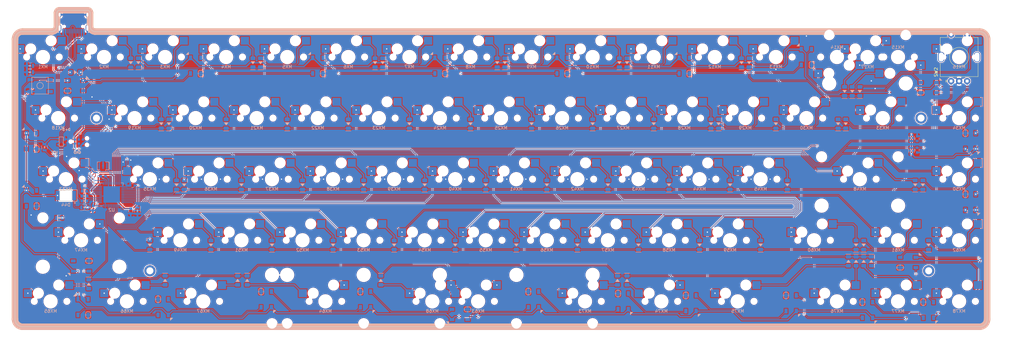
<source format=kicad_pcb>
(kicad_pcb (version 20171130) (host pcbnew "(5.1.12)-1")
  (layers (0 F.Cu signal) (31 B.Cu signal) (34 B.Paste user) (35 F.Paste user) (36 B.SilkS user) (37 F.SilkS user) (38 B.Mask user) (39 F.Mask user) (44 Edge.Cuts user))
  (net 0 "")
  (net 1 +5V)
  (net 2 GND)
  (net 3 "Net-(C6-Pad1)")
  (net 4 "Net-(D1-Pad2)")
  (net 5 "Net-(D2-Pad2)")
  (net 6 "Net-(D3-Pad2)")
  (net 7 "Net-(D4-Pad2)")
  (net 8 "Net-(D5-Pad2)")
  (net 9 "Net-(D6-Pad2)")
  (net 10 "Net-(D7-Pad2)")
  (net 11 "Net-(D8-Pad2)")
  (net 12 "Net-(D9-Pad2)")
  (net 13 "Net-(D10-Pad2)")
  (net 14 "Net-(D11-Pad2)")
  (net 15 "Net-(D12-Pad2)")
  (net 16 "Net-(D13-Pad2)")
  (net 17 "Net-(D14-Pad2)")
  (net 18 "Net-(D15-Pad2)")
  (net 19 D+)
  (net 20 D-)
  (net 21 RST)
  (net 22 "Net-(R6-Pad2)")
  (net 23 RGBLED)
  (net 24 "Net-(R7-Pad2)")
  (net 25 "Net-(D42-Pad2)")
  (net 26 "Net-(D17-Pad2)")
  (net 27 "Net-(D18-Pad2)")
  (net 28 "Net-(D19-Pad2)")
  (net 29 "Net-(D20-Pad2)")
  (net 30 "Net-(D21-Pad2)")
  (net 31 "Net-(D22-Pad2)")
  (net 32 "Net-(D23-Pad2)")
  (net 33 "Net-(D24-Pad2)")
  (net 34 "Net-(D25-Pad2)")
  (net 35 "Net-(D26-Pad2)")
  (net 36 "Net-(D27-Pad2)")
  (net 37 "Net-(D28-Pad2)")
  (net 38 "Net-(D29-Pad2)")
  (net 39 "Net-(D30-Pad2)")
  (net 40 "Net-(D31-Pad2)")
  (net 41 "Net-(D32-Pad2)")
  (net 42 "Net-(D33-Pad2)")
  (net 43 "Net-(D34-Pad2)")
  (net 44 "Net-(D35-Pad2)")
  (net 45 "Net-(D36-Pad2)")
  (net 46 "Net-(D37-Pad2)")
  (net 47 "Net-(D38-Pad2)")
  (net 48 "Net-(D39-Pad2)")
  (net 49 "Net-(D40-Pad2)")
  (net 50 "Net-(D41-Pad2)")
  (net 51 "Net-(D43-Pad2)")
  (net 52 "Net-(D45-Pad2)")
  (net 53 "Net-(D46-Pad2)")
  (net 54 "Net-(D47-Pad2)")
  (net 55 Row2)
  (net 56 Row3)
  (net 57 Row4)
  (net 58 Col0)
  (net 59 Col1)
  (net 60 Col2)
  (net 61 Col3)
  (net 62 Col4)
  (net 63 Col5)
  (net 64 Col6)
  (net 65 Col7)
  (net 66 "Net-(D48-Pad2)")
  (net 67 "Net-(D49-Pad2)")
  (net 68 "Net-(D50-Pad2)")
  (net 69 "Net-(D51-Pad2)")
  (net 70 "Net-(D52-Pad2)")
  (net 71 "Net-(D53-Pad2)")
  (net 72 "Net-(D54-Pad2)")
  (net 73 "Net-(D55-Pad2)")
  (net 74 "Net-(D56-Pad2)")
  (net 75 "Net-(D57-Pad2)")
  (net 76 "Net-(D58-Pad2)")
  (net 77 "Net-(D59-Pad2)")
  (net 78 "Net-(D60-Pad2)")
  (net 79 "Net-(D61-Pad2)")
  (net 80 "Net-(D62-Pad2)")
  (net 81 "Net-(D63-Pad2)")
  (net 82 "Net-(D70-Pad2)")
  (net 83 "Net-(D71-Pad2)")
  (net 84 "Net-(D72-Pad2)")
  (net 85 "Net-(D73-Pad2)")
  (net 86 "Net-(D74-Pad2)")
  (net 87 Row0)
  (net 88 "Net-(RGB1-Pad2)")
  (net 89 "Net-(RGB1-Pad4)")
  (net 90 "Net-(RGB2-Pad2)")
  (net 91 "Net-(RGB3-Pad2)")
  (net 92 "Net-(RGB4-Pad2)")
  (net 93 "Net-(RGB5-Pad2)")
  (net 94 "Net-(RGB6-Pad2)")
  (net 95 "Net-(RGB7-Pad2)")
  (net 96 "Net-(RGB8-Pad2)")
  (net 97 "Net-(RGB10-Pad4)")
  (net 98 "Net-(RGB10-Pad2)")
  (net 99 "Net-(RGB11-Pad4)")
  (net 100 "Net-(RGB13-Pad4)")
  (net 101 "Net-(RGB14-Pad4)")
  (net 102 "Net-(RGB15-Pad4)")
  (net 103 "Net-(RGB16-Pad4)")
  (net 104 "Net-(RGB17-Pad4)")
  (net 105 "Net-(RGB18-Pad4)")
  (net 106 "Net-(RGB19-Pad4)")
  (net 107 EC-B)
  (net 108 EC-A)
  (net 109 "Net-(D44-Pad1)")
  (net 110 CapLK)
  (net 111 "Net-(D65-Pad2)")
  (net 112 Col8)
  (net 113 Col9)
  (net 114 Col10)
  (net 115 Col11)
  (net 116 Col12)
  (net 117 Col13)
  (net 118 Col14)
  (net 119 Col15)
  (net 120 727)
  (net 121 MOSI)
  (net 122 "Net-(R1-Pad2)")
  (net 123 "Net-(R2-Pad2)")
  (net 124 "Net-(U2-Pad17)")
  (net 125 "Net-(U2-Pad16)")
  (net 126 /A-)
  (net 127 /A+)
  (net 128 "Net-(D64-Pad2)")
  (net 129 "Net-(D66-Pad2)")
  (net 130 "Net-(RGB19-Pad2)")
  (net 131 "Net-(RGB17-Pad2)")
  (net 132 "Net-(RGB13-Pad2)")
  (net 133 alpha)
  (net 134 "Net-(U2-Pad42)")
  (net 135 "Net-(USB1-Pad3)")
  (net 136 "Net-(USB1-Pad9)")
  (net 137 "Net-(RGB20-Pad2)")
  (net 138 "Net-(RGB14-Pad2)")
  (module sanproject-keyboard-part:HRO-TYPE-C-31-M-12-Assembly (layer B.Cu) (at 18.888513 32.155332)
    (fp_text reference USB1)
    (fp_text value HRO-TYPE-C-31-M-12)
    (pad 12 smd rect (at 3.225 7.695) (size 0.6 1.45) (layers B.Cu B.Paste B.Mask) (net 2 GND))
    (pad 1 smd rect (at -3.225 7.695) (size 0.6 1.45) (layers B.Cu B.Paste B.Mask) (net 2 GND))
    (pad 11 smd rect (at 2.45 7.695) (size 0.6 1.45) (layers B.Cu B.Paste B.Mask) (net 1 +5V))
    (pad 2 smd rect (at -2.45 7.695) (size 0.6 1.45) (layers B.Cu B.Paste B.Mask) (net 1 +5V))
    (pad 3 smd rect (at -1.75 7.695) (size 0.3 1.45) (layers B.Cu B.Paste B.Mask) (net 135 "Net-(USB1-Pad3)"))
    (pad 10 smd rect (at 1.75 7.695) (size 0.3 1.45) (layers B.Cu B.Paste B.Mask) (net 123 "Net-(R2-Pad2)"))
    (pad 4 smd rect (at -1.25 7.695) (size 0.3 1.45) (layers B.Cu B.Paste B.Mask) (net 122 "Net-(R1-Pad2)"))
    (pad 9 smd rect (at 1.25 7.695) (size 0.3 1.45) (layers B.Cu B.Paste B.Mask) (net 136 "Net-(USB1-Pad9)"))
    (pad 5 smd rect (at -0.75 7.695) (size 0.3 1.45) (layers B.Cu B.Paste B.Mask) (net 126 /A-))
    (pad 8 smd rect (at 0.75 7.695) (size 0.3 1.45) (layers B.Cu B.Paste B.Mask) (net 127 /A+))
    (pad 7 smd rect (at 0.25 7.695) (size 0.3 1.45) (layers B.Cu B.Paste B.Mask) (net 126 /A-))
    (pad 6 smd rect (at -0.25 7.695) (size 0.3 1.45) (layers B.Cu B.Paste B.Mask) (net 127 /A+))
    (pad "" np_thru_hole circle (at 2.89 6.25) (size 0.65 0.65) (drill 0.65) (layers *.Cu *.Mask))
    (pad "" np_thru_hole circle (at -2.89 6.25) (size 0.65 0.65) (drill 0.65) (layers *.Cu *.Mask))
    (pad 13 thru_hole oval (at -4.32 6.78) (size 1 2.1) (drill oval 0.6 1.7) (layers *.Cu *.Mask B.Paste) (net 2 GND))
    (pad 13 thru_hole oval (at 4.32 6.78) (size 1 2.1) (drill oval 0.6 1.7) (layers *.Cu *.Mask B.Paste) (net 2 GND))
    (pad 13 thru_hole oval (at -4.32 2.6) (size 1 1.6) (drill oval 0.6 1.2) (layers *.Cu *.Mask B.Paste) (net 2 GND))
    (pad 13 thru_hole oval (at 4.32 2.6) (size 1 1.6) (drill oval 0.6 1.2) (layers *.Cu *.Mask B.Paste) (net 2 GND))
  )
  (module MX_Only_v3:MXOnly-1U-Hotswap (layer F.Cu) (at 176.053922 86.0425)
    (fp_text reference MX42)
    (fp_text value 1U)
    (fp_text user %R (at 0 3.048) (layer B.SilkS) (effects (justify mirror)))
    (pad 2 smd rect (at 5.842 -5.08) (size 2.55 2.5) (layers B.Cu B.Paste B.Mask) (net 49 "Net-(D40-Pad2)"))
    (pad 1 smd rect (at -7.085 -2.54) (size 2.55 2.5) (layers B.Cu B.Paste B.Mask) (net 112 Col8))
    (pad "" np_thru_hole circle (at 5.08 0 48.0996) (size 1.75 1.75) (drill 1.75) (layers *.Cu *.Mask))
    (pad "" np_thru_hole circle (at -5.08 0 48.0996) (size 1.75 1.75) (drill 1.75) (layers *.Cu *.Mask))
    (pad "" np_thru_hole circle (at -3.81 -2.54) (size 3 3) (drill 3) (layers *.Cu *.Mask))
    (pad "" np_thru_hole circle (at 0 0) (size 3.9878 3.9878) (drill 3.9878) (layers *.Cu *.Mask))
    (pad "" np_thru_hole circle (at 2.54 -5.08) (size 3 3) (drill 3) (layers *.Cu *.Mask))
  )
  (module sanproject-keyboard-part:LED_WS2812B_PLCC4_5.0x5.0mm_P3.2mm (layer B.Cu) (at 21.867743 125.928507 270)
    (fp_text reference RGB25)
    (fp_text value WS2812B)
    (pad 3 smd roundrect (at 2.45 -1.6 270) (size 1.5 1) (layers B.Cu B.Paste B.Mask) (net 2 GND))
    (pad 4 smd rect (at 2.45 1.6 270) (size 1.5 1) (layers B.Cu B.Paste B.Mask) (net 138 "Net-(RGB14-Pad2)"))
    (pad 2 smd rect (at -2.45 -1.6 270) (size 1.5 1) (layers B.Cu B.Paste B.Mask) (net 100 "Net-(RGB13-Pad4)"))
    (pad 1 smd rect (at -2.45 1.6 270) (size 1.5 1) (layers B.Cu B.Paste B.Mask) (net 1 +5V))
  )
  (module sanproject-keyboard-part:LED_WS2812B_PLCC4_5.0x5.0mm_P3.2mm (layer B.Cu) (at 285.54191 126.821617 90)
    (fp_text reference RGB24)
    (fp_text value WS2812B)
    (pad 3 smd roundrect (at 2.45 -1.6 90) (size 1.5 1) (layers B.Cu B.Paste B.Mask) (net 2 GND))
    (pad 4 smd rect (at 2.45 1.6 90) (size 1.5 1) (layers B.Cu B.Paste B.Mask) (net 137 "Net-(RGB20-Pad2)"))
    (pad 2 smd rect (at -2.45 -1.6 90) (size 1.5 1) (layers B.Cu B.Paste B.Mask) (net 106 "Net-(RGB19-Pad4)"))
    (pad 1 smd rect (at -2.45 1.6 90) (size 1.5 1) (layers B.Cu B.Paste B.Mask) (net 1 +5V))
  )
  (module MX_Only_v3:MXOnly-1.25U-Hotswap (layer F.Cu) (at 11.74767 124.14306)
    (fp_text reference MX65)
    (fp_text value 1.25U)
    (fp_text user %R (at 0 3.048) (layer B.SilkS) (effects (justify mirror)))
    (pad 2 smd rect (at 5.842 -5.08) (size 2.55 2.5) (layers B.Cu B.Paste B.Mask) (net 79 "Net-(D61-Pad2)"))
    (pad 1 smd rect (at -7.085 -2.54) (size 2.55 2.5) (layers B.Cu B.Paste B.Mask) (net 58 Col0))
    (pad "" np_thru_hole circle (at 5.08 0 48.0996) (size 1.75 1.75) (drill 1.75) (layers *.Cu *.Mask))
    (pad "" np_thru_hole circle (at -5.08 0 48.0996) (size 1.75 1.75) (drill 1.75) (layers *.Cu *.Mask))
    (pad "" np_thru_hole circle (at -3.81 -2.54) (size 3 3) (drill 3) (layers *.Cu *.Mask))
    (pad "" np_thru_hole circle (at 0 0) (size 3.9878 3.9878) (drill 3.9878) (layers *.Cu *.Mask))
    (pad "" np_thru_hole circle (at 2.54 -5.08) (size 3 3) (drill 3) (layers *.Cu *.Mask))
  )
  (module sanproject-keyboard-part:LED_WS2812B_PLCC4_5.0x5.0mm_P3.2mm (layer B.Cu) (at 139.36625 128.2425)
    (fp_text reference RGB23)
    (fp_text value WS2812B)
    (pad 3 smd roundrect (at 2.45 -1.6) (size 1.5 1) (layers B.Cu B.Paste B.Mask) (net 2 GND))
    (pad 4 smd rect (at 2.45 1.6) (size 1.5 1) (layers B.Cu B.Paste B.Mask) (net 133 alpha))
    (pad 2 smd rect (at -2.45 -1.6) (size 1.5 1) (layers B.Cu B.Paste B.Mask) (net 103 "Net-(RGB16-Pad4)"))
    (pad 1 smd rect (at -2.45 1.6) (size 1.5 1) (layers B.Cu B.Paste B.Mask) (net 1 +5V))
  )
  (module sanproject-keyboard-part:SKQG-1155865 (layer B.Cu) (at 8.473291 56.872466 180)
    (fp_text reference SW1)
    (fp_text value SW_Push)
    (pad 4 smd rect (at -3.1 -1.85 180) (size 1.8 1.1) (layers B.Cu B.Paste B.Mask))
    (pad 3 smd rect (at 3.1 1.85 180) (size 1.8 1.1) (layers B.Cu B.Paste B.Mask))
    (pad 2 smd rect (at -3.1 1.85 180) (size 1.8 1.1) (layers B.Cu B.Paste B.Mask) (net 21 RST))
    (pad 1 smd rect (at 3.1 -1.85 180) (size 1.8 1.1) (layers B.Cu B.Paste B.Mask) (net 2 GND))
  )
  (module MX_Only_v3:MXOnly-1.25U-Hotswap (layer F.Cu) (at 35.56027 124.142568)
    (fp_text reference MX66)
    (fp_text value 1.25U)
    (fp_text user %R (at 0 3.048) (layer B.SilkS) (effects (justify mirror)))
    (pad 2 smd rect (at 5.842 -5.08) (size 2.55 2.5) (layers B.Cu B.Paste B.Mask) (net 80 "Net-(D62-Pad2)"))
    (pad 1 smd rect (at -7.085 -2.54) (size 2.55 2.5) (layers B.Cu B.Paste B.Mask) (net 60 Col2))
    (pad "" np_thru_hole circle (at 5.08 0 48.0996) (size 1.75 1.75) (drill 1.75) (layers *.Cu *.Mask))
    (pad "" np_thru_hole circle (at -5.08 0 48.0996) (size 1.75 1.75) (drill 1.75) (layers *.Cu *.Mask))
    (pad "" np_thru_hole circle (at -3.81 -2.54) (size 3 3) (drill 3) (layers *.Cu *.Mask))
    (pad "" np_thru_hole circle (at 0 0) (size 3.9878 3.9878) (drill 3.9878) (layers *.Cu *.Mask))
    (pad "" np_thru_hole circle (at 2.54 -5.08) (size 3 3) (drill 3) (layers *.Cu *.Mask))
  )
  (module MX_Only_v3:MXOnly-6.25U-Hotswap-ReversedStabilizers (layer F.Cu) (at 130.81067 124.1425)
    (fp_text reference MX68)
    (fp_text value 6.25U)
    (fp_text user %R (at 0 3.048) (layer B.SilkS) (effects (justify mirror)))
    (pad "" np_thru_hole circle (at -49.9999 -8.255) (size 3.9878 3.9878) (drill 3.9878) (layers *.Cu *.Mask))
    (pad "" np_thru_hole circle (at 49.9999 -8.255) (size 3.9878 3.9878) (drill 3.9878) (layers *.Cu *.Mask))
    (pad "" np_thru_hole circle (at -49.9999 6.985) (size 3.048 3.048) (drill 3.048) (layers *.Cu *.Mask))
    (pad "" np_thru_hole circle (at 49.9999 6.985) (size 3.048 3.048) (drill 3.048) (layers *.Cu *.Mask))
    (pad 2 smd rect (at 5.842 -5.08) (size 2.55 2.5) (layers B.Cu B.Paste B.Mask) (net 64 Col6))
    (pad 1 smd rect (at -7.085 -2.54) (size 2.55 2.5) (layers B.Cu B.Paste B.Mask) (net 111 "Net-(D65-Pad2)"))
    (pad "" np_thru_hole circle (at 5.08 0 48.0996) (size 1.75 1.75) (drill 1.75) (layers *.Cu *.Mask))
    (pad "" np_thru_hole circle (at -5.08 0 48.0996) (size 1.75 1.75) (drill 1.75) (layers *.Cu *.Mask))
    (pad "" np_thru_hole circle (at -3.81 -2.54) (size 3 3) (drill 3) (layers *.Cu *.Mask))
    (pad "" np_thru_hole circle (at 0 0) (size 3.9878 3.9878) (drill 3.9878) (layers *.Cu *.Mask))
    (pad "" np_thru_hole circle (at 2.54 -5.08) (size 3 3) (drill 3) (layers *.Cu *.Mask))
  )
  (module MX_Only_v3:MXOnly-1U-Hotswap (layer F.Cu) (at 147.478898 105.0925)
    (fp_text reference MX55)
    (fp_text value 1U)
    (fp_text user %R (at 0 3.048) (layer B.SilkS) (effects (justify mirror)))
    (pad 2 smd rect (at 5.842 -5.08) (size 2.55 2.5) (layers B.Cu B.Paste B.Mask) (net 71 "Net-(D53-Pad2)"))
    (pad 1 smd rect (at -7.085 -2.54) (size 2.55 2.5) (layers B.Cu B.Paste B.Mask) (net 65 Col7))
    (pad "" np_thru_hole circle (at 5.08 0 48.0996) (size 1.75 1.75) (drill 1.75) (layers *.Cu *.Mask))
    (pad "" np_thru_hole circle (at -5.08 0 48.0996) (size 1.75 1.75) (drill 1.75) (layers *.Cu *.Mask))
    (pad "" np_thru_hole circle (at -3.81 -2.54) (size 3 3) (drill 3) (layers *.Cu *.Mask))
    (pad "" np_thru_hole circle (at 0 0) (size 3.9878 3.9878) (drill 3.9878) (layers *.Cu *.Mask))
    (pad "" np_thru_hole circle (at 2.54 -5.08) (size 3 3) (drill 3) (layers *.Cu *.Mask))
  )
  (module MX_Only_v3:MXOnly-1U-Hotswap (layer F.Cu) (at 185.57893 105.0925)
    (fp_text reference MX57)
    (fp_text value 1U)
    (fp_text user %R (at 0 3.048) (layer B.SilkS) (effects (justify mirror)))
    (pad 2 smd rect (at 5.842 -5.08) (size 2.55 2.5) (layers B.Cu B.Paste B.Mask) (net 73 "Net-(D55-Pad2)"))
    (pad 1 smd rect (at -7.085 -2.54) (size 2.55 2.5) (layers B.Cu B.Paste B.Mask) (net 113 Col9))
    (pad "" np_thru_hole circle (at 5.08 0 48.0996) (size 1.75 1.75) (drill 1.75) (layers *.Cu *.Mask))
    (pad "" np_thru_hole circle (at -5.08 0 48.0996) (size 1.75 1.75) (drill 1.75) (layers *.Cu *.Mask))
    (pad "" np_thru_hole circle (at -3.81 -2.54) (size 3 3) (drill 3) (layers *.Cu *.Mask))
    (pad "" np_thru_hole circle (at 0 0) (size 3.9878 3.9878) (drill 3.9878) (layers *.Cu *.Mask))
    (pad "" np_thru_hole circle (at 2.54 -5.08) (size 3 3) (drill 3) (layers *.Cu *.Mask))
  )
  (module MX_Only_v3:MXOnly-1U-Hotswap (layer F.Cu) (at 109.378866 105.0925)
    (fp_text reference MX53)
    (fp_text value 1U)
    (fp_text user %R (at 0 3.048) (layer B.SilkS) (effects (justify mirror)))
    (pad 2 smd rect (at 5.842 -5.08) (size 2.55 2.5) (layers B.Cu B.Paste B.Mask) (net 69 "Net-(D51-Pad2)"))
    (pad 1 smd rect (at -7.085 -2.54) (size 2.55 2.5) (layers B.Cu B.Paste B.Mask) (net 63 Col5))
    (pad "" np_thru_hole circle (at 5.08 0 48.0996) (size 1.75 1.75) (drill 1.75) (layers *.Cu *.Mask))
    (pad "" np_thru_hole circle (at -5.08 0 48.0996) (size 1.75 1.75) (drill 1.75) (layers *.Cu *.Mask))
    (pad "" np_thru_hole circle (at -3.81 -2.54) (size 3 3) (drill 3) (layers *.Cu *.Mask))
    (pad "" np_thru_hole circle (at 0 0) (size 3.9878 3.9878) (drill 3.9878) (layers *.Cu *.Mask))
    (pad "" np_thru_hole circle (at 2.54 -5.08) (size 3 3) (drill 3) (layers *.Cu *.Mask))
  )
  (module sanproject-keyboard-part:LED_WS2812B_PLCC4_5.0x5.0mm_P3.2mm (layer B.Cu) (at 162.361691 123.547525 90)
    (fp_text reference RGB22)
    (fp_text value WS2812B)
    (pad 3 smd roundrect (at 2.45 -1.6 90) (size 1.5 1) (layers B.Cu B.Paste B.Mask) (net 2 GND))
    (pad 4 smd rect (at 2.45 1.6 90) (size 1.5 1) (layers B.Cu B.Paste B.Mask) (net 131 "Net-(RGB17-Pad2)"))
    (pad 2 smd rect (at -2.45 -1.6 90) (size 1.5 1) (layers B.Cu B.Paste B.Mask) (net 133 alpha))
    (pad 1 smd rect (at -2.45 1.6 90) (size 1.5 1) (layers B.Cu B.Paste B.Mask) (net 1 +5V))
  )
  (module sanproject-keyboard-part:LED_WS2812B_PLCC4_5.0x5.0mm_P3.2mm (layer B.Cu) (at 242.72975 124.738018 90)
    (fp_text reference RGB21)
    (fp_text value WS2812B)
    (pad 3 smd roundrect (at 2.45 -1.6 90) (size 1.5 1) (layers B.Cu B.Paste B.Mask) (net 2 GND))
    (pad 4 smd rect (at 2.45 1.6 90) (size 1.5 1) (layers B.Cu B.Paste B.Mask) (net 130 "Net-(RGB19-Pad2)"))
    (pad 2 smd rect (at -2.45 -1.6 90) (size 1.5 1) (layers B.Cu B.Paste B.Mask) (net 105 "Net-(RGB18-Pad4)"))
    (pad 1 smd rect (at -2.45 1.6 90) (size 1.5 1) (layers B.Cu B.Paste B.Mask) (net 1 +5V))
  )
  (module MX_Only_v3:MXOnly-1.75U-Hotswap (layer F.Cu) (at 249.872734 105.0925)
    (fp_text reference MX60)
    (fp_text value 1.75U)
    (fp_text user %R (at 0 3.048) (layer B.SilkS) (effects (justify mirror)))
    (pad 2 smd rect (at 5.842 -5.08) (size 2.55 2.5) (layers B.Cu B.Paste B.Mask) (net 76 "Net-(D58-Pad2)"))
    (pad 1 smd rect (at -7.085 -2.54) (size 2.55 2.5) (layers B.Cu B.Paste B.Mask) (net 117 Col13))
    (pad "" np_thru_hole circle (at 5.08 0 48.0996) (size 1.75 1.75) (drill 1.75) (layers *.Cu *.Mask))
    (pad "" np_thru_hole circle (at -5.08 0 48.0996) (size 1.75 1.75) (drill 1.75) (layers *.Cu *.Mask))
    (pad "" np_thru_hole circle (at -3.81 -2.54) (size 3 3) (drill 3) (layers *.Cu *.Mask))
    (pad "" np_thru_hole circle (at 0 0) (size 3.9878 3.9878) (drill 3.9878) (layers *.Cu *.Mask))
    (pad "" np_thru_hole circle (at 2.54 -5.08) (size 3 3) (drill 3) (layers *.Cu *.Mask))
  )
  (module sanproject-keyboard-part:DIODE_1206_SawnsProjects (layer B.Cu) (at 267.732538 111.64111 270)
    (fp_text reference D74)
    (fp_text value D)
    (pad 2 smd roundrect (at 1.4 0 270) (size 1.2 1.6) (layers B.Cu B.Paste B.Mask) (roundrect_rratio 0.2) (net 86 "Net-(D74-Pad2)"))
    (pad 1 smd roundrect (at -1.4 0 270) (size 1.2 1.6) (layers B.Cu B.Paste B.Mask) (roundrect_rratio 0.2) (net 57 Row4))
  )
  (module sanproject-keyboard-part:DIODE_1206_SawnsProjects (layer B.Cu) (at 265.351282 111.64111 270)
    (fp_text reference D73)
    (fp_text value D)
    (pad 2 smd roundrect (at 1.4 0 270) (size 1.2 1.6) (layers B.Cu B.Paste B.Mask) (roundrect_rratio 0.2) (net 85 "Net-(D73-Pad2)"))
    (pad 1 smd roundrect (at -1.4 0 270) (size 1.2 1.6) (layers B.Cu B.Paste B.Mask) (roundrect_rratio 0.2) (net 57 Row4))
  )
  (module sanproject-keyboard-part:DIODE_1206_SawnsProjects (layer B.Cu) (at 262.970026 111.64111 270)
    (fp_text reference D72)
    (fp_text value D)
    (pad 2 smd roundrect (at 1.4 0 270) (size 1.2 1.6) (layers B.Cu B.Paste B.Mask) (roundrect_rratio 0.2) (net 84 "Net-(D72-Pad2)"))
    (pad 1 smd roundrect (at -1.4 0 270) (size 1.2 1.6) (layers B.Cu B.Paste B.Mask) (roundrect_rratio 0.2) (net 57 Row4))
  )
  (module sanproject-keyboard-part:DIODE_1206_SawnsProjects (layer B.Cu) (at 260.58877 111.64111 270)
    (fp_text reference D71)
    (fp_text value D)
    (pad 2 smd roundrect (at 1.4 0 270) (size 1.2 1.6) (layers B.Cu B.Paste B.Mask) (roundrect_rratio 0.2) (net 83 "Net-(D71-Pad2)"))
    (pad 1 smd roundrect (at -1.4 0 270) (size 1.2 1.6) (layers B.Cu B.Paste B.Mask) (roundrect_rratio 0.2) (net 57 Row4))
  )
  (module sanproject-keyboard-part:DIODE_1206_SawnsProjects (layer B.Cu) (at 191.53266 117.594375 270)
    (fp_text reference D70)
    (fp_text value D)
    (pad 2 smd roundrect (at 1.4 0 270) (size 1.2 1.6) (layers B.Cu B.Paste B.Mask) (roundrect_rratio 0.2) (net 82 "Net-(D70-Pad2)"))
    (pad 1 smd roundrect (at -1.4 0 270) (size 1.2 1.6) (layers B.Cu B.Paste B.Mask) (roundrect_rratio 0.2) (net 57 Row4))
  )
  (module sanproject-keyboard-part:DIODE_1206_SawnsProjects (layer B.Cu) (at 188.556085 117.594375 270)
    (fp_text reference D66)
    (fp_text value D)
    (pad 2 smd roundrect (at 1.4 0 270) (size 1.2 1.6) (layers B.Cu B.Paste B.Mask) (roundrect_rratio 0.2) (net 129 "Net-(D66-Pad2)"))
    (pad 1 smd roundrect (at -1.4 0 270) (size 1.2 1.6) (layers B.Cu B.Paste B.Mask) (roundrect_rratio 0.2) (net 57 Row4))
  )
  (module sanproject-keyboard-part:DIODE_1206_SawnsProjects (layer B.Cu) (at 114.736655 117.594125 270)
    (fp_text reference D65)
    (fp_text value D)
    (pad 2 smd roundrect (at 1.4 0 270) (size 1.2 1.6) (layers B.Cu B.Paste B.Mask) (roundrect_rratio 0.2) (net 111 "Net-(D65-Pad2)"))
    (pad 1 smd roundrect (at -1.4 0 270) (size 1.2 1.6) (layers B.Cu B.Paste B.Mask) (roundrect_rratio 0.2) (net 57 Row4))
  )
  (module sanproject-keyboard-part:DIODE_1206_SawnsProjects (layer B.Cu) (at 73.064745 117.594125 270)
    (fp_text reference D64)
    (fp_text value D)
    (pad 2 smd roundrect (at 1.4 0 270) (size 1.2 1.6) (layers B.Cu B.Paste B.Mask) (roundrect_rratio 0.2) (net 128 "Net-(D64-Pad2)"))
    (pad 1 smd roundrect (at -1.4 0 270) (size 1.2 1.6) (layers B.Cu B.Paste B.Mask) (roundrect_rratio 0.2) (net 57 Row4))
  )
  (module sanproject-keyboard-part:DIODE_1206_SawnsProjects (layer B.Cu) (at 70.088125 117.594125 270)
    (fp_text reference D63)
    (fp_text value D)
    (pad 2 smd roundrect (at 1.4 0 270) (size 1.2 1.6) (layers B.Cu B.Paste B.Mask) (roundrect_rratio 0.2) (net 81 "Net-(D63-Pad2)"))
    (pad 1 smd roundrect (at -1.4 0 270) (size 1.2 1.6) (layers B.Cu B.Paste B.Mask) (roundrect_rratio 0.2) (net 57 Row4))
  )
  (module sanproject-keyboard-part:DIODE_1206_SawnsProjects (layer B.Cu) (at 47.466286 117.594125 270)
    (fp_text reference D62)
    (fp_text value D)
    (pad 2 smd roundrect (at 1.4 0 270) (size 1.2 1.6) (layers B.Cu B.Paste B.Mask) (roundrect_rratio 0.2) (net 80 "Net-(D62-Pad2)"))
    (pad 1 smd roundrect (at -1.4 0 270) (size 1.2 1.6) (layers B.Cu B.Paste B.Mask) (roundrect_rratio 0.2) (net 57 Row4))
  )
  (module sanproject-keyboard-part:DIODE_1206_SawnsProjects (layer B.Cu) (at 23.653798 118.784878 270)
    (fp_text reference D61)
    (fp_text value D)
    (pad 2 smd roundrect (at 1.4 0 270) (size 1.2 1.6) (layers B.Cu B.Paste B.Mask) (roundrect_rratio 0.2) (net 79 "Net-(D61-Pad2)"))
    (pad 1 smd roundrect (at -1.4 0 270) (size 1.2 1.6) (layers B.Cu B.Paste B.Mask) (roundrect_rratio 0.2) (net 57 Row4))
  )
  (module sanproject-keyboard-part:DIODE_1206_SawnsProjects (layer B.Cu) (at 285.591958 106.580941 90)
    (fp_text reference D60)
    (fp_text value D)
    (pad 2 smd roundrect (at 1.4 0 90) (size 1.2 1.6) (layers B.Cu B.Paste B.Mask) (roundrect_rratio 0.2) (net 78 "Net-(D60-Pad2)"))
    (pad 1 smd roundrect (at -1.4 0 90) (size 1.2 1.6) (layers B.Cu B.Paste B.Mask) (roundrect_rratio 0.2) (net 56 Row3))
  )
  (module sanproject-keyboard-part:DIODE_1206_SawnsProjects (layer B.Cu) (at 265.351282 106.580941 90)
    (fp_text reference D59)
    (fp_text value D)
    (pad 2 smd roundrect (at 1.4 0 90) (size 1.2 1.6) (layers B.Cu B.Paste B.Mask) (roundrect_rratio 0.2) (net 77 "Net-(D59-Pad2)"))
    (pad 1 smd roundrect (at -1.4 0 90) (size 1.2 1.6) (layers B.Cu B.Paste B.Mask) (roundrect_rratio 0.2) (net 56 Row3))
  )
  (module sanproject-keyboard-part:DIODE_1206_SawnsProjects (layer B.Cu) (at 262.970026 106.580941 90)
    (fp_text reference D58)
    (fp_text value D)
    (pad 2 smd roundrect (at 1.4 0 90) (size 1.2 1.6) (layers B.Cu B.Paste B.Mask) (roundrect_rratio 0.2) (net 76 "Net-(D58-Pad2)"))
    (pad 1 smd roundrect (at -1.4 0 90) (size 1.2 1.6) (layers B.Cu B.Paste B.Mask) (roundrect_rratio 0.2) (net 56 Row3))
  )
  (module sanproject-keyboard-part:DIODE_1206_SawnsProjects (layer B.Cu) (at 233.20485 106.581265 90)
    (fp_text reference D57)
    (fp_text value D)
    (pad 2 smd roundrect (at 1.4 0 90) (size 1.2 1.6) (layers B.Cu B.Paste B.Mask) (roundrect_rratio 0.2) (net 75 "Net-(D57-Pad2)"))
    (pad 1 smd roundrect (at -1.4 0 90) (size 1.2 1.6) (layers B.Cu B.Paste B.Mask) (roundrect_rratio 0.2) (net 56 Row3))
  )
  (module sanproject-keyboard-part:DIODE_1206_SawnsProjects (layer B.Cu) (at 214.15477 106.581265 90)
    (fp_text reference D56)
    (fp_text value D)
    (pad 2 smd roundrect (at 1.4 0 90) (size 1.2 1.6) (layers B.Cu B.Paste B.Mask) (roundrect_rratio 0.2) (net 74 "Net-(D56-Pad2)"))
    (pad 1 smd roundrect (at -1.4 0 90) (size 1.2 1.6) (layers B.Cu B.Paste B.Mask) (roundrect_rratio 0.2) (net 56 Row3))
  )
  (module sanproject-keyboard-part:DIODE_1206_SawnsProjects (layer B.Cu) (at 195.10469 106.581265 90)
    (fp_text reference D55)
    (fp_text value D)
    (pad 2 smd roundrect (at 1.4 0 90) (size 1.2 1.6) (layers B.Cu B.Paste B.Mask) (roundrect_rratio 0.2) (net 73 "Net-(D55-Pad2)"))
    (pad 1 smd roundrect (at -1.4 0 90) (size 1.2 1.6) (layers B.Cu B.Paste B.Mask) (roundrect_rratio 0.2) (net 56 Row3))
  )
  (module sanproject-keyboard-part:DIODE_1206_SawnsProjects (layer B.Cu) (at 176.05461 106.581265 90)
    (fp_text reference D54)
    (fp_text value D)
    (pad 2 smd roundrect (at 1.4 0 90) (size 1.2 1.6) (layers B.Cu B.Paste B.Mask) (roundrect_rratio 0.2) (net 72 "Net-(D54-Pad2)"))
    (pad 1 smd roundrect (at -1.4 0 90) (size 1.2 1.6) (layers B.Cu B.Paste B.Mask) (roundrect_rratio 0.2) (net 56 Row3))
  )
  (module sanproject-keyboard-part:DIODE_1206_SawnsProjects (layer B.Cu) (at 157.00453 106.581265 90)
    (fp_text reference D53)
    (fp_text value D)
    (pad 2 smd roundrect (at 1.4 0 90) (size 1.2 1.6) (layers B.Cu B.Paste B.Mask) (roundrect_rratio 0.2) (net 71 "Net-(D53-Pad2)"))
    (pad 1 smd roundrect (at -1.4 0 90) (size 1.2 1.6) (layers B.Cu B.Paste B.Mask) (roundrect_rratio 0.2) (net 56 Row3))
  )
  (module sanproject-keyboard-part:DIODE_1206_SawnsProjects (layer B.Cu) (at 137.95445 106.581265 90)
    (fp_text reference D52)
    (fp_text value D)
    (pad 2 smd roundrect (at 1.4 0 90) (size 1.2 1.6) (layers B.Cu B.Paste B.Mask) (roundrect_rratio 0.2) (net 70 "Net-(D52-Pad2)"))
    (pad 1 smd roundrect (at -1.4 0 90) (size 1.2 1.6) (layers B.Cu B.Paste B.Mask) (roundrect_rratio 0.2) (net 56 Row3))
  )
  (module sanproject-keyboard-part:DIODE_1206_SawnsProjects (layer B.Cu) (at 118.90437 106.581265 90)
    (fp_text reference D51)
    (fp_text value D)
    (pad 2 smd roundrect (at 1.4 0 90) (size 1.2 1.6) (layers B.Cu B.Paste B.Mask) (roundrect_rratio 0.2) (net 69 "Net-(D51-Pad2)"))
    (pad 1 smd roundrect (at -1.4 0 90) (size 1.2 1.6) (layers B.Cu B.Paste B.Mask) (roundrect_rratio 0.2) (net 56 Row3))
  )
  (module sanproject-keyboard-part:DIODE_1206_SawnsProjects (layer B.Cu) (at 99.85429 106.581265 90)
    (fp_text reference D50)
    (fp_text value D)
    (pad 2 smd roundrect (at 1.4 0 90) (size 1.2 1.6) (layers B.Cu B.Paste B.Mask) (roundrect_rratio 0.2) (net 68 "Net-(D50-Pad2)"))
    (pad 1 smd roundrect (at -1.4 0 90) (size 1.2 1.6) (layers B.Cu B.Paste B.Mask) (roundrect_rratio 0.2) (net 56 Row3))
  )
  (module sanproject-keyboard-part:DIODE_1206_SawnsProjects (layer B.Cu) (at 80.80421 106.581265 90)
    (fp_text reference D49)
    (fp_text value D)
    (pad 2 smd roundrect (at 1.4 0 90) (size 1.2 1.6) (layers B.Cu B.Paste B.Mask) (roundrect_rratio 0.2) (net 67 "Net-(D49-Pad2)"))
    (pad 1 smd roundrect (at -1.4 0 90) (size 1.2 1.6) (layers B.Cu B.Paste B.Mask) (roundrect_rratio 0.2) (net 56 Row3))
  )
  (module sanproject-keyboard-part:DIODE_1206_SawnsProjects (layer B.Cu) (at 61.75413 106.581265 90)
    (fp_text reference D48)
    (fp_text value D)
    (pad 2 smd roundrect (at 1.4 0 90) (size 1.2 1.6) (layers B.Cu B.Paste B.Mask) (roundrect_rratio 0.2) (net 66 "Net-(D48-Pad2)"))
    (pad 1 smd roundrect (at -1.4 0 90) (size 1.2 1.6) (layers B.Cu B.Paste B.Mask) (roundrect_rratio 0.2) (net 56 Row3))
  )
  (module sanproject-keyboard-part:DIODE_1206_SawnsProjects (layer B.Cu) (at 283.806016 87.82855 90)
    (fp_text reference D47)
    (fp_text value D)
    (pad 2 smd roundrect (at 1.4 0 90) (size 1.2 1.6) (layers B.Cu B.Paste B.Mask) (roundrect_rratio 0.2) (net 54 "Net-(D47-Pad2)"))
    (pad 1 smd roundrect (at -1.4 0 90) (size 1.2 1.6) (layers B.Cu B.Paste B.Mask) (roundrect_rratio 0.2) (net 55 Row2))
  )
  (module sanproject-keyboard-part:DIODE_1206_SawnsProjects (layer B.Cu) (at 42.703846 106.580941 90)
    (fp_text reference D46)
    (fp_text value D)
    (pad 2 smd roundrect (at 1.4 0 90) (size 1.2 1.6) (layers B.Cu B.Paste B.Mask) (roundrect_rratio 0.2) (net 53 "Net-(D46-Pad2)"))
    (pad 1 smd roundrect (at -1.4 0 90) (size 1.2 1.6) (layers B.Cu B.Paste B.Mask) (roundrect_rratio 0.2) (net 56 Row3))
  )
  (module sanproject-keyboard-part:DIODE_1206_SawnsProjects (layer B.Cu) (at 281.42476 87.82855 90)
    (fp_text reference D45)
    (fp_text value D)
    (pad 2 smd roundrect (at 1.4 0 90) (size 1.2 1.6) (layers B.Cu B.Paste B.Mask) (roundrect_rratio 0.2) (net 52 "Net-(D45-Pad2)"))
    (pad 1 smd roundrect (at -1.4 0 90) (size 1.2 1.6) (layers B.Cu B.Paste B.Mask) (roundrect_rratio 0.2) (net 55 Row2))
  )
  (module sanproject-keyboard-part:DIODE_1206_SawnsProjects (layer B.Cu) (at 241.53926 87.828842 90)
    (fp_text reference D43)
    (fp_text value D)
    (pad 2 smd roundrect (at 1.4 0 90) (size 1.2 1.6) (layers B.Cu B.Paste B.Mask) (roundrect_rratio 0.2) (net 51 "Net-(D43-Pad2)"))
    (pad 1 smd roundrect (at -1.4 0 90) (size 1.2 1.6) (layers B.Cu B.Paste B.Mask) (roundrect_rratio 0.2) (net 55 Row2))
  )
  (module sanproject-keyboard-part:DIODE_1206_SawnsProjects (layer B.Cu) (at 223.67981 87.828842 90)
    (fp_text reference D42)
    (fp_text value D)
    (pad 2 smd roundrect (at 1.4 0 90) (size 1.2 1.6) (layers B.Cu B.Paste B.Mask) (roundrect_rratio 0.2) (net 25 "Net-(D42-Pad2)"))
    (pad 1 smd roundrect (at -1.4 0 90) (size 1.2 1.6) (layers B.Cu B.Paste B.Mask) (roundrect_rratio 0.2) (net 55 Row2))
  )
  (module sanproject-keyboard-part:DIODE_1206_SawnsProjects (layer B.Cu) (at 204.62973 87.828842 90)
    (fp_text reference D41)
    (fp_text value D)
    (pad 2 smd roundrect (at 1.4 0 90) (size 1.2 1.6) (layers B.Cu B.Paste B.Mask) (roundrect_rratio 0.2) (net 50 "Net-(D41-Pad2)"))
    (pad 1 smd roundrect (at -1.4 0 90) (size 1.2 1.6) (layers B.Cu B.Paste B.Mask) (roundrect_rratio 0.2) (net 55 Row2))
  )
  (module sanproject-keyboard-part:DIODE_1206_SawnsProjects (layer B.Cu) (at 185.57965 87.828842 90)
    (fp_text reference D40)
    (fp_text value D)
    (pad 2 smd roundrect (at 1.4 0 90) (size 1.2 1.6) (layers B.Cu B.Paste B.Mask) (roundrect_rratio 0.2) (net 49 "Net-(D40-Pad2)"))
    (pad 1 smd roundrect (at -1.4 0 90) (size 1.2 1.6) (layers B.Cu B.Paste B.Mask) (roundrect_rratio 0.2) (net 55 Row2))
  )
  (module sanproject-keyboard-part:DIODE_1206_SawnsProjects (layer B.Cu) (at 166.52957 87.828842 90)
    (fp_text reference D39)
    (fp_text value D)
    (pad 2 smd roundrect (at 1.4 0 90) (size 1.2 1.6) (layers B.Cu B.Paste B.Mask) (roundrect_rratio 0.2) (net 48 "Net-(D39-Pad2)"))
    (pad 1 smd roundrect (at -1.4 0 90) (size 1.2 1.6) (layers B.Cu B.Paste B.Mask) (roundrect_rratio 0.2) (net 55 Row2))
  )
  (module sanproject-keyboard-part:DIODE_1206_SawnsProjects (layer B.Cu) (at 147.47949 87.828842 90)
    (fp_text reference D38)
    (fp_text value D)
    (pad 2 smd roundrect (at 1.4 0 90) (size 1.2 1.6) (layers B.Cu B.Paste B.Mask) (roundrect_rratio 0.2) (net 47 "Net-(D38-Pad2)"))
    (pad 1 smd roundrect (at -1.4 0 90) (size 1.2 1.6) (layers B.Cu B.Paste B.Mask) (roundrect_rratio 0.2) (net 55 Row2))
  )
  (module sanproject-keyboard-part:DIODE_1206_SawnsProjects (layer B.Cu) (at 128.42875 87.828442 90)
    (fp_text reference D37)
    (fp_text value D)
    (pad 2 smd roundrect (at 1.4 0 90) (size 1.2 1.6) (layers B.Cu B.Paste B.Mask) (roundrect_rratio 0.2) (net 46 "Net-(D37-Pad2)"))
    (pad 1 smd roundrect (at -1.4 0 90) (size 1.2 1.6) (layers B.Cu B.Paste B.Mask) (roundrect_rratio 0.2) (net 55 Row2))
  )
  (module sanproject-keyboard-part:DIODE_1206_SawnsProjects (layer B.Cu) (at 109.37875 87.828442 90)
    (fp_text reference D36)
    (fp_text value D)
    (pad 2 smd roundrect (at 1.4 0 90) (size 1.2 1.6) (layers B.Cu B.Paste B.Mask) (roundrect_rratio 0.2) (net 45 "Net-(D36-Pad2)"))
    (pad 1 smd roundrect (at -1.4 0 90) (size 1.2 1.6) (layers B.Cu B.Paste B.Mask) (roundrect_rratio 0.2) (net 55 Row2))
  )
  (module sanproject-keyboard-part:DIODE_1206_SawnsProjects (layer B.Cu) (at 90.32925 87.828842 90)
    (fp_text reference D35)
    (fp_text value D)
    (pad 2 smd roundrect (at 1.4 0 90) (size 1.2 1.6) (layers B.Cu B.Paste B.Mask) (roundrect_rratio 0.2) (net 44 "Net-(D35-Pad2)"))
    (pad 1 smd roundrect (at -1.4 0 90) (size 1.2 1.6) (layers B.Cu B.Paste B.Mask) (roundrect_rratio 0.2) (net 55 Row2))
  )
  (module sanproject-keyboard-part:DIODE_1206_SawnsProjects (layer B.Cu) (at 71.27917 87.828842 90)
    (fp_text reference D34)
    (fp_text value D)
    (pad 2 smd roundrect (at 1.4 0 90) (size 1.2 1.6) (layers B.Cu B.Paste B.Mask) (roundrect_rratio 0.2) (net 43 "Net-(D34-Pad2)"))
    (pad 1 smd roundrect (at -1.4 0 90) (size 1.2 1.6) (layers B.Cu B.Paste B.Mask) (roundrect_rratio 0.2) (net 55 Row2))
  )
  (module sanproject-keyboard-part:DIODE_1206_SawnsProjects (layer B.Cu) (at 51.038125 87.828442 90)
    (fp_text reference D33)
    (fp_text value D)
    (pad 2 smd roundrect (at 1.4 0 90) (size 1.2 1.6) (layers B.Cu B.Paste B.Mask) (roundrect_rratio 0.2) (net 42 "Net-(D33-Pad2)"))
    (pad 1 smd roundrect (at -1.4 0 90) (size 1.2 1.6) (layers B.Cu B.Paste B.Mask) (roundrect_rratio 0.2) (net 55 Row2))
  )
  (module sanproject-keyboard-part:DIODE_1206_SawnsProjects (layer B.Cu) (at 257.37476 68.778502 90)
    (fp_text reference D32)
    (fp_text value D)
    (pad 2 smd roundrect (at 1.4 0 90) (size 1.2 1.6) (layers B.Cu B.Paste B.Mask) (roundrect_rratio 0.2) (net 41 "Net-(D32-Pad2)"))
    (pad 1 smd roundrect (at -1.4 0 90) (size 1.2 1.6) (layers B.Cu B.Paste B.Mask) (roundrect_rratio 0.2) (net 121 MOSI))
  )
  (module sanproject-keyboard-part:DIODE_1206_SawnsProjects (layer B.Cu) (at 259.756016 68.77855 90)
    (fp_text reference D31)
    (fp_text value D)
    (pad 2 smd roundrect (at 1.4 0 90) (size 1.2 1.6) (layers B.Cu B.Paste B.Mask) (roundrect_rratio 0.2) (net 40 "Net-(D31-Pad2)"))
    (pad 1 smd roundrect (at -1.4 0 90) (size 1.2 1.6) (layers B.Cu B.Paste B.Mask) (roundrect_rratio 0.2) (net 121 MOSI))
  )
  (module sanproject-keyboard-part:DIODE_1206_SawnsProjects (layer B.Cu) (at 53.419375 87.828442 90)
    (fp_text reference D30)
    (fp_text value D)
    (pad 2 smd roundrect (at 1.4 0 90) (size 1.2 1.6) (layers B.Cu B.Paste B.Mask) (roundrect_rratio 0.2) (net 39 "Net-(D30-Pad2)"))
    (pad 1 smd roundrect (at -1.4 0 90) (size 1.2 1.6) (layers B.Cu B.Paste B.Mask) (roundrect_rratio 0.2) (net 55 Row2))
  )
  (module sanproject-keyboard-part:DIODE_1206_SawnsProjects (layer B.Cu) (at 237.966886 68.778442 90)
    (fp_text reference D29)
    (fp_text value D)
    (pad 2 smd roundrect (at 1.4 0 90) (size 1.2 1.6) (layers B.Cu B.Paste B.Mask) (roundrect_rratio 0.2) (net 38 "Net-(D29-Pad2)"))
    (pad 1 smd roundrect (at -1.4 0 90) (size 1.2 1.6) (layers B.Cu B.Paste B.Mask) (roundrect_rratio 0.2) (net 121 MOSI))
  )
  (module sanproject-keyboard-part:DIODE_1206_SawnsProjects (layer B.Cu) (at 220.10792 68.778762 90)
    (fp_text reference D28)
    (fp_text value D)
    (pad 2 smd roundrect (at 1.4 0 90) (size 1.2 1.6) (layers B.Cu B.Paste B.Mask) (roundrect_rratio 0.2) (net 37 "Net-(D28-Pad2)"))
    (pad 1 smd roundrect (at -1.4 0 90) (size 1.2 1.6) (layers B.Cu B.Paste B.Mask) (roundrect_rratio 0.2) (net 121 MOSI))
  )
  (module sanproject-keyboard-part:DIODE_1206_SawnsProjects (layer B.Cu) (at 217.72666 68.778762 90)
    (fp_text reference D27)
    (fp_text value D)
    (pad 2 smd roundrect (at 1.4 0 90) (size 1.2 1.6) (layers B.Cu B.Paste B.Mask) (roundrect_rratio 0.2) (net 36 "Net-(D27-Pad2)"))
    (pad 1 smd roundrect (at -1.4 0 90) (size 1.2 1.6) (layers B.Cu B.Paste B.Mask) (roundrect_rratio 0.2) (net 121 MOSI))
  )
  (module sanproject-keyboard-part:DIODE_1206_SawnsProjects (layer B.Cu) (at 199.86721 68.778762 90)
    (fp_text reference D26)
    (fp_text value D)
    (pad 2 smd roundrect (at 1.4 0 90) (size 1.2 1.6) (layers B.Cu B.Paste B.Mask) (roundrect_rratio 0.2) (net 35 "Net-(D26-Pad2)"))
    (pad 1 smd roundrect (at -1.4 0 90) (size 1.2 1.6) (layers B.Cu B.Paste B.Mask) (roundrect_rratio 0.2) (net 121 MOSI))
  )
  (module sanproject-keyboard-part:DIODE_1206_SawnsProjects (layer B.Cu) (at 180.816426 68.778442 90)
    (fp_text reference D25)
    (fp_text value D)
    (pad 2 smd roundrect (at 1.4 0 90) (size 1.2 1.6) (layers B.Cu B.Paste B.Mask) (roundrect_rratio 0.2) (net 34 "Net-(D25-Pad2)"))
    (pad 1 smd roundrect (at -1.4 0 90) (size 1.2 1.6) (layers B.Cu B.Paste B.Mask) (roundrect_rratio 0.2) (net 121 MOSI))
  )
  (module sanproject-keyboard-part:DIODE_1206_SawnsProjects (layer B.Cu) (at 161.76705 68.778762 90)
    (fp_text reference D24)
    (fp_text value D)
    (pad 2 smd roundrect (at 1.4 0 90) (size 1.2 1.6) (layers B.Cu B.Paste B.Mask) (roundrect_rratio 0.2) (net 33 "Net-(D24-Pad2)"))
    (pad 1 smd roundrect (at -1.4 0 90) (size 1.2 1.6) (layers B.Cu B.Paste B.Mask) (roundrect_rratio 0.2) (net 121 MOSI))
  )
  (module sanproject-keyboard-part:DIODE_1206_SawnsProjects (layer B.Cu) (at 142.716394 68.778442 90)
    (fp_text reference D23)
    (fp_text value D)
    (pad 2 smd roundrect (at 1.4 0 90) (size 1.2 1.6) (layers B.Cu B.Paste B.Mask) (roundrect_rratio 0.2) (net 32 "Net-(D23-Pad2)"))
    (pad 1 smd roundrect (at -1.4 0 90) (size 1.2 1.6) (layers B.Cu B.Paste B.Mask) (roundrect_rratio 0.2) (net 121 MOSI))
  )
  (module sanproject-keyboard-part:DIODE_1206_SawnsProjects (layer B.Cu) (at 123.666378 68.778442 90)
    (fp_text reference D22)
    (fp_text value D)
    (pad 2 smd roundrect (at 1.4 0 90) (size 1.2 1.6) (layers B.Cu B.Paste B.Mask) (roundrect_rratio 0.2) (net 31 "Net-(D22-Pad2)"))
    (pad 1 smd roundrect (at -1.4 0 90) (size 1.2 1.6) (layers B.Cu B.Paste B.Mask) (roundrect_rratio 0.2) (net 121 MOSI))
  )
  (module sanproject-keyboard-part:DIODE_1206_SawnsProjects (layer B.Cu) (at 104.616362 68.778442 90)
    (fp_text reference D21)
    (fp_text value D)
    (pad 2 smd roundrect (at 1.4 0 90) (size 1.2 1.6) (layers B.Cu B.Paste B.Mask) (roundrect_rratio 0.2) (net 30 "Net-(D21-Pad2)"))
    (pad 1 smd roundrect (at -1.4 0 90) (size 1.2 1.6) (layers B.Cu B.Paste B.Mask) (roundrect_rratio 0.2) (net 121 MOSI))
  )
  (module sanproject-keyboard-part:DIODE_1206_SawnsProjects (layer B.Cu) (at 85.566346 68.778442 90)
    (fp_text reference D20)
    (fp_text value D)
    (pad 2 smd roundrect (at 1.4 0 90) (size 1.2 1.6) (layers B.Cu B.Paste B.Mask) (roundrect_rratio 0.2) (net 29 "Net-(D20-Pad2)"))
    (pad 1 smd roundrect (at -1.4 0 90) (size 1.2 1.6) (layers B.Cu B.Paste B.Mask) (roundrect_rratio 0.2) (net 121 MOSI))
  )
  (module sanproject-keyboard-part:DIODE_1206_SawnsProjects (layer B.Cu) (at 66.51633 68.778442 90)
    (fp_text reference D19)
    (fp_text value D)
    (pad 2 smd roundrect (at 1.4 0 90) (size 1.2 1.6) (layers B.Cu B.Paste B.Mask) (roundrect_rratio 0.2) (net 28 "Net-(D19-Pad2)"))
    (pad 1 smd roundrect (at -1.4 0 90) (size 1.2 1.6) (layers B.Cu B.Paste B.Mask) (roundrect_rratio 0.2) (net 121 MOSI))
  )
  (module sanproject-keyboard-part:DIODE_1206_SawnsProjects (layer B.Cu) (at 46.27573 68.778762 90)
    (fp_text reference D18)
    (fp_text value D)
    (pad 2 smd roundrect (at 1.4 0 90) (size 1.2 1.6) (layers B.Cu B.Paste B.Mask) (roundrect_rratio 0.2) (net 27 "Net-(D18-Pad2)"))
    (pad 1 smd roundrect (at -1.4 0 90) (size 1.2 1.6) (layers B.Cu B.Paste B.Mask) (roundrect_rratio 0.2) (net 121 MOSI))
  )
  (module sanproject-keyboard-part:DIODE_1206_SawnsProjects (layer B.Cu) (at 48.656986 68.778502 90)
    (fp_text reference D17)
    (fp_text value D)
    (pad 2 smd roundrect (at 1.4 0 90) (size 1.2 1.6) (layers B.Cu B.Paste B.Mask) (roundrect_rratio 0.2) (net 26 "Net-(D17-Pad2)"))
    (pad 1 smd roundrect (at -1.4 0 90) (size 1.2 1.6) (layers B.Cu B.Paste B.Mask) (roundrect_rratio 0.2) (net 121 MOSI))
  )
  (module sanproject-keyboard-part:DIODE_1206_SawnsProjects (layer B.Cu) (at 264.160654 58.658164 90)
    (fp_text reference D16)
    (fp_text value D)
    (pad 2 smd roundrect (at 1.4 0 90) (size 1.2 1.6) (layers B.Cu B.Paste B.Mask) (roundrect_rratio 0.2) (net 120 727))
    (pad 1 smd roundrect (at -1.4 0 90) (size 1.2 1.6) (layers B.Cu B.Paste B.Mask) (roundrect_rratio 0.2) (net 87 Row0))
  )
  (module sanproject-keyboard-part:DIODE_1206_SawnsProjects (layer B.Cu) (at 261.779398 58.658164 90)
    (fp_text reference D15)
    (fp_text value D)
    (pad 2 smd roundrect (at 1.4 0 90) (size 1.2 1.6) (layers B.Cu B.Paste B.Mask) (roundrect_rratio 0.2) (net 18 "Net-(D15-Pad2)"))
    (pad 1 smd roundrect (at -1.4 0 90) (size 1.2 1.6) (layers B.Cu B.Paste B.Mask) (roundrect_rratio 0.2) (net 87 Row0))
  )
  (module sanproject-keyboard-part:DIODE_1206_SawnsProjects (layer B.Cu) (at 259.398142 58.658164 90)
    (fp_text reference D14)
    (fp_text value D)
    (pad 2 smd roundrect (at 1.4 0 90) (size 1.2 1.6) (layers B.Cu B.Paste B.Mask) (roundrect_rratio 0.2) (net 17 "Net-(D14-Pad2)"))
    (pad 1 smd roundrect (at -1.4 0 90) (size 1.2 1.6) (layers B.Cu B.Paste B.Mask) (roundrect_rratio 0.2) (net 87 Row0))
  )
  (module sanproject-keyboard-part:DIODE_1206_SawnsProjects (layer B.Cu) (at 229.63296 49.728679 90)
    (fp_text reference D13)
    (fp_text value D)
    (pad 2 smd roundrect (at 1.4 0 90) (size 1.2 1.6) (layers B.Cu B.Paste B.Mask) (roundrect_rratio 0.2) (net 16 "Net-(D13-Pad2)"))
    (pad 1 smd roundrect (at -1.4 0 90) (size 1.2 1.6) (layers B.Cu B.Paste B.Mask) (roundrect_rratio 0.2) (net 87 Row0))
  )
  (module sanproject-keyboard-part:DIODE_1206_SawnsProjects (layer B.Cu) (at 227.25084 49.728439 90)
    (fp_text reference D12)
    (fp_text value D)
    (pad 2 smd roundrect (at 1.4 0 90) (size 1.2 1.6) (layers B.Cu B.Paste B.Mask) (roundrect_rratio 0.2) (net 15 "Net-(D12-Pad2)"))
    (pad 1 smd roundrect (at -1.4 0 90) (size 1.2 1.6) (layers B.Cu B.Paste B.Mask) (roundrect_rratio 0.2) (net 87 Row0))
  )
  (module sanproject-keyboard-part:DIODE_1206_SawnsProjects (layer B.Cu) (at 191.5328 49.728439 90)
    (fp_text reference D11)
    (fp_text value D)
    (pad 2 smd roundrect (at 1.4 0 90) (size 1.2 1.6) (layers B.Cu B.Paste B.Mask) (roundrect_rratio 0.2) (net 14 "Net-(D11-Pad2)"))
    (pad 1 smd roundrect (at -1.4 0 90) (size 1.2 1.6) (layers B.Cu B.Paste B.Mask) (roundrect_rratio 0.2) (net 87 Row0))
  )
  (module sanproject-keyboard-part:DIODE_1206_SawnsProjects (layer B.Cu) (at 189.150808 49.728439 90)
    (fp_text reference D10)
    (fp_text value D)
    (pad 2 smd roundrect (at 1.4 0 90) (size 1.2 1.6) (layers B.Cu B.Paste B.Mask) (roundrect_rratio 0.2) (net 13 "Net-(D10-Pad2)"))
    (pad 1 smd roundrect (at -1.4 0 90) (size 1.2 1.6) (layers B.Cu B.Paste B.Mask) (roundrect_rratio 0.2) (net 87 Row0))
  )
  (module sanproject-keyboard-part:DIODE_1206_SawnsProjects (layer B.Cu) (at 153.43264 49.728439 90)
    (fp_text reference D9)
    (fp_text value D)
    (pad 2 smd roundrect (at 1.4 0 90) (size 1.2 1.6) (layers B.Cu B.Paste B.Mask) (roundrect_rratio 0.2) (net 12 "Net-(D9-Pad2)"))
    (pad 1 smd roundrect (at -1.4 0 90) (size 1.2 1.6) (layers B.Cu B.Paste B.Mask) (roundrect_rratio 0.2) (net 87 Row0))
  )
  (module sanproject-keyboard-part:DIODE_1206_SawnsProjects (layer B.Cu) (at 151.050776 49.728439 90)
    (fp_text reference D8)
    (fp_text value D)
    (pad 2 smd roundrect (at 1.4 0 90) (size 1.2 1.6) (layers B.Cu B.Paste B.Mask) (roundrect_rratio 0.2) (net 11 "Net-(D8-Pad2)"))
    (pad 1 smd roundrect (at -1.4 0 90) (size 1.2 1.6) (layers B.Cu B.Paste B.Mask) (roundrect_rratio 0.2) (net 87 Row0))
  )
  (module sanproject-keyboard-part:DIODE_1206_SawnsProjects (layer B.Cu) (at 115.33248 49.728439 90)
    (fp_text reference D7)
    (fp_text value D)
    (pad 2 smd roundrect (at 1.4 0 90) (size 1.2 1.6) (layers B.Cu B.Paste B.Mask) (roundrect_rratio 0.2) (net 10 "Net-(D7-Pad2)"))
    (pad 1 smd roundrect (at -1.4 0 90) (size 1.2 1.6) (layers B.Cu B.Paste B.Mask) (roundrect_rratio 0.2) (net 87 Row0))
  )
  (module sanproject-keyboard-part:DIODE_1206_SawnsProjects (layer B.Cu) (at 112.950744 49.728439 90)
    (fp_text reference D6)
    (fp_text value D)
    (pad 2 smd roundrect (at 1.4 0 90) (size 1.2 1.6) (layers B.Cu B.Paste B.Mask) (roundrect_rratio 0.2) (net 9 "Net-(D6-Pad2)"))
    (pad 1 smd roundrect (at -1.4 0 90) (size 1.2 1.6) (layers B.Cu B.Paste B.Mask) (roundrect_rratio 0.2) (net 87 Row0))
  )
  (module sanproject-keyboard-part:DIODE_1206_SawnsProjects (layer B.Cu) (at 77.23232 49.728679 90)
    (fp_text reference D5)
    (fp_text value D)
    (pad 2 smd roundrect (at 1.4 0 90) (size 1.2 1.6) (layers B.Cu B.Paste B.Mask) (roundrect_rratio 0.2) (net 8 "Net-(D5-Pad2)"))
    (pad 1 smd roundrect (at -1.4 0 90) (size 1.2 1.6) (layers B.Cu B.Paste B.Mask) (roundrect_rratio 0.2) (net 87 Row0))
  )
  (module sanproject-keyboard-part:DIODE_1206_SawnsProjects (layer B.Cu) (at 74.850712 49.728439 90)
    (fp_text reference D4)
    (fp_text value D)
    (pad 2 smd roundrect (at 1.4 0 90) (size 1.2 1.6) (layers B.Cu B.Paste B.Mask) (roundrect_rratio 0.2) (net 7 "Net-(D4-Pad2)"))
    (pad 1 smd roundrect (at -1.4 0 90) (size 1.2 1.6) (layers B.Cu B.Paste B.Mask) (roundrect_rratio 0.2) (net 87 Row0))
  )
  (module sanproject-keyboard-part:DIODE_1206_SawnsProjects (layer B.Cu) (at 39.13216 49.728679 90)
    (fp_text reference D3)
    (fp_text value D)
    (pad 2 smd roundrect (at 1.4 0 90) (size 1.2 1.6) (layers B.Cu B.Paste B.Mask) (roundrect_rratio 0.2) (net 6 "Net-(D3-Pad2)"))
    (pad 1 smd roundrect (at -1.4 0 90) (size 1.2 1.6) (layers B.Cu B.Paste B.Mask) (roundrect_rratio 0.2) (net 87 Row0))
  )
  (module sanproject-keyboard-part:DIODE_1206_SawnsProjects (layer B.Cu) (at 36.7509 49.728679 90)
    (fp_text reference D2)
    (fp_text value D)
    (pad 2 smd roundrect (at 1.4 0 90) (size 1.2 1.6) (layers B.Cu B.Paste B.Mask) (roundrect_rratio 0.2) (net 5 "Net-(D2-Pad2)"))
    (pad 1 smd roundrect (at -1.4 0 90) (size 1.2 1.6) (layers B.Cu B.Paste B.Mask) (roundrect_rratio 0.2) (net 87 Row0))
  )
  (module sanproject-keyboard-part:DIODE_1206_SawnsProjects (layer B.Cu) (at 19.4866 52.705024 180)
    (fp_text reference D1)
    (fp_text value D)
    (pad 2 smd roundrect (at 1.4 0 180) (size 1.2 1.6) (layers B.Cu B.Paste B.Mask) (roundrect_rratio 0.2) (net 4 "Net-(D1-Pad2)"))
    (pad 1 smd roundrect (at -1.4 0 180) (size 1.2 1.6) (layers B.Cu B.Paste B.Mask) (roundrect_rratio 0.2) (net 87 Row0))
  )
  (module MX_Only_v3:MXOnly-2.75U-Hotswap-ReversedStabilizers (layer F.Cu) (at 97.472574 124.142564)
    (fp_text reference MX64)
    (fp_text value 2.75U)
    (fp_text user %R (at 0 3.048) (layer B.SilkS) (effects (justify mirror)))
    (pad "" np_thru_hole circle (at -11.938 -8.255) (size 3.9878 3.9878) (drill 3.9878) (layers *.Cu *.Mask))
    (pad "" np_thru_hole circle (at 11.938 -8.255) (size 3.9878 3.9878) (drill 3.9878) (layers *.Cu *.Mask))
    (pad "" np_thru_hole circle (at -11.938 6.985) (size 3.048 3.048) (drill 3.048) (layers *.Cu *.Mask))
    (pad "" np_thru_hole circle (at 11.938 6.985) (size 3.048 3.048) (drill 3.048) (layers *.Cu *.Mask))
    (pad 2 smd rect (at 5.842 -5.08) (size 2.55 2.5) (layers B.Cu B.Paste B.Mask) (net 63 Col5))
    (pad 1 smd rect (at -7.085 -2.54) (size 2.55 2.5) (layers B.Cu B.Paste B.Mask) (net 128 "Net-(D64-Pad2)"))
    (pad "" np_thru_hole circle (at 5.08 0 48.0996) (size 1.75 1.75) (drill 1.75) (layers *.Cu *.Mask))
    (pad "" np_thru_hole circle (at -5.08 0 48.0996) (size 1.75 1.75) (drill 1.75) (layers *.Cu *.Mask))
    (pad "" np_thru_hole circle (at -3.81 -2.54) (size 3 3) (drill 3) (layers *.Cu *.Mask))
    (pad "" np_thru_hole circle (at 0 0) (size 3.9878 3.9878) (drill 3.9878) (layers *.Cu *.Mask))
    (pad "" np_thru_hole circle (at 2.54 -5.08) (size 3 3) (drill 3) (layers *.Cu *.Mask))
  )
  (module MX_Only_v3:MXOnly-2.25U-Hotswap-ReversedStabilizers (layer F.Cu) (at 145.097614 124.142564)
    (fp_text reference MX63)
    (fp_text value 2.25U)
    (fp_text user %R (at 0 3.048) (layer B.SilkS) (effects (justify mirror)))
    (pad "" np_thru_hole circle (at -11.938 -8.255) (size 3.9878 3.9878) (drill 3.9878) (layers *.Cu *.Mask))
    (pad "" np_thru_hole circle (at 11.938 -8.255) (size 3.9878 3.9878) (drill 3.9878) (layers *.Cu *.Mask))
    (pad "" np_thru_hole circle (at -11.938 6.985) (size 3.048 3.048) (drill 3.048) (layers *.Cu *.Mask))
    (pad "" np_thru_hole circle (at 11.938 6.985) (size 3.048 3.048) (drill 3.048) (layers *.Cu *.Mask))
    (pad 2 smd rect (at 5.842 -5.08) (size 2.55 2.5) (layers B.Cu B.Paste B.Mask) (net 111 "Net-(D65-Pad2)"))
    (pad 1 smd rect (at -7.085 -2.54) (size 2.55 2.5) (layers B.Cu B.Paste B.Mask) (net 64 Col6))
    (pad "" np_thru_hole circle (at 5.08 0 48.0996) (size 1.75 1.75) (drill 1.75) (layers *.Cu *.Mask))
    (pad "" np_thru_hole circle (at -5.08 0 48.0996) (size 1.75 1.75) (drill 1.75) (layers *.Cu *.Mask))
    (pad "" np_thru_hole circle (at -3.81 -2.54) (size 3 3) (drill 3) (layers *.Cu *.Mask))
    (pad "" np_thru_hole circle (at 0 0) (size 3.9878 3.9878) (drill 3.9878) (layers *.Cu *.Mask))
    (pad "" np_thru_hole circle (at 2.54 -5.08) (size 3 3) (drill 3) (layers *.Cu *.Mask))
  )
  (module MX_Only_v3:MXOnly-1.25U-Hotswap (layer F.Cu) (at 178.435142 124.142564)
    (fp_text reference MX73)
    (fp_text value 1.25U)
    (fp_text user %R (at 0 3.048) (layer B.SilkS) (effects (justify mirror)))
    (pad 2 smd rect (at 5.842 -5.08) (size 2.55 2.5) (layers B.Cu B.Paste B.Mask) (net 129 "Net-(D66-Pad2)"))
    (pad 1 smd rect (at -7.085 -2.54) (size 2.55 2.5) (layers B.Cu B.Paste B.Mask) (net 65 Col7))
    (pad "" np_thru_hole circle (at 5.08 0 48.0996) (size 1.75 1.75) (drill 1.75) (layers *.Cu *.Mask))
    (pad "" np_thru_hole circle (at -5.08 0 48.0996) (size 1.75 1.75) (drill 1.75) (layers *.Cu *.Mask))
    (pad "" np_thru_hole circle (at -3.81 -2.54) (size 3 3) (drill 3) (layers *.Cu *.Mask))
    (pad "" np_thru_hole circle (at 0 0) (size 3.9878 3.9878) (drill 3.9878) (layers *.Cu *.Mask))
    (pad "" np_thru_hole circle (at 2.54 -5.08) (size 3 3) (drill 3) (layers *.Cu *.Mask))
  )
  (module sanproject-keyboard-part:SOT143B (layer B.Cu) (at 15.07375 74.3204 180)
    (fp_text reference U1)
    (fp_text value PRTR5V0U2X)
    (pad 1 smd rect (at -1 0.75 270) (size 1 0.7) (layers B.Cu B.Paste B.Mask) (net 2 GND))
    (pad 4 smd rect (at 1 0.95 270) (size 0.6 0.7) (layers B.Cu B.Paste B.Mask) (net 1 +5V))
    (pad 2 smd rect (at -1 -0.95 270) (size 0.6 0.7) (layers B.Cu B.Paste B.Mask) (net 127 /A+))
    (pad 3 smd rect (at 1 -0.95 270) (size 0.6 0.7) (layers B.Cu B.Paste B.Mask) (net 126 /A-))
  )
  (module sanproject-keyboard-part:R_0805 (layer B.Cu) (at 14.44625 98.1075)
    (fp_text reference R7)
    (fp_text value 300R)
    (pad 2 smd rect (at 0.95 0) (size 0.7 1.3) (layers B.Cu B.Paste B.Mask) (net 24 "Net-(R7-Pad2)"))
    (pad 1 smd rect (at -0.95 0) (size 0.7 1.3) (layers B.Cu B.Paste B.Mask) (net 23 RGBLED))
  )
  (module sanproject-keyboard-part:R_0805 (layer B.Cu) (at 38.834305 95.865289 90)
    (fp_text reference R6)
    (fp_text value 1k)
    (pad 2 smd rect (at 0.95 0 90) (size 0.7 1.3) (layers B.Cu B.Paste B.Mask) (net 22 "Net-(R6-Pad2)"))
    (pad 1 smd rect (at -0.95 0 90) (size 0.7 1.3) (layers B.Cu B.Paste B.Mask) (net 2 GND))
  )
  (module sanproject-keyboard-part:R_0603 (layer B.Cu) (at 22.314597 91.303246 180)
    (fp_text reference R4)
    (fp_text value 22)
    (pad 2 smd rect (at 0.825 0 180) (size 0.8 0.95) (layers B.Cu B.Paste B.Mask) (net 127 /A+))
    (pad 1 smd rect (at -0.825 0 180) (size 0.8 0.95) (layers B.Cu B.Paste B.Mask) (net 19 D+))
  )
  (module sanproject-keyboard-part:R_0603 (layer B.Cu) (at 22.314597 92.838023 180)
    (fp_text reference R3)
    (fp_text value 22)
    (pad 2 smd rect (at 0.825 0 180) (size 0.8 0.95) (layers B.Cu B.Paste B.Mask) (net 126 /A-))
    (pad 1 smd rect (at -0.825 0 180) (size 0.8 0.95) (layers B.Cu B.Paste B.Mask) (net 20 D-))
  )
  (module sanproject-keyboard-part:R_0805 (layer B.Cu) (at 5.30225 52.673)
    (fp_text reference R2)
    (fp_text value 5.1k)
    (pad 2 smd rect (at 0.95 0) (size 0.7 1.3) (layers B.Cu B.Paste B.Mask) (net 123 "Net-(R2-Pad2)"))
    (pad 1 smd rect (at -0.95 0) (size 0.7 1.3) (layers B.Cu B.Paste B.Mask) (net 2 GND))
  )
  (module sanproject-keyboard-part:R_0805 (layer B.Cu) (at 5.30225 50.673)
    (fp_text reference R1)
    (fp_text value 5.1k)
    (pad 2 smd rect (at 0.95 0) (size 0.7 1.3) (layers B.Cu B.Paste B.Mask) (net 122 "Net-(R1-Pad2)"))
    (pad 1 smd rect (at -0.95 0) (size 0.7 1.3) (layers B.Cu B.Paste B.Mask) (net 2 GND))
  )
  (module sanproject-keyboard-part:C_0603 (layer B.Cu) (at 37.30625 88.011)
    (fp_text reference C7)
    (fp_text value 0.1uF)
    (pad 2 smd rect (at 0.75 0) (size 0.8 0.75) (layers B.Cu B.Paste B.Mask) (net 1 +5V))
    (pad 1 smd rect (at -0.75 0) (size 0.8 0.75) (layers B.Cu B.Paste B.Mask) (net 2 GND))
  )
  (module sanproject-keyboard-part:C_0603 (layer B.Cu) (at 22.314597 89.803246 180)
    (fp_text reference C6)
    (fp_text value 1uF)
    (pad 2 smd rect (at 0.75 0 180) (size 0.8 0.75) (layers B.Cu B.Paste B.Mask) (net 2 GND))
    (pad 1 smd rect (at -0.75 0 180) (size 0.8 0.75) (layers B.Cu B.Paste B.Mask) (net 3 "Net-(C6-Pad1)"))
  )
  (module sanproject-keyboard-part:C_0603 (layer B.Cu) (at 28.118653 85.149637 180)
    (fp_text reference C5)
    (fp_text value 0.1uF)
    (pad 2 smd rect (at 0.75 0 180) (size 0.8 0.75) (layers B.Cu B.Paste B.Mask) (net 1 +5V))
    (pad 1 smd rect (at -0.75 0 180) (size 0.8 0.75) (layers B.Cu B.Paste B.Mask) (net 2 GND))
  )
  (module sanproject-keyboard-part:C_0603 (layer B.Cu) (at 36.750706 96.012 90)
    (fp_text reference C4)
    (fp_text value 0.1uF)
    (pad 2 smd rect (at 0.75 0 90) (size 0.8 0.75) (layers B.Cu B.Paste B.Mask) (net 1 +5V))
    (pad 1 smd rect (at -0.75 0 90) (size 0.8 0.75) (layers B.Cu B.Paste B.Mask) (net 2 GND))
  )
  (module sanproject-keyboard-part:C_0603 (layer B.Cu) (at 24.92375 95.0475 90)
    (fp_text reference C1)
    (fp_text value 10uF)
    (pad 2 smd rect (at 0.75 0 90) (size 0.8 0.75) (layers B.Cu B.Paste B.Mask) (net 1 +5V))
    (pad 1 smd rect (at -0.75 0 90) (size 0.8 0.75) (layers B.Cu B.Paste B.Mask) (net 2 GND))
  )
  (module MX_Only_v3:MXOnly-1U-Hotswap (layer F.Cu) (at 9.36625 47.9425)
    (fp_text reference MX1)
    (fp_text value 1U)
    (fp_text user %R (at 0 3.048) (layer B.SilkS) (effects (justify mirror)))
    (pad 2 smd rect (at 5.842 -5.08) (size 2.55 2.5) (layers B.Cu B.Paste B.Mask) (net 4 "Net-(D1-Pad2)"))
    (pad 1 smd rect (at -7.085 -2.54) (size 2.55 2.5) (layers B.Cu B.Paste B.Mask) (net 58 Col0))
    (pad "" np_thru_hole circle (at 5.08 0 48.0996) (size 1.75 1.75) (drill 1.75) (layers *.Cu *.Mask))
    (pad "" np_thru_hole circle (at -5.08 0 48.0996) (size 1.75 1.75) (drill 1.75) (layers *.Cu *.Mask))
    (pad "" np_thru_hole circle (at -3.81 -2.54) (size 3 3) (drill 3) (layers *.Cu *.Mask))
    (pad "" np_thru_hole circle (at 0 0) (size 3.9878 3.9878) (drill 3.9878) (layers *.Cu *.Mask))
    (pad "" np_thru_hole circle (at 2.54 -5.08) (size 3 3) (drill 3) (layers *.Cu *.Mask))
  )
  (module MX_Only_v3:MXOnly-1U-Hotswap (layer F.Cu) (at 28.41625 47.9425)
    (fp_text reference MX2)
    (fp_text value 1U)
    (fp_text user %R (at 0 3.048) (layer B.SilkS) (effects (justify mirror)))
    (pad 2 smd rect (at 5.842 -5.08) (size 2.55 2.5) (layers B.Cu B.Paste B.Mask) (net 5 "Net-(D2-Pad2)"))
    (pad 1 smd rect (at -7.085 -2.54) (size 2.55 2.5) (layers B.Cu B.Paste B.Mask) (net 59 Col1))
    (pad "" np_thru_hole circle (at 5.08 0 48.0996) (size 1.75 1.75) (drill 1.75) (layers *.Cu *.Mask))
    (pad "" np_thru_hole circle (at -5.08 0 48.0996) (size 1.75 1.75) (drill 1.75) (layers *.Cu *.Mask))
    (pad "" np_thru_hole circle (at -3.81 -2.54) (size 3 3) (drill 3) (layers *.Cu *.Mask))
    (pad "" np_thru_hole circle (at 0 0) (size 3.9878 3.9878) (drill 3.9878) (layers *.Cu *.Mask))
    (pad "" np_thru_hole circle (at 2.54 -5.08) (size 3 3) (drill 3) (layers *.Cu *.Mask))
  )
  (module MX_Only_v3:MXOnly-1U-Hotswap (layer F.Cu) (at 47.46625 47.9425)
    (fp_text reference MX3)
    (fp_text value 1U)
    (fp_text user %R (at 0 3.048) (layer B.SilkS) (effects (justify mirror)))
    (pad 2 smd rect (at 5.842 -5.08) (size 2.55 2.5) (layers B.Cu B.Paste B.Mask) (net 6 "Net-(D3-Pad2)"))
    (pad 1 smd rect (at -7.085 -2.54) (size 2.55 2.5) (layers B.Cu B.Paste B.Mask) (net 60 Col2))
    (pad "" np_thru_hole circle (at 5.08 0 48.0996) (size 1.75 1.75) (drill 1.75) (layers *.Cu *.Mask))
    (pad "" np_thru_hole circle (at -5.08 0 48.0996) (size 1.75 1.75) (drill 1.75) (layers *.Cu *.Mask))
    (pad "" np_thru_hole circle (at -3.81 -2.54) (size 3 3) (drill 3) (layers *.Cu *.Mask))
    (pad "" np_thru_hole circle (at 0 0) (size 3.9878 3.9878) (drill 3.9878) (layers *.Cu *.Mask))
    (pad "" np_thru_hole circle (at 2.54 -5.08) (size 3 3) (drill 3) (layers *.Cu *.Mask))
  )
  (module MX_Only_v3:MXOnly-1U-Hotswap (layer F.Cu) (at 66.51625 47.9425)
    (fp_text reference MX4)
    (fp_text value 1U)
    (fp_text user %R (at 0 3.048) (layer B.SilkS) (effects (justify mirror)))
    (pad 2 smd rect (at 5.842 -5.08) (size 2.55 2.5) (layers B.Cu B.Paste B.Mask) (net 7 "Net-(D4-Pad2)"))
    (pad 1 smd rect (at -7.085 -2.54) (size 2.55 2.5) (layers B.Cu B.Paste B.Mask) (net 61 Col3))
    (pad "" np_thru_hole circle (at 5.08 0 48.0996) (size 1.75 1.75) (drill 1.75) (layers *.Cu *.Mask))
    (pad "" np_thru_hole circle (at -5.08 0 48.0996) (size 1.75 1.75) (drill 1.75) (layers *.Cu *.Mask))
    (pad "" np_thru_hole circle (at -3.81 -2.54) (size 3 3) (drill 3) (layers *.Cu *.Mask))
    (pad "" np_thru_hole circle (at 0 0) (size 3.9878 3.9878) (drill 3.9878) (layers *.Cu *.Mask))
    (pad "" np_thru_hole circle (at 2.54 -5.08) (size 3 3) (drill 3) (layers *.Cu *.Mask))
  )
  (module MX_Only_v3:MXOnly-1U-Hotswap (layer F.Cu) (at 85.56625 47.9425)
    (fp_text reference MX5)
    (fp_text value 1U)
    (fp_text user %R (at 0 3.048) (layer B.SilkS) (effects (justify mirror)))
    (pad 2 smd rect (at 5.842 -5.08) (size 2.55 2.5) (layers B.Cu B.Paste B.Mask) (net 8 "Net-(D5-Pad2)"))
    (pad 1 smd rect (at -7.085 -2.54) (size 2.55 2.5) (layers B.Cu B.Paste B.Mask) (net 62 Col4))
    (pad "" np_thru_hole circle (at 5.08 0 48.0996) (size 1.75 1.75) (drill 1.75) (layers *.Cu *.Mask))
    (pad "" np_thru_hole circle (at -5.08 0 48.0996) (size 1.75 1.75) (drill 1.75) (layers *.Cu *.Mask))
    (pad "" np_thru_hole circle (at -3.81 -2.54) (size 3 3) (drill 3) (layers *.Cu *.Mask))
    (pad "" np_thru_hole circle (at 0 0) (size 3.9878 3.9878) (drill 3.9878) (layers *.Cu *.Mask))
    (pad "" np_thru_hole circle (at 2.54 -5.08) (size 3 3) (drill 3) (layers *.Cu *.Mask))
  )
  (module MX_Only_v3:MXOnly-1U-Hotswap (layer F.Cu) (at 104.61625 47.9425)
    (fp_text reference MX6)
    (fp_text value 1U)
    (fp_text user %R (at 0 3.048) (layer B.SilkS) (effects (justify mirror)))
    (pad 2 smd rect (at 5.842 -5.08) (size 2.55 2.5) (layers B.Cu B.Paste B.Mask) (net 9 "Net-(D6-Pad2)"))
    (pad 1 smd rect (at -7.085 -2.54) (size 2.55 2.5) (layers B.Cu B.Paste B.Mask) (net 63 Col5))
    (pad "" np_thru_hole circle (at 5.08 0 48.0996) (size 1.75 1.75) (drill 1.75) (layers *.Cu *.Mask))
    (pad "" np_thru_hole circle (at -5.08 0 48.0996) (size 1.75 1.75) (drill 1.75) (layers *.Cu *.Mask))
    (pad "" np_thru_hole circle (at -3.81 -2.54) (size 3 3) (drill 3) (layers *.Cu *.Mask))
    (pad "" np_thru_hole circle (at 0 0) (size 3.9878 3.9878) (drill 3.9878) (layers *.Cu *.Mask))
    (pad "" np_thru_hole circle (at 2.54 -5.08) (size 3 3) (drill 3) (layers *.Cu *.Mask))
  )
  (module MX_Only_v3:MXOnly-1U-Hotswap (layer F.Cu) (at 123.66625 47.9425)
    (fp_text reference MX7)
    (fp_text value 1U)
    (fp_text user %R (at 0 3.048) (layer B.SilkS) (effects (justify mirror)))
    (pad 2 smd rect (at 5.842 -5.08) (size 2.55 2.5) (layers B.Cu B.Paste B.Mask) (net 10 "Net-(D7-Pad2)"))
    (pad 1 smd rect (at -7.085 -2.54) (size 2.55 2.5) (layers B.Cu B.Paste B.Mask) (net 64 Col6))
    (pad "" np_thru_hole circle (at 5.08 0 48.0996) (size 1.75 1.75) (drill 1.75) (layers *.Cu *.Mask))
    (pad "" np_thru_hole circle (at -5.08 0 48.0996) (size 1.75 1.75) (drill 1.75) (layers *.Cu *.Mask))
    (pad "" np_thru_hole circle (at -3.81 -2.54) (size 3 3) (drill 3) (layers *.Cu *.Mask))
    (pad "" np_thru_hole circle (at 0 0) (size 3.9878 3.9878) (drill 3.9878) (layers *.Cu *.Mask))
    (pad "" np_thru_hole circle (at 2.54 -5.08) (size 3 3) (drill 3) (layers *.Cu *.Mask))
  )
  (module MX_Only_v3:MXOnly-1U-Hotswap (layer F.Cu) (at 142.71625 47.9425)
    (fp_text reference MX8)
    (fp_text value 1U)
    (fp_text user %R (at 0 3.048) (layer B.SilkS) (effects (justify mirror)))
    (pad 2 smd rect (at 5.842 -5.08) (size 2.55 2.5) (layers B.Cu B.Paste B.Mask) (net 11 "Net-(D8-Pad2)"))
    (pad 1 smd rect (at -7.085 -2.54) (size 2.55 2.5) (layers B.Cu B.Paste B.Mask) (net 65 Col7))
    (pad "" np_thru_hole circle (at 5.08 0 48.0996) (size 1.75 1.75) (drill 1.75) (layers *.Cu *.Mask))
    (pad "" np_thru_hole circle (at -5.08 0 48.0996) (size 1.75 1.75) (drill 1.75) (layers *.Cu *.Mask))
    (pad "" np_thru_hole circle (at -3.81 -2.54) (size 3 3) (drill 3) (layers *.Cu *.Mask))
    (pad "" np_thru_hole circle (at 0 0) (size 3.9878 3.9878) (drill 3.9878) (layers *.Cu *.Mask))
    (pad "" np_thru_hole circle (at 2.54 -5.08) (size 3 3) (drill 3) (layers *.Cu *.Mask))
  )
  (module MX_Only_v3:MXOnly-1U-Hotswap (layer F.Cu) (at 161.76625 47.9425)
    (fp_text reference MX9)
    (fp_text value 1U)
    (fp_text user %R (at 0 3.048) (layer B.SilkS) (effects (justify mirror)))
    (pad 2 smd rect (at 5.842 -5.08) (size 2.55 2.5) (layers B.Cu B.Paste B.Mask) (net 12 "Net-(D9-Pad2)"))
    (pad 1 smd rect (at -7.085 -2.54) (size 2.55 2.5) (layers B.Cu B.Paste B.Mask) (net 112 Col8))
    (pad "" np_thru_hole circle (at 5.08 0 48.0996) (size 1.75 1.75) (drill 1.75) (layers *.Cu *.Mask))
    (pad "" np_thru_hole circle (at -5.08 0 48.0996) (size 1.75 1.75) (drill 1.75) (layers *.Cu *.Mask))
    (pad "" np_thru_hole circle (at -3.81 -2.54) (size 3 3) (drill 3) (layers *.Cu *.Mask))
    (pad "" np_thru_hole circle (at 0 0) (size 3.9878 3.9878) (drill 3.9878) (layers *.Cu *.Mask))
    (pad "" np_thru_hole circle (at 2.54 -5.08) (size 3 3) (drill 3) (layers *.Cu *.Mask))
  )
  (module MX_Only_v3:MXOnly-1U-Hotswap (layer F.Cu) (at 180.81625 47.9425)
    (fp_text reference MX10)
    (fp_text value 1U)
    (fp_text user %R (at 0 3.048) (layer B.SilkS) (effects (justify mirror)))
    (pad 2 smd rect (at 5.842 -5.08) (size 2.55 2.5) (layers B.Cu B.Paste B.Mask) (net 13 "Net-(D10-Pad2)"))
    (pad 1 smd rect (at -7.085 -2.54) (size 2.55 2.5) (layers B.Cu B.Paste B.Mask) (net 113 Col9))
    (pad "" np_thru_hole circle (at 5.08 0 48.0996) (size 1.75 1.75) (drill 1.75) (layers *.Cu *.Mask))
    (pad "" np_thru_hole circle (at -5.08 0 48.0996) (size 1.75 1.75) (drill 1.75) (layers *.Cu *.Mask))
    (pad "" np_thru_hole circle (at -3.81 -2.54) (size 3 3) (drill 3) (layers *.Cu *.Mask))
    (pad "" np_thru_hole circle (at 0 0) (size 3.9878 3.9878) (drill 3.9878) (layers *.Cu *.Mask))
    (pad "" np_thru_hole circle (at 2.54 -5.08) (size 3 3) (drill 3) (layers *.Cu *.Mask))
  )
  (module MX_Only_v3:MXOnly-1U-Hotswap (layer F.Cu) (at 199.86625 47.9425)
    (fp_text reference MX11)
    (fp_text value 1U)
    (fp_text user %R (at 0 3.048) (layer B.SilkS) (effects (justify mirror)))
    (pad 2 smd rect (at 5.842 -5.08) (size 2.55 2.5) (layers B.Cu B.Paste B.Mask) (net 14 "Net-(D11-Pad2)"))
    (pad 1 smd rect (at -7.085 -2.54) (size 2.55 2.5) (layers B.Cu B.Paste B.Mask) (net 114 Col10))
    (pad "" np_thru_hole circle (at 5.08 0 48.0996) (size 1.75 1.75) (drill 1.75) (layers *.Cu *.Mask))
    (pad "" np_thru_hole circle (at -5.08 0 48.0996) (size 1.75 1.75) (drill 1.75) (layers *.Cu *.Mask))
    (pad "" np_thru_hole circle (at -3.81 -2.54) (size 3 3) (drill 3) (layers *.Cu *.Mask))
    (pad "" np_thru_hole circle (at 0 0) (size 3.9878 3.9878) (drill 3.9878) (layers *.Cu *.Mask))
    (pad "" np_thru_hole circle (at 2.54 -5.08) (size 3 3) (drill 3) (layers *.Cu *.Mask))
  )
  (module MX_Only_v3:MXOnly-1U-Hotswap (layer F.Cu) (at 218.91625 47.9425)
    (fp_text reference MX12)
    (fp_text value 1U)
    (fp_text user %R (at 0 3.048) (layer B.SilkS) (effects (justify mirror)))
    (pad 2 smd rect (at 5.842 -5.08) (size 2.55 2.5) (layers B.Cu B.Paste B.Mask) (net 15 "Net-(D12-Pad2)"))
    (pad 1 smd rect (at -7.085 -2.54) (size 2.55 2.5) (layers B.Cu B.Paste B.Mask) (net 115 Col11))
    (pad "" np_thru_hole circle (at 5.08 0 48.0996) (size 1.75 1.75) (drill 1.75) (layers *.Cu *.Mask))
    (pad "" np_thru_hole circle (at -5.08 0 48.0996) (size 1.75 1.75) (drill 1.75) (layers *.Cu *.Mask))
    (pad "" np_thru_hole circle (at -3.81 -2.54) (size 3 3) (drill 3) (layers *.Cu *.Mask))
    (pad "" np_thru_hole circle (at 0 0) (size 3.9878 3.9878) (drill 3.9878) (layers *.Cu *.Mask))
    (pad "" np_thru_hole circle (at 2.54 -5.08) (size 3 3) (drill 3) (layers *.Cu *.Mask))
  )
  (module MX_Only_v3:MXOnly-1U-Hotswap (layer F.Cu) (at 237.96625 47.9425)
    (fp_text reference MX13)
    (fp_text value 1U)
    (fp_text user %R (at 0 3.048) (layer B.SilkS) (effects (justify mirror)))
    (pad 2 smd rect (at 5.842 -5.08) (size 2.55 2.5) (layers B.Cu B.Paste B.Mask) (net 16 "Net-(D13-Pad2)"))
    (pad 1 smd rect (at -7.085 -2.54) (size 2.55 2.5) (layers B.Cu B.Paste B.Mask) (net 116 Col12))
    (pad "" np_thru_hole circle (at 5.08 0 48.0996) (size 1.75 1.75) (drill 1.75) (layers *.Cu *.Mask))
    (pad "" np_thru_hole circle (at -5.08 0 48.0996) (size 1.75 1.75) (drill 1.75) (layers *.Cu *.Mask))
    (pad "" np_thru_hole circle (at -3.81 -2.54) (size 3 3) (drill 3) (layers *.Cu *.Mask))
    (pad "" np_thru_hole circle (at 0 0) (size 3.9878 3.9878) (drill 3.9878) (layers *.Cu *.Mask))
    (pad "" np_thru_hole circle (at 2.54 -5.08) (size 3 3) (drill 3) (layers *.Cu *.Mask))
  )
  (module MX_Only_v3:MXOnly-1U-Hotswap (layer F.Cu) (at 257.01625 47.9425 180)
    (fp_text reference MX14)
    (fp_text value 1U)
    (fp_text user %R (at 0 3.048) (layer B.SilkS) (effects (justify mirror)))
    (pad 2 smd rect (at 5.842 -5.08 180) (size 2.55 2.5) (layers B.Cu B.Paste B.Mask) (net 117 Col13))
    (pad 1 smd rect (at -7.085 -2.54 180) (size 2.55 2.5) (layers B.Cu B.Paste B.Mask) (net 17 "Net-(D14-Pad2)"))
    (pad "" np_thru_hole circle (at 5.08 0 228.0996) (size 1.75 1.75) (drill 1.75) (layers *.Cu *.Mask))
    (pad "" np_thru_hole circle (at -5.08 0 228.0996) (size 1.75 1.75) (drill 1.75) (layers *.Cu *.Mask))
    (pad "" np_thru_hole circle (at -3.81 -2.54 180) (size 3 3) (drill 3) (layers *.Cu *.Mask))
    (pad "" np_thru_hole circle (at 0 0 180) (size 3.9878 3.9878) (drill 3.9878) (layers *.Cu *.Mask))
    (pad "" np_thru_hole circle (at 2.54 -5.08 180) (size 3 3) (drill 3) (layers *.Cu *.Mask))
  )
  (module MX_Only_v3:MXOnly-1U-Hotswap (layer F.Cu) (at 276.06625 47.9425 180)
    (fp_text reference MX15)
    (fp_text value 1U)
    (fp_text user %R (at 0 3.048) (layer B.SilkS) (effects (justify mirror)))
    (pad 2 smd rect (at 5.842 -5.08 180) (size 2.55 2.5) (layers B.Cu B.Paste B.Mask) (net 18 "Net-(D15-Pad2)"))
    (pad 1 smd rect (at -7.085 -2.54 180) (size 2.55 2.5) (layers B.Cu B.Paste B.Mask) (net 118 Col14))
    (pad "" np_thru_hole circle (at 5.08 0 228.0996) (size 1.75 1.75) (drill 1.75) (layers *.Cu *.Mask))
    (pad "" np_thru_hole circle (at -5.08 0 228.0996) (size 1.75 1.75) (drill 1.75) (layers *.Cu *.Mask))
    (pad "" np_thru_hole circle (at -3.81 -2.54 180) (size 3 3) (drill 3) (layers *.Cu *.Mask))
    (pad "" np_thru_hole circle (at 0 0 180) (size 3.9878 3.9878) (drill 3.9878) (layers *.Cu *.Mask))
    (pad "" np_thru_hole circle (at 2.54 -5.08 180) (size 3 3) (drill 3) (layers *.Cu *.Mask))
  )
  (module MX_Only_v3:MXOnly-1U-Hotswap (layer F.Cu) (at 295.11625 47.9425)
    (fp_text reference MX16)
    (fp_text value 1U)
    (fp_text user %R (at 0 3.048) (layer B.SilkS) (effects (justify mirror)))
    (pad 2 smd rect (at 5.842 -5.08) (size 2.55 2.5) (layers B.Cu B.Paste B.Mask) (net 120 727))
    (pad 1 smd rect (at -7.085 -2.54) (size 2.55 2.5) (layers B.Cu B.Paste B.Mask) (net 119 Col15))
    (pad "" np_thru_hole circle (at 5.08 0 48.0996) (size 1.75 1.75) (drill 1.75) (layers *.Cu *.Mask))
    (pad "" np_thru_hole circle (at -5.08 0 48.0996) (size 1.75 1.75) (drill 1.75) (layers *.Cu *.Mask))
    (pad "" np_thru_hole circle (at -3.81 -2.54) (size 3 3) (drill 3) (layers *.Cu *.Mask))
    (pad "" np_thru_hole circle (at 0 0) (size 3.9878 3.9878) (drill 3.9878) (layers *.Cu *.Mask))
    (pad "" np_thru_hole circle (at 2.54 -5.08) (size 3 3) (drill 3) (layers *.Cu *.Mask))
  )
  (module MX_Only_v3:MXOnly-2U-Hotswap (layer F.Cu) (at 266.54125 47.9425)
    (fp_text reference MX17)
    (fp_text value 2U)
    (fp_text user %R (at 0 3.048) (layer B.SilkS) (effects (justify mirror)))
    (pad "" np_thru_hole circle (at -11.938 8.255) (size 3.9878 3.9878) (drill 3.9878) (layers *.Cu *.Mask))
    (pad "" np_thru_hole circle (at 11.938 8.255) (size 3.9878 3.9878) (drill 3.9878) (layers *.Cu *.Mask))
    (pad "" np_thru_hole circle (at -11.938 -6.985) (size 3.048 3.048) (drill 3.048) (layers *.Cu *.Mask))
    (pad "" np_thru_hole circle (at 11.938 -6.985) (size 3.048 3.048) (drill 3.048) (layers *.Cu *.Mask))
    (pad 2 smd rect (at 5.842 -5.08) (size 2.55 2.5) (layers B.Cu B.Paste B.Mask) (net 17 "Net-(D14-Pad2)"))
    (pad 1 smd rect (at -7.085 -2.54) (size 2.55 2.5) (layers B.Cu B.Paste B.Mask) (net 117 Col13))
    (pad "" np_thru_hole circle (at 5.08 0 48.0996) (size 1.75 1.75) (drill 1.75) (layers *.Cu *.Mask))
    (pad "" np_thru_hole circle (at -5.08 0 48.0996) (size 1.75 1.75) (drill 1.75) (layers *.Cu *.Mask))
    (pad "" np_thru_hole circle (at -3.81 -2.54) (size 3 3) (drill 3) (layers *.Cu *.Mask))
    (pad "" np_thru_hole circle (at 0 0) (size 3.9878 3.9878) (drill 3.9878) (layers *.Cu *.Mask))
    (pad "" np_thru_hole circle (at 2.54 -5.08) (size 3 3) (drill 3) (layers *.Cu *.Mask))
  )
  (module MX_Only_v3:MXOnly-1.5U-Hotswap (layer F.Cu) (at 14.128786 66.9925)
    (fp_text reference MX18)
    (fp_text value 1.5U)
    (fp_text user %R (at 0 3.048) (layer B.SilkS) (effects (justify mirror)))
    (pad 2 smd rect (at 5.842 -5.08) (size 2.55 2.5) (layers B.Cu B.Paste B.Mask) (net 26 "Net-(D17-Pad2)"))
    (pad 1 smd rect (at -7.085 -2.54) (size 2.55 2.5) (layers B.Cu B.Paste B.Mask) (net 58 Col0))
    (pad "" np_thru_hole circle (at 5.08 0 48.0996) (size 1.75 1.75) (drill 1.75) (layers *.Cu *.Mask))
    (pad "" np_thru_hole circle (at -5.08 0 48.0996) (size 1.75 1.75) (drill 1.75) (layers *.Cu *.Mask))
    (pad "" np_thru_hole circle (at -3.81 -2.54) (size 3 3) (drill 3) (layers *.Cu *.Mask))
    (pad "" np_thru_hole circle (at 0 0) (size 3.9878 3.9878) (drill 3.9878) (layers *.Cu *.Mask))
    (pad "" np_thru_hole circle (at 2.54 -5.08) (size 3 3) (drill 3) (layers *.Cu *.Mask))
  )
  (module MX_Only_v3:MXOnly-1U-Hotswap (layer F.Cu) (at 37.941306 66.9925)
    (fp_text reference MX19)
    (fp_text value 1U)
    (fp_text user %R (at 0 3.048) (layer B.SilkS) (effects (justify mirror)))
    (pad 2 smd rect (at 5.842 -5.08) (size 2.55 2.5) (layers B.Cu B.Paste B.Mask) (net 27 "Net-(D18-Pad2)"))
    (pad 1 smd rect (at -7.085 -2.54) (size 2.55 2.5) (layers B.Cu B.Paste B.Mask) (net 59 Col1))
    (pad "" np_thru_hole circle (at 5.08 0 48.0996) (size 1.75 1.75) (drill 1.75) (layers *.Cu *.Mask))
    (pad "" np_thru_hole circle (at -5.08 0 48.0996) (size 1.75 1.75) (drill 1.75) (layers *.Cu *.Mask))
    (pad "" np_thru_hole circle (at -3.81 -2.54) (size 3 3) (drill 3) (layers *.Cu *.Mask))
    (pad "" np_thru_hole circle (at 0 0) (size 3.9878 3.9878) (drill 3.9878) (layers *.Cu *.Mask))
    (pad "" np_thru_hole circle (at 2.54 -5.08) (size 3 3) (drill 3) (layers *.Cu *.Mask))
  )
  (module MX_Only_v3:MXOnly-1U-Hotswap (layer F.Cu) (at 56.991322 66.9925)
    (fp_text reference MX20)
    (fp_text value 1U)
    (fp_text user %R (at 0 3.048) (layer B.SilkS) (effects (justify mirror)))
    (pad 2 smd rect (at 5.842 -5.08) (size 2.55 2.5) (layers B.Cu B.Paste B.Mask) (net 28 "Net-(D19-Pad2)"))
    (pad 1 smd rect (at -7.085 -2.54) (size 2.55 2.5) (layers B.Cu B.Paste B.Mask) (net 60 Col2))
    (pad "" np_thru_hole circle (at 5.08 0 48.0996) (size 1.75 1.75) (drill 1.75) (layers *.Cu *.Mask))
    (pad "" np_thru_hole circle (at -5.08 0 48.0996) (size 1.75 1.75) (drill 1.75) (layers *.Cu *.Mask))
    (pad "" np_thru_hole circle (at -3.81 -2.54) (size 3 3) (drill 3) (layers *.Cu *.Mask))
    (pad "" np_thru_hole circle (at 0 0) (size 3.9878 3.9878) (drill 3.9878) (layers *.Cu *.Mask))
    (pad "" np_thru_hole circle (at 2.54 -5.08) (size 3 3) (drill 3) (layers *.Cu *.Mask))
  )
  (module MX_Only_v3:MXOnly-1U-Hotswap (layer F.Cu) (at 76.041338 66.9925)
    (fp_text reference MX21)
    (fp_text value 1U)
    (fp_text user %R (at 0 3.048) (layer B.SilkS) (effects (justify mirror)))
    (pad 2 smd rect (at 5.842 -5.08) (size 2.55 2.5) (layers B.Cu B.Paste B.Mask) (net 29 "Net-(D20-Pad2)"))
    (pad 1 smd rect (at -7.085 -2.54) (size 2.55 2.5) (layers B.Cu B.Paste B.Mask) (net 61 Col3))
    (pad "" np_thru_hole circle (at 5.08 0 48.0996) (size 1.75 1.75) (drill 1.75) (layers *.Cu *.Mask))
    (pad "" np_thru_hole circle (at -5.08 0 48.0996) (size 1.75 1.75) (drill 1.75) (layers *.Cu *.Mask))
    (pad "" np_thru_hole circle (at -3.81 -2.54) (size 3 3) (drill 3) (layers *.Cu *.Mask))
    (pad "" np_thru_hole circle (at 0 0) (size 3.9878 3.9878) (drill 3.9878) (layers *.Cu *.Mask))
    (pad "" np_thru_hole circle (at 2.54 -5.08) (size 3 3) (drill 3) (layers *.Cu *.Mask))
  )
  (module MX_Only_v3:MXOnly-1U-Hotswap (layer F.Cu) (at 95.091354 66.9925)
    (fp_text reference MX22)
    (fp_text value 1U)
    (fp_text user %R (at 0 3.048) (layer B.SilkS) (effects (justify mirror)))
    (pad 2 smd rect (at 5.842 -5.08) (size 2.55 2.5) (layers B.Cu B.Paste B.Mask) (net 30 "Net-(D21-Pad2)"))
    (pad 1 smd rect (at -7.085 -2.54) (size 2.55 2.5) (layers B.Cu B.Paste B.Mask) (net 62 Col4))
    (pad "" np_thru_hole circle (at 5.08 0 48.0996) (size 1.75 1.75) (drill 1.75) (layers *.Cu *.Mask))
    (pad "" np_thru_hole circle (at -5.08 0 48.0996) (size 1.75 1.75) (drill 1.75) (layers *.Cu *.Mask))
    (pad "" np_thru_hole circle (at -3.81 -2.54) (size 3 3) (drill 3) (layers *.Cu *.Mask))
    (pad "" np_thru_hole circle (at 0 0) (size 3.9878 3.9878) (drill 3.9878) (layers *.Cu *.Mask))
    (pad "" np_thru_hole circle (at 2.54 -5.08) (size 3 3) (drill 3) (layers *.Cu *.Mask))
  )
  (module MX_Only_v3:MXOnly-1U-Hotswap (layer F.Cu) (at 114.14137 66.9925)
    (fp_text reference MX23)
    (fp_text value 1U)
    (fp_text user %R (at 0 3.048) (layer B.SilkS) (effects (justify mirror)))
    (pad 2 smd rect (at 5.842 -5.08) (size 2.55 2.5) (layers B.Cu B.Paste B.Mask) (net 31 "Net-(D22-Pad2)"))
    (pad 1 smd rect (at -7.085 -2.54) (size 2.55 2.5) (layers B.Cu B.Paste B.Mask) (net 63 Col5))
    (pad "" np_thru_hole circle (at 5.08 0 48.0996) (size 1.75 1.75) (drill 1.75) (layers *.Cu *.Mask))
    (pad "" np_thru_hole circle (at -5.08 0 48.0996) (size 1.75 1.75) (drill 1.75) (layers *.Cu *.Mask))
    (pad "" np_thru_hole circle (at -3.81 -2.54) (size 3 3) (drill 3) (layers *.Cu *.Mask))
    (pad "" np_thru_hole circle (at 0 0) (size 3.9878 3.9878) (drill 3.9878) (layers *.Cu *.Mask))
    (pad "" np_thru_hole circle (at 2.54 -5.08) (size 3 3) (drill 3) (layers *.Cu *.Mask))
  )
  (module MX_Only_v3:MXOnly-1U-Hotswap (layer F.Cu) (at 133.191386 66.9925)
    (fp_text reference MX24)
    (fp_text value 1U)
    (fp_text user %R (at 0 3.048) (layer B.SilkS) (effects (justify mirror)))
    (pad 2 smd rect (at 5.842 -5.08) (size 2.55 2.5) (layers B.Cu B.Paste B.Mask) (net 32 "Net-(D23-Pad2)"))
    (pad 1 smd rect (at -7.085 -2.54) (size 2.55 2.5) (layers B.Cu B.Paste B.Mask) (net 64 Col6))
    (pad "" np_thru_hole circle (at 5.08 0 48.0996) (size 1.75 1.75) (drill 1.75) (layers *.Cu *.Mask))
    (pad "" np_thru_hole circle (at -5.08 0 48.0996) (size 1.75 1.75) (drill 1.75) (layers *.Cu *.Mask))
    (pad "" np_thru_hole circle (at -3.81 -2.54) (size 3 3) (drill 3) (layers *.Cu *.Mask))
    (pad "" np_thru_hole circle (at 0 0) (size 3.9878 3.9878) (drill 3.9878) (layers *.Cu *.Mask))
    (pad "" np_thru_hole circle (at 2.54 -5.08) (size 3 3) (drill 3) (layers *.Cu *.Mask))
  )
  (module MX_Only_v3:MXOnly-1U-Hotswap (layer F.Cu) (at 152.241402 66.9925)
    (fp_text reference MX25)
    (fp_text value 1U)
    (fp_text user %R (at 0 3.048) (layer B.SilkS) (effects (justify mirror)))
    (pad 2 smd rect (at 5.842 -5.08) (size 2.55 2.5) (layers B.Cu B.Paste B.Mask) (net 33 "Net-(D24-Pad2)"))
    (pad 1 smd rect (at -7.085 -2.54) (size 2.55 2.5) (layers B.Cu B.Paste B.Mask) (net 65 Col7))
    (pad "" np_thru_hole circle (at 5.08 0 48.0996) (size 1.75 1.75) (drill 1.75) (layers *.Cu *.Mask))
    (pad "" np_thru_hole circle (at -5.08 0 48.0996) (size 1.75 1.75) (drill 1.75) (layers *.Cu *.Mask))
    (pad "" np_thru_hole circle (at -3.81 -2.54) (size 3 3) (drill 3) (layers *.Cu *.Mask))
    (pad "" np_thru_hole circle (at 0 0) (size 3.9878 3.9878) (drill 3.9878) (layers *.Cu *.Mask))
    (pad "" np_thru_hole circle (at 2.54 -5.08) (size 3 3) (drill 3) (layers *.Cu *.Mask))
  )
  (module MX_Only_v3:MXOnly-1U-Hotswap (layer F.Cu) (at 171.291418 66.9925)
    (fp_text reference MX26)
    (fp_text value 1U)
    (fp_text user %R (at 0 3.048) (layer B.SilkS) (effects (justify mirror)))
    (pad 2 smd rect (at 5.842 -5.08) (size 2.55 2.5) (layers B.Cu B.Paste B.Mask) (net 34 "Net-(D25-Pad2)"))
    (pad 1 smd rect (at -7.085 -2.54) (size 2.55 2.5) (layers B.Cu B.Paste B.Mask) (net 112 Col8))
    (pad "" np_thru_hole circle (at 5.08 0 48.0996) (size 1.75 1.75) (drill 1.75) (layers *.Cu *.Mask))
    (pad "" np_thru_hole circle (at -5.08 0 48.0996) (size 1.75 1.75) (drill 1.75) (layers *.Cu *.Mask))
    (pad "" np_thru_hole circle (at -3.81 -2.54) (size 3 3) (drill 3) (layers *.Cu *.Mask))
    (pad "" np_thru_hole circle (at 0 0) (size 3.9878 3.9878) (drill 3.9878) (layers *.Cu *.Mask))
    (pad "" np_thru_hole circle (at 2.54 -5.08) (size 3 3) (drill 3) (layers *.Cu *.Mask))
  )
  (module MX_Only_v3:MXOnly-1U-Hotswap (layer F.Cu) (at 190.341434 66.9925)
    (fp_text reference MX27)
    (fp_text value 1U)
    (fp_text user %R (at 0 3.048) (layer B.SilkS) (effects (justify mirror)))
    (pad 2 smd rect (at 5.842 -5.08) (size 2.55 2.5) (layers B.Cu B.Paste B.Mask) (net 35 "Net-(D26-Pad2)"))
    (pad 1 smd rect (at -7.085 -2.54) (size 2.55 2.5) (layers B.Cu B.Paste B.Mask) (net 113 Col9))
    (pad "" np_thru_hole circle (at 5.08 0 48.0996) (size 1.75 1.75) (drill 1.75) (layers *.Cu *.Mask))
    (pad "" np_thru_hole circle (at -5.08 0 48.0996) (size 1.75 1.75) (drill 1.75) (layers *.Cu *.Mask))
    (pad "" np_thru_hole circle (at -3.81 -2.54) (size 3 3) (drill 3) (layers *.Cu *.Mask))
    (pad "" np_thru_hole circle (at 0 0) (size 3.9878 3.9878) (drill 3.9878) (layers *.Cu *.Mask))
    (pad "" np_thru_hole circle (at 2.54 -5.08) (size 3 3) (drill 3) (layers *.Cu *.Mask))
  )
  (module MX_Only_v3:MXOnly-1U-Hotswap (layer F.Cu) (at 209.39145 66.9925)
    (fp_text reference MX28)
    (fp_text value 1U)
    (fp_text user %R (at 0 3.048) (layer B.SilkS) (effects (justify mirror)))
    (pad 2 smd rect (at 5.842 -5.08) (size 2.55 2.5) (layers B.Cu B.Paste B.Mask) (net 36 "Net-(D27-Pad2)"))
    (pad 1 smd rect (at -7.085 -2.54) (size 2.55 2.5) (layers B.Cu B.Paste B.Mask) (net 114 Col10))
    (pad "" np_thru_hole circle (at 5.08 0 48.0996) (size 1.75 1.75) (drill 1.75) (layers *.Cu *.Mask))
    (pad "" np_thru_hole circle (at -5.08 0 48.0996) (size 1.75 1.75) (drill 1.75) (layers *.Cu *.Mask))
    (pad "" np_thru_hole circle (at -3.81 -2.54) (size 3 3) (drill 3) (layers *.Cu *.Mask))
    (pad "" np_thru_hole circle (at 0 0) (size 3.9878 3.9878) (drill 3.9878) (layers *.Cu *.Mask))
    (pad "" np_thru_hole circle (at 2.54 -5.08) (size 3 3) (drill 3) (layers *.Cu *.Mask))
  )
  (module MX_Only_v3:MXOnly-1U-Hotswap (layer F.Cu) (at 228.441466 66.9925)
    (fp_text reference MX29)
    (fp_text value 1U)
    (fp_text user %R (at 0 3.048) (layer B.SilkS) (effects (justify mirror)))
    (pad 2 smd rect (at 5.842 -5.08) (size 2.55 2.5) (layers B.Cu B.Paste B.Mask) (net 37 "Net-(D28-Pad2)"))
    (pad 1 smd rect (at -7.085 -2.54) (size 2.55 2.5) (layers B.Cu B.Paste B.Mask) (net 115 Col11))
    (pad "" np_thru_hole circle (at 5.08 0 48.0996) (size 1.75 1.75) (drill 1.75) (layers *.Cu *.Mask))
    (pad "" np_thru_hole circle (at -5.08 0 48.0996) (size 1.75 1.75) (drill 1.75) (layers *.Cu *.Mask))
    (pad "" np_thru_hole circle (at -3.81 -2.54) (size 3 3) (drill 3) (layers *.Cu *.Mask))
    (pad "" np_thru_hole circle (at 0 0) (size 3.9878 3.9878) (drill 3.9878) (layers *.Cu *.Mask))
    (pad "" np_thru_hole circle (at 2.54 -5.08) (size 3 3) (drill 3) (layers *.Cu *.Mask))
  )
  (module MX_Only_v3:MXOnly-1U-Hotswap (layer F.Cu) (at 247.491482 66.9925)
    (fp_text reference MX30)
    (fp_text value 1U)
    (fp_text user %R (at 0 3.048) (layer B.SilkS) (effects (justify mirror)))
    (pad 2 smd rect (at 5.842 -5.08) (size 2.55 2.5) (layers B.Cu B.Paste B.Mask) (net 38 "Net-(D29-Pad2)"))
    (pad 1 smd rect (at -7.085 -2.54) (size 2.55 2.5) (layers B.Cu B.Paste B.Mask) (net 116 Col12))
    (pad "" np_thru_hole circle (at 5.08 0 48.0996) (size 1.75 1.75) (drill 1.75) (layers *.Cu *.Mask))
    (pad "" np_thru_hole circle (at -5.08 0 48.0996) (size 1.75 1.75) (drill 1.75) (layers *.Cu *.Mask))
    (pad "" np_thru_hole circle (at -3.81 -2.54) (size 3 3) (drill 3) (layers *.Cu *.Mask))
    (pad "" np_thru_hole circle (at 0 0) (size 3.9878 3.9878) (drill 3.9878) (layers *.Cu *.Mask))
    (pad "" np_thru_hole circle (at 2.54 -5.08) (size 3 3) (drill 3) (layers *.Cu *.Mask))
  )
  (module MX_Only_v3:MXOnly-1.75U-Hotswap (layer F.Cu) (at 16.510038 86.0425)
    (fp_text reference MX32)
    (fp_text value 1.75U)
    (fp_text user %R (at 0 3.048) (layer B.SilkS) (effects (justify mirror)))
    (pad 2 smd rect (at 5.842 -5.08) (size 2.55 2.5) (layers B.Cu B.Paste B.Mask) (net 39 "Net-(D30-Pad2)"))
    (pad 1 smd rect (at -7.085 -2.54) (size 2.55 2.5) (layers B.Cu B.Paste B.Mask) (net 58 Col0))
    (pad "" np_thru_hole circle (at 5.08 0 48.0996) (size 1.75 1.75) (drill 1.75) (layers *.Cu *.Mask))
    (pad "" np_thru_hole circle (at -5.08 0 48.0996) (size 1.75 1.75) (drill 1.75) (layers *.Cu *.Mask))
    (pad "" np_thru_hole circle (at -3.81 -2.54) (size 3 3) (drill 3) (layers *.Cu *.Mask))
    (pad "" np_thru_hole circle (at 0 0) (size 3.9878 3.9878) (drill 3.9878) (layers *.Cu *.Mask))
    (pad "" np_thru_hole circle (at 2.54 -5.08) (size 3 3) (drill 3) (layers *.Cu *.Mask))
  )
  (module MX_Only_v3:MXOnly-1.5U-Hotswap (layer F.Cu) (at 271.304002 66.9925)
    (fp_text reference MX33)
    (fp_text value 1.5U)
    (fp_text user %R (at 0 3.048) (layer B.SilkS) (effects (justify mirror)))
    (pad 2 smd rect (at 5.842 -5.08) (size 2.55 2.5) (layers B.Cu B.Paste B.Mask) (net 40 "Net-(D31-Pad2)"))
    (pad 1 smd rect (at -7.085 -2.54) (size 2.55 2.5) (layers B.Cu B.Paste B.Mask) (net 117 Col13))
    (pad "" np_thru_hole circle (at 5.08 0 48.0996) (size 1.75 1.75) (drill 1.75) (layers *.Cu *.Mask))
    (pad "" np_thru_hole circle (at -5.08 0 48.0996) (size 1.75 1.75) (drill 1.75) (layers *.Cu *.Mask))
    (pad "" np_thru_hole circle (at -3.81 -2.54) (size 3 3) (drill 3) (layers *.Cu *.Mask))
    (pad "" np_thru_hole circle (at 0 0) (size 3.9878 3.9878) (drill 3.9878) (layers *.Cu *.Mask))
    (pad "" np_thru_hole circle (at 2.54 -5.08) (size 3 3) (drill 3) (layers *.Cu *.Mask))
  )
  (module MX_Only_v3:MXOnly-1U-Hotswap (layer F.Cu) (at 295.116522 66.9925)
    (fp_text reference MX34)
    (fp_text value 1U)
    (fp_text user %R (at 0 3.048) (layer B.SilkS) (effects (justify mirror)))
    (pad 2 smd rect (at 5.842 -5.08) (size 2.55 2.5) (layers B.Cu B.Paste B.Mask) (net 41 "Net-(D32-Pad2)"))
    (pad 1 smd rect (at -7.085 -2.54) (size 2.55 2.5) (layers B.Cu B.Paste B.Mask) (net 119 Col15))
    (pad "" np_thru_hole circle (at 5.08 0 48.0996) (size 1.75 1.75) (drill 1.75) (layers *.Cu *.Mask))
    (pad "" np_thru_hole circle (at -5.08 0 48.0996) (size 1.75 1.75) (drill 1.75) (layers *.Cu *.Mask))
    (pad "" np_thru_hole circle (at -3.81 -2.54) (size 3 3) (drill 3) (layers *.Cu *.Mask))
    (pad "" np_thru_hole circle (at 0 0) (size 3.9878 3.9878) (drill 3.9878) (layers *.Cu *.Mask))
    (pad "" np_thru_hole circle (at 2.54 -5.08) (size 3 3) (drill 3) (layers *.Cu *.Mask))
  )
  (module MX_Only_v3:MXOnly-1U-Hotswap (layer F.Cu) (at 42.70381 86.0425)
    (fp_text reference MX35)
    (fp_text value 1U)
    (fp_text user %R (at 0 3.048) (layer B.SilkS) (effects (justify mirror)))
    (pad 2 smd rect (at 5.842 -5.08) (size 2.55 2.5) (layers B.Cu B.Paste B.Mask) (net 42 "Net-(D33-Pad2)"))
    (pad 1 smd rect (at -7.085 -2.54) (size 2.55 2.5) (layers B.Cu B.Paste B.Mask) (net 59 Col1))
    (pad "" np_thru_hole circle (at 5.08 0 48.0996) (size 1.75 1.75) (drill 1.75) (layers *.Cu *.Mask))
    (pad "" np_thru_hole circle (at -5.08 0 48.0996) (size 1.75 1.75) (drill 1.75) (layers *.Cu *.Mask))
    (pad "" np_thru_hole circle (at -3.81 -2.54) (size 3 3) (drill 3) (layers *.Cu *.Mask))
    (pad "" np_thru_hole circle (at 0 0) (size 3.9878 3.9878) (drill 3.9878) (layers *.Cu *.Mask))
    (pad "" np_thru_hole circle (at 2.54 -5.08) (size 3 3) (drill 3) (layers *.Cu *.Mask))
  )
  (module MX_Only_v3:MXOnly-1U-Hotswap (layer F.Cu) (at 61.753826 86.0425)
    (fp_text reference MX36)
    (fp_text value 1U)
    (fp_text user %R (at 0 3.048) (layer B.SilkS) (effects (justify mirror)))
    (pad 2 smd rect (at 5.842 -5.08) (size 2.55 2.5) (layers B.Cu B.Paste B.Mask) (net 43 "Net-(D34-Pad2)"))
    (pad 1 smd rect (at -7.085 -2.54) (size 2.55 2.5) (layers B.Cu B.Paste B.Mask) (net 60 Col2))
    (pad "" np_thru_hole circle (at 5.08 0 48.0996) (size 1.75 1.75) (drill 1.75) (layers *.Cu *.Mask))
    (pad "" np_thru_hole circle (at -5.08 0 48.0996) (size 1.75 1.75) (drill 1.75) (layers *.Cu *.Mask))
    (pad "" np_thru_hole circle (at -3.81 -2.54) (size 3 3) (drill 3) (layers *.Cu *.Mask))
    (pad "" np_thru_hole circle (at 0 0) (size 3.9878 3.9878) (drill 3.9878) (layers *.Cu *.Mask))
    (pad "" np_thru_hole circle (at 2.54 -5.08) (size 3 3) (drill 3) (layers *.Cu *.Mask))
  )
  (module MX_Only_v3:MXOnly-1U-Hotswap (layer F.Cu) (at 80.803842 86.0425)
    (fp_text reference MX37)
    (fp_text value 1U)
    (fp_text user %R (at 0 3.048) (layer B.SilkS) (effects (justify mirror)))
    (pad 2 smd rect (at 5.842 -5.08) (size 2.55 2.5) (layers B.Cu B.Paste B.Mask) (net 44 "Net-(D35-Pad2)"))
    (pad 1 smd rect (at -7.085 -2.54) (size 2.55 2.5) (layers B.Cu B.Paste B.Mask) (net 61 Col3))
    (pad "" np_thru_hole circle (at 5.08 0 48.0996) (size 1.75 1.75) (drill 1.75) (layers *.Cu *.Mask))
    (pad "" np_thru_hole circle (at -5.08 0 48.0996) (size 1.75 1.75) (drill 1.75) (layers *.Cu *.Mask))
    (pad "" np_thru_hole circle (at -3.81 -2.54) (size 3 3) (drill 3) (layers *.Cu *.Mask))
    (pad "" np_thru_hole circle (at 0 0) (size 3.9878 3.9878) (drill 3.9878) (layers *.Cu *.Mask))
    (pad "" np_thru_hole circle (at 2.54 -5.08) (size 3 3) (drill 3) (layers *.Cu *.Mask))
  )
  (module MX_Only_v3:MXOnly-1U-Hotswap (layer F.Cu) (at 99.853858 86.0425)
    (fp_text reference MX38)
    (fp_text value 1U)
    (fp_text user %R (at 0 3.048) (layer B.SilkS) (effects (justify mirror)))
    (pad 2 smd rect (at 5.842 -5.08) (size 2.55 2.5) (layers B.Cu B.Paste B.Mask) (net 45 "Net-(D36-Pad2)"))
    (pad 1 smd rect (at -7.085 -2.54) (size 2.55 2.5) (layers B.Cu B.Paste B.Mask) (net 62 Col4))
    (pad "" np_thru_hole circle (at 5.08 0 48.0996) (size 1.75 1.75) (drill 1.75) (layers *.Cu *.Mask))
    (pad "" np_thru_hole circle (at -5.08 0 48.0996) (size 1.75 1.75) (drill 1.75) (layers *.Cu *.Mask))
    (pad "" np_thru_hole circle (at -3.81 -2.54) (size 3 3) (drill 3) (layers *.Cu *.Mask))
    (pad "" np_thru_hole circle (at 0 0) (size 3.9878 3.9878) (drill 3.9878) (layers *.Cu *.Mask))
    (pad "" np_thru_hole circle (at 2.54 -5.08) (size 3 3) (drill 3) (layers *.Cu *.Mask))
  )
  (module MX_Only_v3:MXOnly-1U-Hotswap (layer F.Cu) (at 118.903874 86.0425)
    (fp_text reference MX39)
    (fp_text value 1U)
    (fp_text user %R (at 0 3.048) (layer B.SilkS) (effects (justify mirror)))
    (pad 2 smd rect (at 5.842 -5.08) (size 2.55 2.5) (layers B.Cu B.Paste B.Mask) (net 46 "Net-(D37-Pad2)"))
    (pad 1 smd rect (at -7.085 -2.54) (size 2.55 2.5) (layers B.Cu B.Paste B.Mask) (net 63 Col5))
    (pad "" np_thru_hole circle (at 5.08 0 48.0996) (size 1.75 1.75) (drill 1.75) (layers *.Cu *.Mask))
    (pad "" np_thru_hole circle (at -5.08 0 48.0996) (size 1.75 1.75) (drill 1.75) (layers *.Cu *.Mask))
    (pad "" np_thru_hole circle (at -3.81 -2.54) (size 3 3) (drill 3) (layers *.Cu *.Mask))
    (pad "" np_thru_hole circle (at 0 0) (size 3.9878 3.9878) (drill 3.9878) (layers *.Cu *.Mask))
    (pad "" np_thru_hole circle (at 2.54 -5.08) (size 3 3) (drill 3) (layers *.Cu *.Mask))
  )
  (module MX_Only_v3:MXOnly-1U-Hotswap (layer F.Cu) (at 137.95389 86.0425)
    (fp_text reference MX40)
    (fp_text value 1U)
    (fp_text user %R (at 0 3.048) (layer B.SilkS) (effects (justify mirror)))
    (pad 2 smd rect (at 5.842 -5.08) (size 2.55 2.5) (layers B.Cu B.Paste B.Mask) (net 47 "Net-(D38-Pad2)"))
    (pad 1 smd rect (at -7.085 -2.54) (size 2.55 2.5) (layers B.Cu B.Paste B.Mask) (net 64 Col6))
    (pad "" np_thru_hole circle (at 5.08 0 48.0996) (size 1.75 1.75) (drill 1.75) (layers *.Cu *.Mask))
    (pad "" np_thru_hole circle (at -5.08 0 48.0996) (size 1.75 1.75) (drill 1.75) (layers *.Cu *.Mask))
    (pad "" np_thru_hole circle (at -3.81 -2.54) (size 3 3) (drill 3) (layers *.Cu *.Mask))
    (pad "" np_thru_hole circle (at 0 0) (size 3.9878 3.9878) (drill 3.9878) (layers *.Cu *.Mask))
    (pad "" np_thru_hole circle (at 2.54 -5.08) (size 3 3) (drill 3) (layers *.Cu *.Mask))
  )
  (module MX_Only_v3:MXOnly-1U-Hotswap (layer F.Cu) (at 157.003906 86.0425)
    (fp_text reference MX41)
    (fp_text value 1U)
    (fp_text user %R (at 0 3.048) (layer B.SilkS) (effects (justify mirror)))
    (pad 2 smd rect (at 5.842 -5.08) (size 2.55 2.5) (layers B.Cu B.Paste B.Mask) (net 48 "Net-(D39-Pad2)"))
    (pad 1 smd rect (at -7.085 -2.54) (size 2.55 2.5) (layers B.Cu B.Paste B.Mask) (net 65 Col7))
    (pad "" np_thru_hole circle (at 5.08 0 48.0996) (size 1.75 1.75) (drill 1.75) (layers *.Cu *.Mask))
    (pad "" np_thru_hole circle (at -5.08 0 48.0996) (size 1.75 1.75) (drill 1.75) (layers *.Cu *.Mask))
    (pad "" np_thru_hole circle (at -3.81 -2.54) (size 3 3) (drill 3) (layers *.Cu *.Mask))
    (pad "" np_thru_hole circle (at 0 0) (size 3.9878 3.9878) (drill 3.9878) (layers *.Cu *.Mask))
    (pad "" np_thru_hole circle (at 2.54 -5.08) (size 3 3) (drill 3) (layers *.Cu *.Mask))
  )
  (module MX_Only_v3:MXOnly-1U-Hotswap (layer F.Cu) (at 195.103938 86.0425)
    (fp_text reference MX43)
    (fp_text value 1U)
    (fp_text user %R (at 0 3.048) (layer B.SilkS) (effects (justify mirror)))
    (pad 2 smd rect (at 5.842 -5.08) (size 2.55 2.5) (layers B.Cu B.Paste B.Mask) (net 50 "Net-(D41-Pad2)"))
    (pad 1 smd rect (at -7.085 -2.54) (size 2.55 2.5) (layers B.Cu B.Paste B.Mask) (net 113 Col9))
    (pad "" np_thru_hole circle (at 5.08 0 48.0996) (size 1.75 1.75) (drill 1.75) (layers *.Cu *.Mask))
    (pad "" np_thru_hole circle (at -5.08 0 48.0996) (size 1.75 1.75) (drill 1.75) (layers *.Cu *.Mask))
    (pad "" np_thru_hole circle (at -3.81 -2.54) (size 3 3) (drill 3) (layers *.Cu *.Mask))
    (pad "" np_thru_hole circle (at 0 0) (size 3.9878 3.9878) (drill 3.9878) (layers *.Cu *.Mask))
    (pad "" np_thru_hole circle (at 2.54 -5.08) (size 3 3) (drill 3) (layers *.Cu *.Mask))
  )
  (module MX_Only_v3:MXOnly-1U-Hotswap (layer F.Cu) (at 214.153954 86.0425)
    (fp_text reference MX44)
    (fp_text value 1U)
    (fp_text user %R (at 0 3.048) (layer B.SilkS) (effects (justify mirror)))
    (pad 2 smd rect (at 5.842 -5.08) (size 2.55 2.5) (layers B.Cu B.Paste B.Mask) (net 25 "Net-(D42-Pad2)"))
    (pad 1 smd rect (at -7.085 -2.54) (size 2.55 2.5) (layers B.Cu B.Paste B.Mask) (net 114 Col10))
    (pad "" np_thru_hole circle (at 5.08 0 48.0996) (size 1.75 1.75) (drill 1.75) (layers *.Cu *.Mask))
    (pad "" np_thru_hole circle (at -5.08 0 48.0996) (size 1.75 1.75) (drill 1.75) (layers *.Cu *.Mask))
    (pad "" np_thru_hole circle (at -3.81 -2.54) (size 3 3) (drill 3) (layers *.Cu *.Mask))
    (pad "" np_thru_hole circle (at 0 0) (size 3.9878 3.9878) (drill 3.9878) (layers *.Cu *.Mask))
    (pad "" np_thru_hole circle (at 2.54 -5.08) (size 3 3) (drill 3) (layers *.Cu *.Mask))
  )
  (module MX_Only_v3:MXOnly-1U-Hotswap (layer F.Cu) (at 233.20397 86.0425)
    (fp_text reference MX45)
    (fp_text value 1U)
    (fp_text user %R (at 0 3.048) (layer B.SilkS) (effects (justify mirror)))
    (pad 2 smd rect (at 5.842 -5.08) (size 2.55 2.5) (layers B.Cu B.Paste B.Mask) (net 51 "Net-(D43-Pad2)"))
    (pad 1 smd rect (at -7.085 -2.54) (size 2.55 2.5) (layers B.Cu B.Paste B.Mask) (net 115 Col11))
    (pad "" np_thru_hole circle (at 5.08 0 48.0996) (size 1.75 1.75) (drill 1.75) (layers *.Cu *.Mask))
    (pad "" np_thru_hole circle (at -5.08 0 48.0996) (size 1.75 1.75) (drill 1.75) (layers *.Cu *.Mask))
    (pad "" np_thru_hole circle (at -3.81 -2.54) (size 3 3) (drill 3) (layers *.Cu *.Mask))
    (pad "" np_thru_hole circle (at 0 0) (size 3.9878 3.9878) (drill 3.9878) (layers *.Cu *.Mask))
    (pad "" np_thru_hole circle (at 2.54 -5.08) (size 3 3) (drill 3) (layers *.Cu *.Mask))
  )
  (module MX_Only_v3:MXOnly-1U-Hotswap (layer F.Cu) (at 52.228818 105.0925)
    (fp_text reference MX49)
    (fp_text value 1U)
    (fp_text user %R (at 0 3.048) (layer B.SilkS) (effects (justify mirror)))
    (pad 2 smd rect (at 5.842 -5.08) (size 2.55 2.5) (layers B.Cu B.Paste B.Mask) (net 66 "Net-(D48-Pad2)"))
    (pad 1 smd rect (at -7.085 -2.54) (size 2.55 2.5) (layers B.Cu B.Paste B.Mask) (net 60 Col2))
    (pad "" np_thru_hole circle (at 5.08 0 48.0996) (size 1.75 1.75) (drill 1.75) (layers *.Cu *.Mask))
    (pad "" np_thru_hole circle (at -5.08 0 48.0996) (size 1.75 1.75) (drill 1.75) (layers *.Cu *.Mask))
    (pad "" np_thru_hole circle (at -3.81 -2.54) (size 3 3) (drill 3) (layers *.Cu *.Mask))
    (pad "" np_thru_hole circle (at 0 0) (size 3.9878 3.9878) (drill 3.9878) (layers *.Cu *.Mask))
    (pad "" np_thru_hole circle (at 2.54 -5.08) (size 3 3) (drill 3) (layers *.Cu *.Mask))
  )
  (module MX_Only_v3:MXOnly-1U-Hotswap (layer F.Cu) (at 295.116522 86.0425)
    (fp_text reference MX50)
    (fp_text value 1U)
    (fp_text user %R (at 0 3.048) (layer B.SilkS) (effects (justify mirror)))
    (pad 2 smd rect (at 5.842 -5.08) (size 2.55 2.5) (layers B.Cu B.Paste B.Mask) (net 54 "Net-(D47-Pad2)"))
    (pad 1 smd rect (at -7.085 -2.54) (size 2.55 2.5) (layers B.Cu B.Paste B.Mask) (net 119 Col15))
    (pad "" np_thru_hole circle (at 5.08 0 48.0996) (size 1.75 1.75) (drill 1.75) (layers *.Cu *.Mask))
    (pad "" np_thru_hole circle (at -5.08 0 48.0996) (size 1.75 1.75) (drill 1.75) (layers *.Cu *.Mask))
    (pad "" np_thru_hole circle (at -3.81 -2.54) (size 3 3) (drill 3) (layers *.Cu *.Mask))
    (pad "" np_thru_hole circle (at 0 0) (size 3.9878 3.9878) (drill 3.9878) (layers *.Cu *.Mask))
    (pad "" np_thru_hole circle (at 2.54 -5.08) (size 3 3) (drill 3) (layers *.Cu *.Mask))
  )
  (module MX_Only_v3:MXOnly-1U-Hotswap (layer F.Cu) (at 71.278834 105.0925)
    (fp_text reference MX51)
    (fp_text value 1U)
    (fp_text user %R (at 0 3.048) (layer B.SilkS) (effects (justify mirror)))
    (pad 2 smd rect (at 5.842 -5.08) (size 2.55 2.5) (layers B.Cu B.Paste B.Mask) (net 67 "Net-(D49-Pad2)"))
    (pad 1 smd rect (at -7.085 -2.54) (size 2.55 2.5) (layers B.Cu B.Paste B.Mask) (net 61 Col3))
    (pad "" np_thru_hole circle (at 5.08 0 48.0996) (size 1.75 1.75) (drill 1.75) (layers *.Cu *.Mask))
    (pad "" np_thru_hole circle (at -5.08 0 48.0996) (size 1.75 1.75) (drill 1.75) (layers *.Cu *.Mask))
    (pad "" np_thru_hole circle (at -3.81 -2.54) (size 3 3) (drill 3) (layers *.Cu *.Mask))
    (pad "" np_thru_hole circle (at 0 0) (size 3.9878 3.9878) (drill 3.9878) (layers *.Cu *.Mask))
    (pad "" np_thru_hole circle (at 2.54 -5.08) (size 3 3) (drill 3) (layers *.Cu *.Mask))
  )
  (module MX_Only_v3:MXOnly-1U-Hotswap (layer F.Cu) (at 90.32885 105.0925)
    (fp_text reference MX52)
    (fp_text value 1U)
    (fp_text user %R (at 0 3.048) (layer B.SilkS) (effects (justify mirror)))
    (pad 2 smd rect (at 5.842 -5.08) (size 2.55 2.5) (layers B.Cu B.Paste B.Mask) (net 68 "Net-(D50-Pad2)"))
    (pad 1 smd rect (at -7.085 -2.54) (size 2.55 2.5) (layers B.Cu B.Paste B.Mask) (net 62 Col4))
    (pad "" np_thru_hole circle (at 5.08 0 48.0996) (size 1.75 1.75) (drill 1.75) (layers *.Cu *.Mask))
    (pad "" np_thru_hole circle (at -5.08 0 48.0996) (size 1.75 1.75) (drill 1.75) (layers *.Cu *.Mask))
    (pad "" np_thru_hole circle (at -3.81 -2.54) (size 3 3) (drill 3) (layers *.Cu *.Mask))
    (pad "" np_thru_hole circle (at 0 0) (size 3.9878 3.9878) (drill 3.9878) (layers *.Cu *.Mask))
    (pad "" np_thru_hole circle (at 2.54 -5.08) (size 3 3) (drill 3) (layers *.Cu *.Mask))
  )
  (module MX_Only_v3:MXOnly-1U-Hotswap (layer F.Cu) (at 128.428882 105.0925)
    (fp_text reference MX54)
    (fp_text value 1U)
    (fp_text user %R (at 0 3.048) (layer B.SilkS) (effects (justify mirror)))
    (pad 2 smd rect (at 5.842 -5.08) (size 2.55 2.5) (layers B.Cu B.Paste B.Mask) (net 70 "Net-(D52-Pad2)"))
    (pad 1 smd rect (at -7.085 -2.54) (size 2.55 2.5) (layers B.Cu B.Paste B.Mask) (net 64 Col6))
    (pad "" np_thru_hole circle (at 5.08 0 48.0996) (size 1.75 1.75) (drill 1.75) (layers *.Cu *.Mask))
    (pad "" np_thru_hole circle (at -5.08 0 48.0996) (size 1.75 1.75) (drill 1.75) (layers *.Cu *.Mask))
    (pad "" np_thru_hole circle (at -3.81 -2.54) (size 3 3) (drill 3) (layers *.Cu *.Mask))
    (pad "" np_thru_hole circle (at 0 0) (size 3.9878 3.9878) (drill 3.9878) (layers *.Cu *.Mask))
    (pad "" np_thru_hole circle (at 2.54 -5.08) (size 3 3) (drill 3) (layers *.Cu *.Mask))
  )
  (module MX_Only_v3:MXOnly-1U-Hotswap (layer F.Cu) (at 166.528914 105.0925)
    (fp_text reference MX56)
    (fp_text value 1U)
    (fp_text user %R (at 0 3.048) (layer B.SilkS) (effects (justify mirror)))
    (pad 2 smd rect (at 5.842 -5.08) (size 2.55 2.5) (layers B.Cu B.Paste B.Mask) (net 72 "Net-(D54-Pad2)"))
    (pad 1 smd rect (at -7.085 -2.54) (size 2.55 2.5) (layers B.Cu B.Paste B.Mask) (net 112 Col8))
    (pad "" np_thru_hole circle (at 5.08 0 48.0996) (size 1.75 1.75) (drill 1.75) (layers *.Cu *.Mask))
    (pad "" np_thru_hole circle (at -5.08 0 48.0996) (size 1.75 1.75) (drill 1.75) (layers *.Cu *.Mask))
    (pad "" np_thru_hole circle (at -3.81 -2.54) (size 3 3) (drill 3) (layers *.Cu *.Mask))
    (pad "" np_thru_hole circle (at 0 0) (size 3.9878 3.9878) (drill 3.9878) (layers *.Cu *.Mask))
    (pad "" np_thru_hole circle (at 2.54 -5.08) (size 3 3) (drill 3) (layers *.Cu *.Mask))
  )
  (module MX_Only_v3:MXOnly-1U-Hotswap (layer F.Cu) (at 204.628946 105.0925)
    (fp_text reference MX58)
    (fp_text value 1U)
    (fp_text user %R (at 0 3.048) (layer B.SilkS) (effects (justify mirror)))
    (pad 2 smd rect (at 5.842 -5.08) (size 2.55 2.5) (layers B.Cu B.Paste B.Mask) (net 74 "Net-(D56-Pad2)"))
    (pad 1 smd rect (at -7.085 -2.54) (size 2.55 2.5) (layers B.Cu B.Paste B.Mask) (net 114 Col10))
    (pad "" np_thru_hole circle (at 5.08 0 48.0996) (size 1.75 1.75) (drill 1.75) (layers *.Cu *.Mask))
    (pad "" np_thru_hole circle (at -5.08 0 48.0996) (size 1.75 1.75) (drill 1.75) (layers *.Cu *.Mask))
    (pad "" np_thru_hole circle (at -3.81 -2.54) (size 3 3) (drill 3) (layers *.Cu *.Mask))
    (pad "" np_thru_hole circle (at 0 0) (size 3.9878 3.9878) (drill 3.9878) (layers *.Cu *.Mask))
    (pad "" np_thru_hole circle (at 2.54 -5.08) (size 3 3) (drill 3) (layers *.Cu *.Mask))
  )
  (module MX_Only_v3:MXOnly-1U-Hotswap (layer F.Cu) (at 223.678962 105.0925)
    (fp_text reference MX59)
    (fp_text value 1U)
    (fp_text user %R (at 0 3.048) (layer B.SilkS) (effects (justify mirror)))
    (pad 2 smd rect (at 5.842 -5.08) (size 2.55 2.5) (layers B.Cu B.Paste B.Mask) (net 75 "Net-(D57-Pad2)"))
    (pad 1 smd rect (at -7.085 -2.54) (size 2.55 2.5) (layers B.Cu B.Paste B.Mask) (net 115 Col11))
    (pad "" np_thru_hole circle (at 5.08 0 48.0996) (size 1.75 1.75) (drill 1.75) (layers *.Cu *.Mask))
    (pad "" np_thru_hole circle (at -5.08 0 48.0996) (size 1.75 1.75) (drill 1.75) (layers *.Cu *.Mask))
    (pad "" np_thru_hole circle (at -3.81 -2.54) (size 3 3) (drill 3) (layers *.Cu *.Mask))
    (pad "" np_thru_hole circle (at 0 0) (size 3.9878 3.9878) (drill 3.9878) (layers *.Cu *.Mask))
    (pad "" np_thru_hole circle (at 2.54 -5.08) (size 3 3) (drill 3) (layers *.Cu *.Mask))
  )
  (module MX_Only_v3:MXOnly-1U-Hotswap (layer F.Cu) (at 276.066506 105.0925)
    (fp_text reference MX61)
    (fp_text value 1U)
    (fp_text user %R (at 0 3.048) (layer B.SilkS) (effects (justify mirror)))
    (pad 2 smd rect (at 5.842 -5.08) (size 2.55 2.5) (layers B.Cu B.Paste B.Mask) (net 77 "Net-(D59-Pad2)"))
    (pad 1 smd rect (at -7.085 -2.54) (size 2.55 2.5) (layers B.Cu B.Paste B.Mask) (net 118 Col14))
    (pad "" np_thru_hole circle (at 5.08 0 48.0996) (size 1.75 1.75) (drill 1.75) (layers *.Cu *.Mask))
    (pad "" np_thru_hole circle (at -5.08 0 48.0996) (size 1.75 1.75) (drill 1.75) (layers *.Cu *.Mask))
    (pad "" np_thru_hole circle (at -3.81 -2.54) (size 3 3) (drill 3) (layers *.Cu *.Mask))
    (pad "" np_thru_hole circle (at 0 0) (size 3.9878 3.9878) (drill 3.9878) (layers *.Cu *.Mask))
    (pad "" np_thru_hole circle (at 2.54 -5.08) (size 3 3) (drill 3) (layers *.Cu *.Mask))
  )
  (module MX_Only_v3:MXOnly-1U-Hotswap (layer F.Cu) (at 295.116522 105.0925)
    (fp_text reference MX62)
    (fp_text value 1U)
    (fp_text user %R (at 0 3.048) (layer B.SilkS) (effects (justify mirror)))
    (pad 2 smd rect (at 5.842 -5.08) (size 2.55 2.5) (layers B.Cu B.Paste B.Mask) (net 78 "Net-(D60-Pad2)"))
    (pad 1 smd rect (at -7.085 -2.54) (size 2.55 2.5) (layers B.Cu B.Paste B.Mask) (net 119 Col15))
    (pad "" np_thru_hole circle (at 5.08 0 48.0996) (size 1.75 1.75) (drill 1.75) (layers *.Cu *.Mask))
    (pad "" np_thru_hole circle (at -5.08 0 48.0996) (size 1.75 1.75) (drill 1.75) (layers *.Cu *.Mask))
    (pad "" np_thru_hole circle (at -3.81 -2.54) (size 3 3) (drill 3) (layers *.Cu *.Mask))
    (pad "" np_thru_hole circle (at 0 0) (size 3.9878 3.9878) (drill 3.9878) (layers *.Cu *.Mask))
    (pad "" np_thru_hole circle (at 2.54 -5.08) (size 3 3) (drill 3) (layers *.Cu *.Mask))
  )
  (module MX_Only_v3:MXOnly-1.25U-Hotswap (layer F.Cu) (at 59.37287 124.14306)
    (fp_text reference MX67)
    (fp_text value 1.25U)
    (fp_text user %R (at 0 3.048) (layer B.SilkS) (effects (justify mirror)))
    (pad 2 smd rect (at 5.842 -5.08) (size 2.55 2.5) (layers B.Cu B.Paste B.Mask) (net 81 "Net-(D63-Pad2)"))
    (pad 1 smd rect (at -7.085 -2.54) (size 2.55 2.5) (layers B.Cu B.Paste B.Mask) (net 61 Col3))
    (pad "" np_thru_hole circle (at 5.08 0 48.0996) (size 1.75 1.75) (drill 1.75) (layers *.Cu *.Mask))
    (pad "" np_thru_hole circle (at -5.08 0 48.0996) (size 1.75 1.75) (drill 1.75) (layers *.Cu *.Mask))
    (pad "" np_thru_hole circle (at -3.81 -2.54) (size 3 3) (drill 3) (layers *.Cu *.Mask))
    (pad "" np_thru_hole circle (at 0 0) (size 3.9878 3.9878) (drill 3.9878) (layers *.Cu *.Mask))
    (pad "" np_thru_hole circle (at 2.54 -5.08) (size 3 3) (drill 3) (layers *.Cu *.Mask))
  )
  (module MX_Only_v3:MXOnly-1.25U-Hotswap (layer F.Cu) (at 202.24847 124.14306)
    (fp_text reference MX74)
    (fp_text value 1.25U)
    (fp_text user %R (at 0 3.048) (layer B.SilkS) (effects (justify mirror)))
    (pad 2 smd rect (at 5.842 -5.08) (size 2.55 2.5) (layers B.Cu B.Paste B.Mask) (net 112 Col8))
    (pad 1 smd rect (at -7.085 -2.54) (size 2.55 2.5) (layers B.Cu B.Paste B.Mask) (net 82 "Net-(D70-Pad2)"))
    (pad "" np_thru_hole circle (at 5.08 0 48.0996) (size 1.75 1.75) (drill 1.75) (layers *.Cu *.Mask))
    (pad "" np_thru_hole circle (at -5.08 0 48.0996) (size 1.75 1.75) (drill 1.75) (layers *.Cu *.Mask))
    (pad "" np_thru_hole circle (at -3.81 -2.54) (size 3 3) (drill 3) (layers *.Cu *.Mask))
    (pad "" np_thru_hole circle (at 0 0) (size 3.9878 3.9878) (drill 3.9878) (layers *.Cu *.Mask))
    (pad "" np_thru_hole circle (at 2.54 -5.08) (size 3 3) (drill 3) (layers *.Cu *.Mask))
  )
  (module MX_Only_v3:MXOnly-1.25U-Hotswap (layer F.Cu) (at 226.06107 124.14306)
    (fp_text reference MX75)
    (fp_text value 1.25U)
    (fp_text user %R (at 0 3.048) (layer B.SilkS) (effects (justify mirror)))
    (pad 2 smd rect (at 5.842 -5.08) (size 2.55 2.5) (layers B.Cu B.Paste B.Mask) (net 83 "Net-(D71-Pad2)"))
    (pad 1 smd rect (at -7.085 -2.54) (size 2.55 2.5) (layers B.Cu B.Paste B.Mask) (net 115 Col11))
    (pad "" np_thru_hole circle (at 5.08 0 48.0996) (size 1.75 1.75) (drill 1.75) (layers *.Cu *.Mask))
    (pad "" np_thru_hole circle (at -5.08 0 48.0996) (size 1.75 1.75) (drill 1.75) (layers *.Cu *.Mask))
    (pad "" np_thru_hole circle (at -3.81 -2.54) (size 3 3) (drill 3) (layers *.Cu *.Mask))
    (pad "" np_thru_hole circle (at 0 0) (size 3.9878 3.9878) (drill 3.9878) (layers *.Cu *.Mask))
    (pad "" np_thru_hole circle (at 2.54 -5.08) (size 3 3) (drill 3) (layers *.Cu *.Mask))
  )
  (module MX_Only_v3:MXOnly-1U-Hotswap (layer F.Cu) (at 257.01745 124.14306)
    (fp_text reference MX76)
    (fp_text value 1U)
    (fp_text user %R (at 0 3.048) (layer B.SilkS) (effects (justify mirror)))
    (pad 2 smd rect (at 5.842 -5.08) (size 2.55 2.5) (layers B.Cu B.Paste B.Mask) (net 84 "Net-(D72-Pad2)"))
    (pad 1 smd rect (at -7.085 -2.54) (size 2.55 2.5) (layers B.Cu B.Paste B.Mask) (net 117 Col13))
    (pad "" np_thru_hole circle (at 5.08 0 48.0996) (size 1.75 1.75) (drill 1.75) (layers *.Cu *.Mask))
    (pad "" np_thru_hole circle (at -5.08 0 48.0996) (size 1.75 1.75) (drill 1.75) (layers *.Cu *.Mask))
    (pad "" np_thru_hole circle (at -3.81 -2.54) (size 3 3) (drill 3) (layers *.Cu *.Mask))
    (pad "" np_thru_hole circle (at 0 0) (size 3.9878 3.9878) (drill 3.9878) (layers *.Cu *.Mask))
    (pad "" np_thru_hole circle (at 2.54 -5.08) (size 3 3) (drill 3) (layers *.Cu *.Mask))
  )
  (module MX_Only_v3:MXOnly-1U-Hotswap (layer F.Cu) (at 276.06753 124.14306)
    (fp_text reference MX77)
    (fp_text value 1U)
    (fp_text user %R (at 0 3.048) (layer B.SilkS) (effects (justify mirror)))
    (pad 2 smd rect (at 5.842 -5.08) (size 2.55 2.5) (layers B.Cu B.Paste B.Mask) (net 85 "Net-(D73-Pad2)"))
    (pad 1 smd rect (at -7.085 -2.54) (size 2.55 2.5) (layers B.Cu B.Paste B.Mask) (net 118 Col14))
    (pad "" np_thru_hole circle (at 5.08 0 48.0996) (size 1.75 1.75) (drill 1.75) (layers *.Cu *.Mask))
    (pad "" np_thru_hole circle (at -5.08 0 48.0996) (size 1.75 1.75) (drill 1.75) (layers *.Cu *.Mask))
    (pad "" np_thru_hole circle (at -3.81 -2.54) (size 3 3) (drill 3) (layers *.Cu *.Mask))
    (pad "" np_thru_hole circle (at 0 0) (size 3.9878 3.9878) (drill 3.9878) (layers *.Cu *.Mask))
    (pad "" np_thru_hole circle (at 2.54 -5.08) (size 3 3) (drill 3) (layers *.Cu *.Mask))
  )
  (module MX_Only_v3:MXOnly-1U-Hotswap (layer F.Cu) (at 295.11761 124.14306)
    (fp_text reference MX78)
    (fp_text value 1U)
    (fp_text user %R (at 0 3.048) (layer B.SilkS) (effects (justify mirror)))
    (pad 2 smd rect (at 5.842 -5.08) (size 2.55 2.5) (layers B.Cu B.Paste B.Mask) (net 86 "Net-(D74-Pad2)"))
    (pad 1 smd rect (at -7.085 -2.54) (size 2.55 2.5) (layers B.Cu B.Paste B.Mask) (net 119 Col15))
    (pad "" np_thru_hole circle (at 5.08 0 48.0996) (size 1.75 1.75) (drill 1.75) (layers *.Cu *.Mask))
    (pad "" np_thru_hole circle (at -5.08 0 48.0996) (size 1.75 1.75) (drill 1.75) (layers *.Cu *.Mask))
    (pad "" np_thru_hole circle (at -3.81 -2.54) (size 3 3) (drill 3) (layers *.Cu *.Mask))
    (pad "" np_thru_hole circle (at 0 0) (size 3.9878 3.9878) (drill 3.9878) (layers *.Cu *.Mask))
    (pad "" np_thru_hole circle (at 2.54 -5.08) (size 3 3) (drill 3) (layers *.Cu *.Mask))
  )
  (module sanproject-keyboard-part:LED_WS2812B_PLCC4_5.0x5.0mm_P3.2mm (layer B.Cu) (at 279.17775 112.014 180)
    (fp_text reference RGB20)
    (fp_text value WS2812B)
    (pad 3 smd roundrect (at 2.45 -1.6 180) (size 1.5 1) (layers B.Cu B.Paste B.Mask) (net 2 GND))
    (pad 4 smd rect (at 2.45 1.6 180) (size 1.5 1) (layers B.Cu B.Paste B.Mask) (net 98 "Net-(RGB10-Pad2)"))
    (pad 2 smd rect (at -2.45 -1.6 180) (size 1.5 1) (layers B.Cu B.Paste B.Mask) (net 137 "Net-(RGB20-Pad2)"))
    (pad 1 smd rect (at -2.45 1.6 180) (size 1.5 1) (layers B.Cu B.Paste B.Mask) (net 1 +5V))
  )
  (module sanproject-keyboard-part:LED_WS2812B_PLCC4_5.0x5.0mm_P3.2mm (layer B.Cu) (at 266.54191 126.821617 90)
    (fp_text reference RGB19)
    (fp_text value WS2812B)
    (pad 3 smd roundrect (at 2.45 -1.6 90) (size 1.5 1) (layers B.Cu B.Paste B.Mask) (net 2 GND))
    (pad 4 smd rect (at 2.45 1.6 90) (size 1.5 1) (layers B.Cu B.Paste B.Mask) (net 106 "Net-(RGB19-Pad4)"))
    (pad 2 smd rect (at -2.45 -1.6 90) (size 1.5 1) (layers B.Cu B.Paste B.Mask) (net 130 "Net-(RGB19-Pad2)"))
    (pad 1 smd rect (at -2.45 1.6 90) (size 1.5 1) (layers B.Cu B.Paste B.Mask) (net 1 +5V))
  )
  (module sanproject-keyboard-part:LED_WS2812B_PLCC4_5.0x5.0mm_P3.2mm (layer B.Cu) (at 211.475365 124.738018 90)
    (fp_text reference RGB18)
    (fp_text value WS2812B)
    (pad 3 smd roundrect (at 2.45 -1.6 90) (size 1.5 1) (layers B.Cu B.Paste B.Mask) (net 2 GND))
    (pad 4 smd rect (at 2.45 1.6 90) (size 1.5 1) (layers B.Cu B.Paste B.Mask) (net 105 "Net-(RGB18-Pad4)"))
    (pad 2 smd rect (at -2.45 -1.6 90) (size 1.5 1) (layers B.Cu B.Paste B.Mask) (net 104 "Net-(RGB17-Pad4)"))
    (pad 1 smd rect (at -2.45 1.6 90) (size 1.5 1) (layers B.Cu B.Paste B.Mask) (net 1 +5V))
  )
  (module sanproject-keyboard-part:LED_WS2812B_PLCC4_5.0x5.0mm_P3.2mm (layer B.Cu) (at 190.341402 124.142564 90)
    (fp_text reference RGB17)
    (fp_text value WS2812B)
    (pad 3 smd roundrect (at 2.45 -1.6 90) (size 1.5 1) (layers B.Cu B.Paste B.Mask) (net 2 GND))
    (pad 4 smd rect (at 2.45 1.6 90) (size 1.5 1) (layers B.Cu B.Paste B.Mask) (net 104 "Net-(RGB17-Pad4)"))
    (pad 2 smd rect (at -2.45 -1.6 90) (size 1.5 1) (layers B.Cu B.Paste B.Mask) (net 131 "Net-(RGB17-Pad2)"))
    (pad 1 smd rect (at -2.45 1.6 90) (size 1.5 1) (layers B.Cu B.Paste B.Mask) (net 1 +5V))
  )
  (module sanproject-keyboard-part:LED_WS2812B_PLCC4_5.0x5.0mm_P3.2mm (layer B.Cu) (at 109.974505 123.547525 90)
    (fp_text reference RGB16)
    (fp_text value WS2812B)
    (pad 3 smd roundrect (at 2.45 -1.6 90) (size 1.5 1) (layers B.Cu B.Paste B.Mask) (net 2 GND))
    (pad 4 smd rect (at 2.45 1.6 90) (size 1.5 1) (layers B.Cu B.Paste B.Mask) (net 103 "Net-(RGB16-Pad4)"))
    (pad 2 smd rect (at -2.45 -1.6 90) (size 1.5 1) (layers B.Cu B.Paste B.Mask) (net 102 "Net-(RGB15-Pad4)"))
    (pad 1 smd rect (at -2.45 1.6 90) (size 1.5 1) (layers B.Cu B.Paste B.Mask) (net 1 +5V))
  )
  (module sanproject-keyboard-part:LED_WS2812B_PLCC4_5.0x5.0mm_P3.2mm (layer B.Cu) (at 79.018125 123.547525 90)
    (fp_text reference RGB15)
    (fp_text value WS2812B)
    (pad 3 smd roundrect (at 2.45 -1.6 90) (size 1.5 1) (layers B.Cu B.Paste B.Mask) (net 2 GND))
    (pad 4 smd rect (at 2.45 1.6 90) (size 1.5 1) (layers B.Cu B.Paste B.Mask) (net 102 "Net-(RGB15-Pad4)"))
    (pad 2 smd rect (at -2.45 -1.6 90) (size 1.5 1) (layers B.Cu B.Paste B.Mask) (net 101 "Net-(RGB14-Pad4)"))
    (pad 1 smd rect (at -2.45 1.6 90) (size 1.5 1) (layers B.Cu B.Paste B.Mask) (net 1 +5V))
  )
  (module sanproject-keyboard-part:LED_WS2812B_PLCC4_5.0x5.0mm_P3.2mm (layer B.Cu) (at 46.870973 125.928507 90)
    (fp_text reference RGB14)
    (fp_text value WS2812B)
    (pad 3 smd roundrect (at 2.45 -1.6 90) (size 1.5 1) (layers B.Cu B.Paste B.Mask) (net 2 GND))
    (pad 4 smd rect (at 2.45 1.6 90) (size 1.5 1) (layers B.Cu B.Paste B.Mask) (net 101 "Net-(RGB14-Pad4)"))
    (pad 2 smd rect (at -2.45 -1.6 90) (size 1.5 1) (layers B.Cu B.Paste B.Mask) (net 138 "Net-(RGB14-Pad2)"))
    (pad 1 smd rect (at -2.45 1.6 90) (size 1.5 1) (layers B.Cu B.Paste B.Mask) (net 1 +5V))
  )
  (module sanproject-keyboard-part:LED_WS2812B_PLCC4_5.0x5.0mm_P3.2mm (layer B.Cu) (at 21.272542 113.129395)
    (fp_text reference RGB13)
    (fp_text value WS2812B)
    (pad 3 smd roundrect (at 2.45 -1.6) (size 1.5 1) (layers B.Cu B.Paste B.Mask) (net 2 GND))
    (pad 4 smd rect (at 2.45 1.6) (size 1.5 1) (layers B.Cu B.Paste B.Mask) (net 100 "Net-(RGB13-Pad4)"))
    (pad 2 smd rect (at -2.45 -1.6) (size 1.5 1) (layers B.Cu B.Paste B.Mask) (net 132 "Net-(RGB13-Pad2)"))
    (pad 1 smd rect (at -2.45 1.6) (size 1.5 1) (layers B.Cu B.Paste B.Mask) (net 1 +5V))
  )
  (module sanproject-keyboard-part:LED_WS2812B_PLCC4_5.0x5.0mm_P3.2mm (layer B.Cu) (at 5.79452 91.99605 270)
    (fp_text reference RGB12)
    (fp_text value WS2812B)
    (pad 3 smd roundrect (at 2.45 -1.6 270) (size 1.5 1) (layers B.Cu B.Paste B.Mask) (net 2 GND))
    (pad 4 smd rect (at 2.45 1.6 270) (size 1.5 1) (layers B.Cu B.Paste B.Mask) (net 23 RGBLED))
    (pad 2 smd rect (at -2.45 -1.6 270) (size 1.5 1) (layers B.Cu B.Paste B.Mask) (net 99 "Net-(RGB11-Pad4)"))
    (pad 1 smd rect (at -2.45 1.6 270) (size 1.5 1) (layers B.Cu B.Paste B.Mask) (net 1 +5V))
  )
  (module sanproject-keyboard-part:LED_WS2812B_PLCC4_5.0x5.0mm_P3.2mm (layer B.Cu) (at 5.79452 74.1366 270)
    (fp_text reference RGB11)
    (fp_text value WS2812B)
    (pad 3 smd roundrect (at 2.45 -1.6 270) (size 1.5 1) (layers B.Cu B.Paste B.Mask) (net 2 GND))
    (pad 4 smd rect (at 2.45 1.6 270) (size 1.5 1) (layers B.Cu B.Paste B.Mask) (net 99 "Net-(RGB11-Pad4)"))
    (pad 2 smd rect (at -2.45 -1.6 270) (size 1.5 1) (layers B.Cu B.Paste B.Mask) (net 89 "Net-(RGB1-Pad4)"))
    (pad 1 smd rect (at -2.45 1.6 270) (size 1.5 1) (layers B.Cu B.Paste B.Mask) (net 1 +5V))
  )
  (module sanproject-keyboard-part:LED_WS2812B_PLCC4_5.0x5.0mm_P3.2mm (layer B.Cu) (at 298.688866 93.186376 90)
    (fp_text reference RGB10)
    (fp_text value WS2812B)
    (pad 3 smd roundrect (at 2.45 -1.6 90) (size 1.5 1) (layers B.Cu B.Paste B.Mask) (net 2 GND))
    (pad 4 smd rect (at 2.45 1.6 90) (size 1.5 1) (layers B.Cu B.Paste B.Mask) (net 97 "Net-(RGB10-Pad4)"))
    (pad 2 smd rect (at -2.45 -1.6 90) (size 1.5 1) (layers B.Cu B.Paste B.Mask) (net 98 "Net-(RGB10-Pad2)"))
    (pad 1 smd rect (at -2.45 1.6 90) (size 1.5 1) (layers B.Cu B.Paste B.Mask) (net 1 +5V))
  )
  (module sanproject-keyboard-part:LED_WS2812B_PLCC4_5.0x5.0mm_P3.2mm (layer B.Cu) (at 298.688866 74.136328 90)
    (fp_text reference RGB9)
    (fp_text value WS2812B)
    (pad 3 smd roundrect (at 2.45 -1.6 90) (size 1.5 1) (layers B.Cu B.Paste B.Mask) (net 2 GND))
    (pad 4 smd rect (at 2.45 1.6 90) (size 1.5 1) (layers B.Cu B.Paste B.Mask) (net 96 "Net-(RGB8-Pad2)"))
    (pad 2 smd rect (at -2.45 -1.6 90) (size 1.5 1) (layers B.Cu B.Paste B.Mask) (net 97 "Net-(RGB10-Pad4)"))
    (pad 1 smd rect (at -2.45 1.6 90) (size 1.5 1) (layers B.Cu B.Paste B.Mask) (net 1 +5V))
  )
  (module sanproject-keyboard-part:LED_WS2812B_PLCC4_5.0x5.0mm_P3.2mm (layer B.Cu) (at 285.59257 57.46778 180)
    (fp_text reference RGB8)
    (fp_text value WS2812B)
    (pad 3 smd roundrect (at 2.45 -1.6 180) (size 1.5 1) (layers B.Cu B.Paste B.Mask) (net 2 GND))
    (pad 4 smd rect (at 2.45 1.6 180) (size 1.5 1) (layers B.Cu B.Paste B.Mask) (net 95 "Net-(RGB7-Pad2)"))
    (pad 2 smd rect (at -2.45 -1.6 180) (size 1.5 1) (layers B.Cu B.Paste B.Mask) (net 96 "Net-(RGB8-Pad2)"))
    (pad 1 smd rect (at -2.45 1.6 180) (size 1.5 1) (layers B.Cu B.Paste B.Mask) (net 1 +5V))
  )
  (module sanproject-keyboard-part:LED_WS2812B_PLCC4_5.0x5.0mm_P3.2mm (layer B.Cu) (at 247.491862 47.942512 270)
    (fp_text reference RGB7)
    (fp_text value WS2812B)
    (pad 3 smd roundrect (at 2.45 -1.6 270) (size 1.5 1) (layers B.Cu B.Paste B.Mask) (net 2 GND))
    (pad 4 smd rect (at 2.45 1.6 270) (size 1.5 1) (layers B.Cu B.Paste B.Mask) (net 94 "Net-(RGB6-Pad2)"))
    (pad 2 smd rect (at -2.45 -1.6 270) (size 1.5 1) (layers B.Cu B.Paste B.Mask) (net 95 "Net-(RGB7-Pad2)"))
    (pad 1 smd rect (at -2.45 1.6 270) (size 1.5 1) (layers B.Cu B.Paste B.Mask) (net 1 +5V))
  )
  (module sanproject-keyboard-part:LED_WS2812B_PLCC4_5.0x5.0mm_P3.2mm (layer B.Cu) (at 209.39225 50.621651 270)
    (fp_text reference RGB6)
    (fp_text value WS2812B)
    (pad 3 smd roundrect (at 2.45 -1.6 270) (size 1.5 1) (layers B.Cu B.Paste B.Mask) (net 2 GND))
    (pad 4 smd rect (at 2.45 1.6 270) (size 1.5 1) (layers B.Cu B.Paste B.Mask) (net 93 "Net-(RGB5-Pad2)"))
    (pad 2 smd rect (at -2.45 -1.6 270) (size 1.5 1) (layers B.Cu B.Paste B.Mask) (net 94 "Net-(RGB6-Pad2)"))
    (pad 1 smd rect (at -2.45 1.6 270) (size 1.5 1) (layers B.Cu B.Paste B.Mask) (net 1 +5V))
  )
  (module sanproject-keyboard-part:LED_WS2812B_PLCC4_5.0x5.0mm_P3.2mm (layer B.Cu) (at 171.29209 50.621651 270)
    (fp_text reference RGB5)
    (fp_text value WS2812B)
    (pad 3 smd roundrect (at 2.45 -1.6 270) (size 1.5 1) (layers B.Cu B.Paste B.Mask) (net 2 GND))
    (pad 4 smd rect (at 2.45 1.6 270) (size 1.5 1) (layers B.Cu B.Paste B.Mask) (net 92 "Net-(RGB4-Pad2)"))
    (pad 2 smd rect (at -2.45 -1.6 270) (size 1.5 1) (layers B.Cu B.Paste B.Mask) (net 93 "Net-(RGB5-Pad2)"))
    (pad 1 smd rect (at -2.45 1.6 270) (size 1.5 1) (layers B.Cu B.Paste B.Mask) (net 1 +5V))
  )
  (module sanproject-keyboard-part:LED_WS2812B_PLCC4_5.0x5.0mm_P3.2mm (layer B.Cu) (at 133.19193 50.621651 270)
    (fp_text reference RGB4)
    (fp_text value WS2812B)
    (pad 3 smd roundrect (at 2.45 -1.6 270) (size 1.5 1) (layers B.Cu B.Paste B.Mask) (net 2 GND))
    (pad 4 smd rect (at 2.45 1.6 270) (size 1.5 1) (layers B.Cu B.Paste B.Mask) (net 91 "Net-(RGB3-Pad2)"))
    (pad 2 smd rect (at -2.45 -1.6 270) (size 1.5 1) (layers B.Cu B.Paste B.Mask) (net 92 "Net-(RGB4-Pad2)"))
    (pad 1 smd rect (at -2.45 1.6 270) (size 1.5 1) (layers B.Cu B.Paste B.Mask) (net 1 +5V))
  )
  (module sanproject-keyboard-part:LED_WS2812B_PLCC4_5.0x5.0mm_P3.2mm (layer B.Cu) (at 95.09177 50.621651 270)
    (fp_text reference RGB3)
    (fp_text value WS2812B)
    (pad 3 smd roundrect (at 2.45 -1.6 270) (size 1.5 1) (layers B.Cu B.Paste B.Mask) (net 2 GND))
    (pad 4 smd rect (at 2.45 1.6 270) (size 1.5 1) (layers B.Cu B.Paste B.Mask) (net 90 "Net-(RGB2-Pad2)"))
    (pad 2 smd rect (at -2.45 -1.6 270) (size 1.5 1) (layers B.Cu B.Paste B.Mask) (net 91 "Net-(RGB3-Pad2)"))
    (pad 1 smd rect (at -2.45 1.6 270) (size 1.5 1) (layers B.Cu B.Paste B.Mask) (net 1 +5V))
  )
  (module sanproject-keyboard-part:LED_WS2812B_PLCC4_5.0x5.0mm_P3.2mm (layer B.Cu) (at 56.99161 50.621651 270)
    (fp_text reference RGB2)
    (fp_text value WS2812B)
    (pad 3 smd roundrect (at 2.45 -1.6 270) (size 1.5 1) (layers B.Cu B.Paste B.Mask) (net 2 GND))
    (pad 4 smd rect (at 2.45 1.6 270) (size 1.5 1) (layers B.Cu B.Paste B.Mask) (net 88 "Net-(RGB1-Pad2)"))
    (pad 2 smd rect (at -2.45 -1.6 270) (size 1.5 1) (layers B.Cu B.Paste B.Mask) (net 90 "Net-(RGB2-Pad2)"))
    (pad 1 smd rect (at -2.45 1.6 270) (size 1.5 1) (layers B.Cu B.Paste B.Mask) (net 1 +5V))
  )
  (module sanproject-keyboard-part:LED_WS2812B_PLCC4_5.0x5.0mm_P3.2mm (layer B.Cu) (at 19.486764 56.872466 180)
    (fp_text reference RGB1)
    (fp_text value WS2812B)
    (pad 3 smd roundrect (at 2.45 -1.6 180) (size 1.5 1) (layers B.Cu B.Paste B.Mask) (net 2 GND))
    (pad 4 smd rect (at 2.45 1.6 180) (size 1.5 1) (layers B.Cu B.Paste B.Mask) (net 89 "Net-(RGB1-Pad4)"))
    (pad 2 smd rect (at -2.45 -1.6 180) (size 1.5 1) (layers B.Cu B.Paste B.Mask) (net 88 "Net-(RGB1-Pad2)"))
    (pad 1 smd rect (at -2.45 1.6 180) (size 1.5 1) (layers B.Cu B.Paste B.Mask) (net 1 +5V))
  )
  (module sanproject-keyboard-part:R_0805 (layer B.Cu) (at 280.234132 73.186328 270)
    (fp_text reference R10)
    (fp_text value 10k)
    (pad 2 smd rect (at 0.95 0 270) (size 0.7 1.3) (layers B.Cu B.Paste B.Mask) (net 108 EC-A))
    (pad 1 smd rect (at -0.95 0 270) (size 0.7 1.3) (layers B.Cu B.Paste B.Mask) (net 1 +5V))
  )
  (module sanproject-keyboard-part:R_0805 (layer B.Cu) (at 280.234132 77.169927 270)
    (fp_text reference R9)
    (fp_text value 10k)
    (pad 2 smd rect (at 0.95 0 270) (size 0.7 1.3) (layers B.Cu B.Paste B.Mask) (net 1 +5V))
    (pad 1 smd rect (at -0.95 0 270) (size 0.7 1.3) (layers B.Cu B.Paste B.Mask) (net 107 EC-B))
  )
  (module sanproject-keyboard-part:R_0805 (layer B.Cu) (at 22.314597 94.838023)
    (fp_text reference R8)
    (fp_text value 300R)
    (pad 2 smd rect (at 0.95 0) (size 0.7 1.3) (layers B.Cu B.Paste B.Mask) (net 110 CapLK))
    (pad 1 smd rect (at -0.95 0) (size 0.7 1.3) (layers B.Cu B.Paste B.Mask) (net 109 "Net-(D44-Pad1)"))
  )
  (module sanproject-keyboard-part:R_0805 (layer B.Cu) (at 9.87425 76.073 270)
    (fp_text reference R5)
    (fp_text value 10k)
    (pad 2 smd rect (at 0.95 0 270) (size 0.7 1.3) (layers B.Cu B.Paste B.Mask) (net 21 RST))
    (pad 1 smd rect (at -0.95 0 270) (size 0.7 1.3) (layers B.Cu B.Paste B.Mask) (net 1 +5V))
  )
  (module sanproject-keyboard-part:C_0603 (layer B.Cu) (at 282.020074 73.386328 270)
    (fp_text reference C9)
    (fp_text value 0.1uF)
    (pad 2 smd rect (at 0.75 0 270) (size 0.8 0.75) (layers B.Cu B.Paste B.Mask) (net 108 EC-A))
    (pad 1 smd rect (at -0.75 0 270) (size 0.8 0.75) (layers B.Cu B.Paste B.Mask) (net 2 GND))
  )
  (module sanproject-keyboard-part:C_0603 (layer B.Cu) (at 282.020074 76.969927 270)
    (fp_text reference C8)
    (fp_text value 0.1uF)
    (pad 2 smd rect (at 0.75 0 270) (size 0.8 0.75) (layers B.Cu B.Paste B.Mask) (net 2 GND))
    (pad 1 smd rect (at -0.75 0 270) (size 0.8 0.75) (layers B.Cu B.Paste B.Mask) (net 107 EC-B))
  )
  (module sanproject-keyboard-part:LED-6028 (layer B.Cu) (at 16.51003 86.042608 180)
    (fp_text reference D44 (at 0 -8) (layer B.SilkS) (effects (justify mirror)))
    (fp_text value LED)
    (fp_line (start 1.9 -3.38) (end -1.9 -3.38) (layer Edge.Cuts) (width 0.15))
    (fp_line (start 1.9 -3.38) (end 1.9 -6.78) (layer Edge.Cuts) (width 0.15))
    (fp_line (start 1.9 -6.78) (end -1.9 -6.78) (layer Edge.Cuts) (width 0.15))
    (fp_line (start -1.9 -3.38) (end -1.9 -6.78) (layer Edge.Cuts) (width 0.15))
    (pad 2 smd rect (at 2.595 -5.08 180) (size 1.19 3) (layers B.Cu B.Paste B.Mask) (net 1 +5V))
    (pad 1 smd rect (at -2.595 -5.08 180) (size 1.19 3) (layers B.Cu B.Paste B.Mask) (net 109 "Net-(D44-Pad1)"))
  )
  (module MX_Only_v3:MXOnly-2.25U-Hotswap (layer F.Cu) (at 21.272542 105.0925)
    (fp_text reference MX47)
    (fp_text value 2.25U)
    (fp_text user %R (at 0 3.048) (layer B.SilkS) (effects (justify mirror)))
    (pad "" np_thru_hole circle (at -11.938 8.255) (size 3.9878 3.9878) (drill 3.9878) (layers *.Cu *.Mask))
    (pad "" np_thru_hole circle (at 11.938 8.255) (size 3.9878 3.9878) (drill 3.9878) (layers *.Cu *.Mask))
    (pad "" np_thru_hole circle (at -11.938 -6.985) (size 3.048 3.048) (drill 3.048) (layers *.Cu *.Mask))
    (pad "" np_thru_hole circle (at 11.938 -6.985) (size 3.048 3.048) (drill 3.048) (layers *.Cu *.Mask))
    (pad 2 smd rect (at 5.842 -5.08) (size 2.55 2.5) (layers B.Cu B.Paste B.Mask) (net 53 "Net-(D46-Pad2)"))
    (pad 1 smd rect (at -7.085 -2.54) (size 2.55 2.5) (layers B.Cu B.Paste B.Mask) (net 58 Col0))
    (pad "" np_thru_hole circle (at 5.08 0 48.0996) (size 1.75 1.75) (drill 1.75) (layers *.Cu *.Mask))
    (pad "" np_thru_hole circle (at -5.08 0 48.0996) (size 1.75 1.75) (drill 1.75) (layers *.Cu *.Mask))
    (pad "" np_thru_hole circle (at -3.81 -2.54) (size 3 3) (drill 3) (layers *.Cu *.Mask))
    (pad "" np_thru_hole circle (at 0 0) (size 3.9878 3.9878) (drill 3.9878) (layers *.Cu *.Mask))
    (pad "" np_thru_hole circle (at 2.54 -5.08) (size 3 3) (drill 3) (layers *.Cu *.Mask))
  )
  (module MX_Only_v3:MXOnly-2.25U-Hotswap (layer F.Cu) (at 264.160246 86.0425)
    (fp_text reference MX48)
    (fp_text value 2.25U)
    (fp_text user %R (at 0 3.048) (layer B.SilkS) (effects (justify mirror)))
    (pad "" np_thru_hole circle (at -11.938 8.255) (size 3.9878 3.9878) (drill 3.9878) (layers *.Cu *.Mask))
    (pad "" np_thru_hole circle (at 11.938 8.255) (size 3.9878 3.9878) (drill 3.9878) (layers *.Cu *.Mask))
    (pad "" np_thru_hole circle (at -11.938 -6.985) (size 3.048 3.048) (drill 3.048) (layers *.Cu *.Mask))
    (pad "" np_thru_hole circle (at 11.938 -6.985) (size 3.048 3.048) (drill 3.048) (layers *.Cu *.Mask))
    (pad 2 smd rect (at 5.842 -5.08) (size 2.55 2.5) (layers B.Cu B.Paste B.Mask) (net 52 "Net-(D45-Pad2)"))
    (pad 1 smd rect (at -7.085 -2.54) (size 2.55 2.5) (layers B.Cu B.Paste B.Mask) (net 117 Col13))
    (pad "" np_thru_hole circle (at 5.08 0 48.0996) (size 1.75 1.75) (drill 1.75) (layers *.Cu *.Mask))
    (pad "" np_thru_hole circle (at -5.08 0 48.0996) (size 1.75 1.75) (drill 1.75) (layers *.Cu *.Mask))
    (pad "" np_thru_hole circle (at -3.81 -2.54) (size 3 3) (drill 3) (layers *.Cu *.Mask))
    (pad "" np_thru_hole circle (at 0 0) (size 3.9878 3.9878) (drill 3.9878) (layers *.Cu *.Mask))
    (pad "" np_thru_hole circle (at 2.54 -5.08) (size 3 3) (drill 3) (layers *.Cu *.Mask))
  )
  (module sanproject-keyboard-part:RotaryEncoder_Alps_EC11E-Switch_Vertical_H20mm_Center (layer F.Cu) (at 295.11625 47.9425 90)
    (fp_text reference SW2 (at -4.7 -7.2 270) (layer F.SilkS))
    (fp_text value Rotary_Encoder_Switch)
    (pad S1 thru_hole circle (at 7 2.5 90) (size 2 2) (drill 1) (layers *.Cu *.Mask) (net 120 727))
    (pad S2 thru_hole circle (at 7 -2.5 90) (size 2 2) (drill 1) (layers *.Cu *.Mask) (net 119 Col15))
    (pad MP thru_hole oval (at 0 5.6 90) (size 3.2 2) (drill oval 2.8 1.5) (layers *.Cu *.Mask))
    (pad MP thru_hole oval (at 0 -5.6 90) (size 3.2 2) (drill oval 2.8 1.5) (layers *.Cu *.Mask))
    (pad B thru_hole circle (at -7.5 2.5 90) (size 2 2) (drill 1) (layers *.Cu *.Mask) (net 107 EC-B))
    (pad C thru_hole circle (at -7.5 0 90) (size 2 2) (drill 1) (layers *.Cu *.Mask) (net 2 GND))
    (pad A thru_hole circle (at -7.5 -2.5 90) (size 2 2) (drill 1) (layers *.Cu *.Mask) (net 108 EC-A))
  )
  (module Connector:Tag-Connect_TC2030-IDC-NL_2x03_P1.27mm_Vertical (layer B.Cu) (at 20.57375 74.3204)
    (fp_text reference U4 (at 0 -2.7) (layer B.SilkS) (effects (justify mirror)))
    (fp_text value STF202-22T1G)
    (pad 6 connect circle (at 1.27 0.635) (size 0.7874 0.7874) (layers B.Cu B.Mask) (net 2 GND))
    (pad 5 connect circle (at 1.27 -0.635) (size 0.7874 0.7874) (layers B.Cu B.Mask) (net 59 Col1))
    (pad 4 connect circle (at 0 0.635) (size 0.7874 0.7874) (layers B.Cu B.Mask) (net 21 RST))
    (pad 3 connect circle (at 0 -0.635) (size 0.7874 0.7874) (layers B.Cu B.Mask) (net 121 MOSI))
    (pad 2 connect circle (at -1.27 0.635) (size 0.7874 0.7874) (layers B.Cu B.Mask) (net 1 +5V))
    (pad 1 connect circle (at -1.27 -0.635) (size 0.7874 0.7874) (layers B.Cu B.Mask) (net 87 Row0))
    (pad "" np_thru_hole circle (at -2.54 0) (size 0.9906 0.9906) (drill 0.9906) (layers *.Cu *.Mask))
    (pad "" np_thru_hole circle (at 2.54 -1.016) (size 0.9906 0.9906) (drill 0.9906) (layers *.Cu *.Mask))
    (pad "" np_thru_hole circle (at 2.54 1.016) (size 0.9906 0.9906) (drill 0.9906) (layers *.Cu *.Mask))
  )
  (module Package_DFN_QFN:QFN-44-1EP_7x7mm_P0.5mm_EP5.15x5.15mm (layer B.Cu) (at 30.79775 90.80542)
    (fp_text reference U2 (at 0 4.82) (layer B.SilkS) (effects (justify mirror)))
    (fp_text value ATmega32U4-MU)
    (pad 45 smd rect (at 0 0) (size 5.15 5.15) (layers B.Cu B.Mask) (net 2 GND))
    (pad 44 smd roundrect (at -2.5 3.4375) (size 0.25 0.875) (layers B.Cu B.Paste B.Mask) (net 1 +5V))
    (pad 43 smd roundrect (at -2 3.4375) (size 0.25 0.875) (layers B.Cu B.Paste B.Mask) (net 2 GND))
    (pad 42 smd roundrect (at -1.5 3.4375) (size 0.25 0.875) (layers B.Cu B.Paste B.Mask) (net 134 "Net-(U2-Pad42)"))
    (pad 41 smd roundrect (at -1 3.4375) (size 0.25 0.875) (layers B.Cu B.Paste B.Mask) (net 57 Row4))
    (pad 40 smd roundrect (at -0.5 3.4375) (size 0.25 0.875) (layers B.Cu B.Paste B.Mask) (net 56 Row3))
    (pad 39 smd roundrect (at 0 3.4375) (size 0.25 0.875) (layers B.Cu B.Paste B.Mask) (net 60 Col2))
    (pad 38 smd roundrect (at 0.5 3.4375) (size 0.25 0.875) (layers B.Cu B.Paste B.Mask) (net 61 Col3))
    (pad 37 smd roundrect (at 1 3.4375) (size 0.25 0.875) (layers B.Cu B.Paste B.Mask) (net 62 Col4))
    (pad 36 smd roundrect (at 1.5 3.4375) (size 0.25 0.875) (layers B.Cu B.Paste B.Mask) (net 63 Col5))
    (pad 35 smd roundrect (at 2 3.4375) (size 0.25 0.875) (layers B.Cu B.Paste B.Mask) (net 2 GND))
    (pad 34 smd roundrect (at 2.5 3.4375) (size 0.25 0.875) (layers B.Cu B.Paste B.Mask) (net 1 +5V))
    (pad 33 smd roundrect (at 3.4375 2.5) (size 0.875 0.25) (layers B.Cu B.Paste B.Mask) (net 22 "Net-(R6-Pad2)"))
    (pad 32 smd roundrect (at 3.4375 2) (size 0.875 0.25) (layers B.Cu B.Paste B.Mask) (net 64 Col6))
    (pad 31 smd roundrect (at 3.4375 1.5) (size 0.875 0.25) (layers B.Cu B.Paste B.Mask) (net 65 Col7))
    (pad 30 smd roundrect (at 3.4375 1) (size 0.875 0.25) (layers B.Cu B.Paste B.Mask) (net 112 Col8))
    (pad 29 smd roundrect (at 3.4375 0.5) (size 0.875 0.25) (layers B.Cu B.Paste B.Mask) (net 113 Col9))
    (pad 28 smd roundrect (at 3.4375 0) (size 0.875 0.25) (layers B.Cu B.Paste B.Mask) (net 114 Col10))
    (pad 27 smd roundrect (at 3.4375 -0.5) (size 0.875 0.25) (layers B.Cu B.Paste B.Mask) (net 115 Col11))
    (pad 26 smd roundrect (at 3.4375 -1) (size 0.875 0.25) (layers B.Cu B.Paste B.Mask) (net 118 Col14))
    (pad 25 smd roundrect (at 3.4375 -1.5) (size 0.875 0.25) (layers B.Cu B.Paste B.Mask) (net 55 Row2))
    (pad 24 smd roundrect (at 3.4375 -2) (size 0.875 0.25) (layers B.Cu B.Paste B.Mask) (net 1 +5V))
    (pad 23 smd roundrect (at 3.4375 -2.5) (size 0.875 0.25) (layers B.Cu B.Paste B.Mask) (net 2 GND))
    (pad 22 smd roundrect (at 2.5 -3.4375) (size 0.25 0.875) (layers B.Cu B.Paste B.Mask) (net 117 Col13))
    (pad 21 smd roundrect (at 2 -3.4375) (size 0.25 0.875) (layers B.Cu B.Paste B.Mask) (net 119 Col15))
    (pad 20 smd roundrect (at 1.5 -3.4375) (size 0.25 0.875) (layers B.Cu B.Paste B.Mask) (net 107 EC-B))
    (pad 19 smd roundrect (at 1 -3.4375) (size 0.25 0.875) (layers B.Cu B.Paste B.Mask) (net 108 EC-A))
    (pad 18 smd roundrect (at 0.5 -3.4375) (size 0.25 0.875) (layers B.Cu B.Paste B.Mask) (net 116 Col12))
    (pad 17 smd roundrect (at 0 -3.4375) (size 0.25 0.875) (layers B.Cu B.Paste B.Mask) (net 124 "Net-(U2-Pad17)"))
    (pad 16 smd roundrect (at -0.5 -3.4375) (size 0.25 0.875) (layers B.Cu B.Paste B.Mask) (net 125 "Net-(U2-Pad16)"))
    (pad 15 smd roundrect (at -1 -3.4375) (size 0.25 0.875) (layers B.Cu B.Paste B.Mask) (net 2 GND))
    (pad 14 smd roundrect (at -1.5 -3.4375) (size 0.25 0.875) (layers B.Cu B.Paste B.Mask) (net 1 +5V))
    (pad 13 smd roundrect (at -2 -3.4375) (size 0.25 0.875) (layers B.Cu B.Paste B.Mask) (net 21 RST))
    (pad 12 smd roundrect (at -2.5 -3.4375) (size 0.25 0.875) (layers B.Cu B.Paste B.Mask) (net 58 Col0))
    (pad 11 smd roundrect (at -3.4375 -2.5) (size 0.875 0.25) (layers B.Cu B.Paste B.Mask) (net 59 Col1))
    (pad 10 smd roundrect (at -3.4375 -2) (size 0.875 0.25) (layers B.Cu B.Paste B.Mask) (net 121 MOSI))
    (pad 9 smd roundrect (at -3.4375 -1.5) (size 0.875 0.25) (layers B.Cu B.Paste B.Mask) (net 87 Row0))
    (pad 8 smd roundrect (at -3.4375 -1) (size 0.875 0.25) (layers B.Cu B.Paste B.Mask) (net 110 CapLK))
    (pad 7 smd roundrect (at -3.4375 -0.5) (size 0.875 0.25) (layers B.Cu B.Paste B.Mask) (net 1 +5V))
    (pad 6 smd roundrect (at -3.4375 0) (size 0.875 0.25) (layers B.Cu B.Paste B.Mask) (net 3 "Net-(C6-Pad1)"))
    (pad 5 smd roundrect (at -3.4375 0.5) (size 0.875 0.25) (layers B.Cu B.Paste B.Mask) (net 2 GND))
    (pad 4 smd roundrect (at -3.4375 1) (size 0.875 0.25) (layers B.Cu B.Paste B.Mask) (net 19 D+))
    (pad 3 smd roundrect (at -3.4375 1.5) (size 0.875 0.25) (layers B.Cu B.Paste B.Mask) (net 20 D-))
    (pad 2 smd roundrect (at -3.4375 2) (size 0.875 0.25) (layers B.Cu B.Paste B.Mask) (net 1 +5V))
    (pad 1 smd roundrect (at -3.4375 2.5) (size 0.875 0.25) (layers B.Cu B.Paste B.Mask) (net 24 "Net-(R7-Pad2)"))
  )
  (module MountingHole:MountingHole_2.2mm_M2_ISO7380_Pad (layer F.Cu) (at 26.058632 66.986286)
    (fp_text reference H3)
    (fp_text value MountingHole)
    (pad 1 thru_hole circle (at 0 0) (size 3.5 3.5) (drill 2.2) (layers *.Cu *.Mask))
  )
  (module MountingHole:MountingHole_2.2mm_M2_ISO7380_Pad (layer F.Cu) (at 283.234633 66.986286)
    (fp_text reference H2)
    (fp_text value MountingHole)
    (pad 1 thru_hole circle (at 0 0) (size 3.5 3.5) (drill 2.2) (layers *.Cu *.Mask))
  )
  (module MountingHole:MountingHole_2.2mm_M2_ISO7380_Pad (layer F.Cu) (at 42.727681 114.611438)
    (fp_text reference H4)
    (fp_text value MountingHole)
    (pad 1 thru_hole circle (at 0 0) (size 3.5 3.5) (drill 2.2) (layers *.Cu *.Mask))
  )
  (module MountingHole:MountingHole_2.2mm_M2_ISO7380_Pad (layer F.Cu) (at 285.615179 114.611387)
    (fp_text reference H1)
    (fp_text value MountingHole)
    (pad 1 thru_hole circle (at 0 0) (size 3.5 3.5) (drill 2.2) (layers *.Cu *.Mask))
  )
  (module Crystal:Resonator_SMD_muRata_CSTxExxV-3Pin_3.0x1.1mm (layer B.Cu) (at 28.118653 81.87541 180)
    (fp_text reference Y1)
    (fp_text value Crystal_GND2)
    (pad 3 smd rect (at 1.2 0 180) (size 0.4 1.9) (layers B.Cu B.Paste B.Mask) (net 125 "Net-(U2-Pad16)"))
    (pad 2 smd rect (at 0 0 180) (size 0.4 1.9) (layers B.Cu B.Paste B.Mask) (net 2 GND))
    (pad 1 smd rect (at -1.2 0 180) (size 0.4 1.9) (layers B.Cu B.Paste B.Mask) (net 124 "Net-(U2-Pad17)"))
  )
  (module CustomLogo:Nuxroslogo25x19-F.Cu (layer F.Cu) (at 189.746089 123.547251)
    (fp_text reference G*** hide)
    (fp_text value LOGO hide)
  )
  (module CustomLogo:sanpjxlogo (layer F.Cu) (at 157.003874 123.54739)
    (fp_text reference G*** hide)
    (fp_text value LOGO hide)
  )
  (module CustomLogo:Cre-v-F-Mask (layer B.Cu) (at 151.836591 73.541014 180)
    (fp_text reference G*** hide)
    (fp_text value LOGO hide)
  )
  (module CustomLogo:krush61x30-F.Mask (layer F.Cu) (at 77.231936 123.19)
    (fp_text reference G*** hide)
    (fp_text value LOGO hide)
  )
  (gr_line (start 14.517818 33.342559) (end 23.280834 33.342559) (layer Edge.Cuts) (width 0.15))
  (gr_line (start 3.00842 132.073846) (end 301.490767 132.073793) (layer Edge.Cuts) (width 0.15))
  (gr_line (start 25.630341 39.998584) (end 301.490767 39.998716) (layer Edge.Cuts) (width 0.15))
  (gr_line (start 3.00207 39.998767) (end 12.174662 39.998508) (layer Edge.Cuts) (width 0.15))
  (gr_line (start 303.856094 129.708468) (end 303.856094 42.364041) (layer B.SilkS) (width 2))
  (gr_arc (start 3.024293 129.692593) (end 0.64304 129.676719) (angle -90) (layer B.SilkS) (width 2))
  (gr_line (start 24.05879 38.4175) (end 24.058552 34.120276) (layer B.SilkS) (width 2))
  (gr_arc (start 301.474894 129.692593) (end 301.490767 132.073793) (angle -89.2) (layer B.SilkS) (width 2))
  (gr_arc (start 12.15244 38.411161) (end 12.174662 39.998508) (angle -88.6) (layer B.SilkS) (width 2))
  (gr_line (start 0.64304 42.395793) (end 0.64304 129.676719) (layer B.SilkS) (width 2))
  (gr_line (start 13.740101 34.120277) (end 13.739863 38.4175) (layer B.SilkS) (width 2))
  (gr_line (start 3.00842 132.073846) (end 301.490767 132.073793) (layer B.SilkS) (width 2))
  (gr_line (start 301.490767 39.998716) (end 25.630341 39.998584) (layer B.SilkS) (width 2))
  (gr_arc (start 301.474894 42.379916) (end 303.856094 42.364041) (angle -89.2) (layer B.SilkS) (width 2))
  (gr_arc (start 14.533693 34.136151) (end 14.517818 33.342559) (angle -87.7) (layer B.SilkS) (width 2))
  (gr_line (start 23.280834 33.342559) (end 14.517818 33.342559) (layer B.SilkS) (width 2))
  (gr_arc (start 25.646213 38.411161) (end 24.05879 38.427036) (angle -88.9) (layer B.SilkS) (width 2))
  (gr_line (start 12.174662 39.998508) (end 3.00207 39.998767) (layer B.SilkS) (width 2))
  (gr_arc (start 3.024293 42.379916) (end 3.00207 39.998767) (angle -89.8) (layer B.SilkS) (width 2))
  (gr_arc (start 23.26496 34.136151) (end 24.058552 34.120276) (angle -87.7) (layer B.SilkS) (width 2))
  (gr_line (start 303.856094 129.708468) (end 303.856094 42.364041) (layer F.SilkS) (width 2))
  (gr_arc (start 301.474894 129.692593) (end 301.490767 132.073793) (angle -89.2) (layer F.SilkS) (width 2))
  (gr_arc (start 3.024293 129.692593) (end 0.64304 129.676719) (angle -90) (layer F.SilkS) (width 2))
  (gr_line (start 24.05879 38.4175) (end 24.058552 34.120276) (layer F.SilkS) (width 2))
  (gr_line (start 3.00842 132.073846) (end 301.490767 132.073793) (layer F.SilkS) (width 2))
  (gr_line (start 301.490767 39.998716) (end 25.630341 39.998584) (layer F.SilkS) (width 2))
  (gr_arc (start 301.474894 42.379916) (end 303.856094 42.364041) (angle -89.2) (layer F.SilkS) (width 2))
  (gr_arc (start 14.533693 34.136151) (end 14.517818 33.342559) (angle -87.7) (layer F.SilkS) (width 2))
  (gr_line (start 23.280834 33.342559) (end 14.517818 33.342559) (layer F.SilkS) (width 2))
  (gr_line (start 12.174662 39.998508) (end 3.00207 39.998767) (layer F.SilkS) (width 2))
  (gr_arc (start 12.15244 38.411161) (end 12.174662 39.998508) (angle -88.6) (layer F.SilkS) (width 2))
  (gr_line (start 0.64304 42.395793) (end 0.64304 129.676719) (layer F.SilkS) (width 2))
  (gr_arc (start 3.024293 42.379916) (end 3.00207 39.998767) (angle -89.8) (layer F.SilkS) (width 2))
  (gr_arc (start 25.646213 38.411161) (end 24.05879 38.427036) (angle -88.9) (layer F.SilkS) (width 2))
  (gr_line (start 13.740101 34.120277) (end 13.739863 38.4175) (layer F.SilkS) (width 2))
  (gr_arc (start 23.26496 34.136151) (end 24.058552 34.120276) (angle -87.7) (layer F.SilkS) (width 2))
  (gr_arc (start 3.024293 42.379916) (end 3.00207 39.998767) (angle -89.8472942) (layer Edge.Cuts) (width 0.15))
  (gr_arc (start 25.646213 38.411161) (end 24.05879 38.427036) (angle -88.85416714) (layer Edge.Cuts) (width 0.15))
  (gr_line (start 0.64304 42.395793) (end 0.64304 129.676719) (layer Edge.Cuts) (width 0.15))
  (gr_arc (start 14.533693 34.136151) (end 14.517818 33.342559) (angle -87.70808273) (layer Edge.Cuts) (width 0.15))
  (gr_arc (start 12.15244 38.411161) (end 12.174662 39.998508) (angle -88.62498023) (layer Edge.Cuts) (width 0.15))
  (gr_arc (start 23.26496 34.136151) (end 24.058552 34.120276) (angle -87.70808273) (layer Edge.Cuts) (width 0.15))
  (gr_line (start 13.740101 34.120277) (end 13.739863 38.427036) (layer Edge.Cuts) (width 0.15))
  (gr_arc (start 3.024293 129.692593) (end 0.64304 129.676719) (angle -90.00002406) (layer Edge.Cuts) (width 0.15))
  (gr_line (start 24.05879 38.427036) (end 24.058552 34.120276) (layer Edge.Cuts) (width 0.15))
  (gr_line (start 303.856094 129.708468) (end 303.856094 42.364041) (layer Edge.Cuts) (width 0.15))
  (gr_arc (start 301.474894 42.379916) (end 303.856094 42.364041) (angle -89.2360986) (layer Edge.Cuts) (width 0.15))
  (gr_arc (start 301.474894 129.692593) (end 301.490767 132.073793) (angle -89.2360986) (layer Edge.Cuts) (width 0.15))
  (gr_text D+ (at 17.105505 70.56471) (layer B.SilkS) (effects (font (size 0.75 0.75) (thickness 0.1875)) (justify mirror)))
  (gr_text D- (at 15.31956 70.56471) (layer B.SilkS) (effects (font (size 0.75 0.75) (thickness 0.1875)) (justify mirror)))
  (gr_text GND (at 20.08208 77.70849) (layer B.SilkS) (effects (font (size 0.75 0.75) (thickness 0.1875)) (justify mirror)))
  (gr_text VCC (at 12.9383 77.70849) (layer B.SilkS) (effects (font (size 0.75 0.75) (thickness 0.1875)) (justify mirror)))
  (segment (start 37.26234 88.88041) (end 38.06825 88.0745) (width 0.25) (layer B.Cu) (net 1))
  (segment (start 35.71875 88.88041) (end 37.26234 88.88041) (width 0.25) (layer B.Cu) (net 1))
  (segment (start 35.64376 88.80542) (end 35.71875 88.88041) (width 0.25) (layer B.Cu) (net 1))
  (segment (start 34.23525 88.80542) (end 35.64376 88.80542) (width 0.25) (layer B.Cu) (net 1))
  (segment (start 25.76583 92.80542) (end 27.36025 92.80542) (width 0.25) (layer B.Cu) (net 1))
  (segment (start 24.92375 93.6475) (end 25.76583 92.80542) (width 0.25) (layer B.Cu) (net 1))
  (segment (start 24.92375 94.2975) (end 24.92375 93.6475) (width 0.25) (layer B.Cu) (net 1))
  (segment (start 28.29775 94.24292) (end 25.04183 94.24292) (width 0.25) (layer B.Cu) (net 1))
  (via (at 25.49525 94.8055) (size 0.6) (drill 0.4) (layers F.Cu B.Cu) (net 1))
  (segment (start 24.98725 94.2975) (end 25.49525 94.8055) (width 0.4) (layer B.Cu) (net 1))
  (via (at 38.95725 88.0745) (size 0.6) (drill 0.4) (layers F.Cu B.Cu) (net 1))
  (segment (start 38.11975 88.0745) (end 38.05625 88.011) (width 0.4) (layer B.Cu) (net 1))
  (segment (start 38.95725 88.0745) (end 38.11975 88.0745) (width 0.4) (layer B.Cu) (net 1))
  (via (at 37.43325 95.1865) (size 0.6) (drill 0.4) (layers F.Cu B.Cu) (net 1))
  (segment (start 38.95725 93.6625) (end 37.43325 95.1865) (width 0.4) (layer F.Cu) (net 1))
  (segment (start 38.95725 88.0745) (end 38.95725 93.6625) (width 0.4) (layer F.Cu) (net 1))
  (segment (start 34.31683 95.262) (end 33.29775 94.24292) (width 0.25) (layer B.Cu) (net 1))
  (segment (start 36.750706 95.262) (end 34.31683 95.262) (width 0.25) (layer B.Cu) (net 1))
  (segment (start 37.43325 95.1865) (end 36.667231 95.1865) (width 0.4) (layer B.Cu) (net 1))
  (via (at 300.288866 95.636376) (size 0.8) (drill 0.4) (layers F.Cu B.Cu) (net 1))
  (via (at 300.288866 76.586328) (size 0.8) (drill 0.4) (layers F.Cu B.Cu) (net 1))
  (segment (start 288.04257 55.86778) (end 289.344669 57.169879) (width 0.4) (layer B.Cu) (net 1))
  (via (at 289.344669 57.169879) (size 0.8) (drill 0.4) (layers F.Cu B.Cu) (net 1))
  (segment (start 29.29775 86.479975) (end 28.846294 86.028519) (width 0.25) (layer B.Cu) (net 1))
  (segment (start 29.29775 87.36792) (end 29.29775 86.479975) (width 0.25) (layer B.Cu) (net 1))
  (segment (start 28.247535 86.028519) (end 27.368653 85.149637) (width 0.25) (layer B.Cu) (net 1))
  (segment (start 28.846294 86.028519) (end 28.247535 86.028519) (width 0.25) (layer B.Cu) (net 1))
  (segment (start 27.368653 85.149637) (end 26.630368 85.149637) (width 0.4) (layer B.Cu) (net 1))
  (via (at 51.335899 50.678703) (size 0.8) (drill 0.4) (layers F.Cu B.Cu) (net 1))
  (segment (start 52.884558 50.678703) (end 51.335899 50.678703) (width 0.4) (layer B.Cu) (net 1))
  (segment (start 55.39161 48.171651) (end 52.884558 50.678703) (width 0.4) (layer B.Cu) (net 1))
  (via (at 24.546769 90.20542) (size 0.6) (drill 0.4) (layers F.Cu B.Cu) (net 1))
  (segment (start 24.646769 90.30542) (end 24.546769 90.20542) (width 0.25) (layer B.Cu) (net 1))
  (segment (start 27.36025 90.30542) (end 24.646769 90.30542) (width 0.25) (layer B.Cu) (net 1))
  (via (at 26.630368 85.149637) (size 0.6) (drill 0.4) (layers F.Cu B.Cu) (net 1))
  (segment (start 25.49525 91.153901) (end 24.546769 90.20542) (width 0.4) (layer F.Cu) (net 1))
  (segment (start 25.49525 94.8055) (end 25.49525 91.153901) (width 0.4) (layer F.Cu) (net 1))
  (segment (start 26.630368 87.141779) (end 26.630368 85.149637) (width 0.4) (layer F.Cu) (net 1))
  (segment (start 24.546769 89.225378) (end 26.630368 87.141779) (width 0.4) (layer F.Cu) (net 1))
  (segment (start 24.546769 90.20542) (end 24.546769 89.225378) (width 0.4) (layer F.Cu) (net 1))
  (segment (start 4.19452 89.54605) (end 5.77097 91.1225) (width 0.4) (layer B.Cu) (net 1))
  (segment (start 13.914922 91.1225) (end 13.91503 91.122608) (width 0.4) (layer B.Cu) (net 1))
  (segment (start 5.77097 91.1225) (end 13.914922 91.1225) (width 0.4) (layer B.Cu) (net 1))
  (via (at 13.91503 91.122608) (size 0.8) (drill 0.4) (layers F.Cu B.Cu) (net 1))
  (via (at 51.335899 53.467469) (size 0.8) (drill 0.4) (layers F.Cu B.Cu) (net 1))
  (segment (start 51.335899 50.678703) (end 51.335899 53.467469) (width 0.4) (layer F.Cu) (net 1))
  (segment (start 51.335899 53.467469) (end 49.935876 54.867492) (width 0.4) (layer B.Cu) (net 1))
  (segment (start 49.935876 54.867492) (end 27.721319 54.867492) (width 0.4) (layer B.Cu) (net 1))
  (via (at 4.19452 89.54605) (size 0.8) (drill 0.4) (layers F.Cu B.Cu) (net 1))
  (via (at 273.388021 58.955821) (size 0.6) (drill 0.4) (layers F.Cu B.Cu) (net 1))
  (via (at 281.722425 57.765193) (size 0.6) (drill 0.4) (layers F.Cu B.Cu) (net 1))
  (segment (start 273.388021 58.955821) (end 280.531797 58.955821) (width 0.4) (layer F.Cu) (net 1))
  (segment (start 288.04257 55.86778) (end 286.145157 57.765193) (width 0.4) (layer B.Cu) (net 1))
  (segment (start 280.531797 58.955821) (end 281.722425 57.765193) (width 0.4) (layer F.Cu) (net 1))
  (segment (start 286.145157 57.765193) (end 281.722425 57.765193) (width 0.4) (layer B.Cu) (net 1))
  (via (at 280.234132 72.236328) (size 0.6) (drill 0.4) (layers F.Cu B.Cu) (net 1))
  (via (at 280.234132 78.119927) (size 0.6) (drill 0.4) (layers F.Cu B.Cu) (net 1))
  (segment (start 280.234132 72.236328) (end 280.234132 78.119927) (width 0.4) (layer F.Cu) (net 1))
  (segment (start 280.234132 78.119927) (end 281.310702 79.196497) (width 0.4) (layer B.Cu) (net 1))
  (segment (start 281.310702 79.196497) (end 293.33104 79.196497) (width 0.4) (layer B.Cu) (net 1))
  (segment (start 293.33104 79.196497) (end 294.224011 78.303526) (width 0.4) (layer B.Cu) (net 1))
  (segment (start 298.571668 78.303526) (end 300.288866 76.586328) (width 0.4) (layer B.Cu) (net 1))
  (segment (start 294.224011 78.303526) (end 298.571668 78.303526) (width 0.4) (layer B.Cu) (net 1))
  (segment (start 37.43325 95.1865) (end 34.881289 95.1865) (width 0.4) (layer F.Cu) (net 1))
  (segment (start 34.881289 95.1865) (end 31.39288 91.698091) (width 0.4) (layer F.Cu) (net 1))
  (segment (start 31.39288 91.698091) (end 31.39288 85.149637) (width 0.4) (layer F.Cu) (net 1))
  (segment (start 31.39288 85.149637) (end 30.797566 84.554323) (width 0.4) (layer F.Cu) (net 1))
  (segment (start 30.797566 84.554323) (end 27.225682 84.554323) (width 0.4) (layer F.Cu) (net 1))
  (segment (start 27.225682 84.554323) (end 26.630368 85.149637) (width 0.4) (layer F.Cu) (net 1))
  (segment (start 302.558407 78.855869) (end 300.288866 76.586328) (width 0.4) (layer F.Cu) (net 1))
  (segment (start 302.558407 93.366835) (end 302.558407 78.855869) (width 0.4) (layer F.Cu) (net 1))
  (segment (start 300.288866 95.636376) (end 302.558407 93.366835) (width 0.4) (layer F.Cu) (net 1))
  (segment (start 302.558407 74.316787) (end 300.288866 76.586328) (width 0.4) (layer F.Cu) (net 1))
  (segment (start 302.558407 59.848792) (end 302.558407 74.316787) (width 0.4) (layer F.Cu) (net 1))
  (segment (start 299.879494 57.169879) (end 302.558407 59.848792) (width 0.4) (layer F.Cu) (net 1))
  (segment (start 289.344669 57.169879) (end 299.879494 57.169879) (width 0.4) (layer F.Cu) (net 1))
  (segment (start 302.558407 97.905917) (end 300.288866 95.636376) (width 0.4) (layer F.Cu) (net 1))
  (segment (start 302.558407 110.450482) (end 302.558407 97.905917) (width 0.4) (layer F.Cu) (net 1))
  (segment (start 27.316345 55.272466) (end 27.721319 54.867492) (width 0.4) (layer B.Cu) (net 1))
  (segment (start 21.936764 55.272466) (end 27.316345 55.272466) (width 0.4) (layer B.Cu) (net 1))
  (segment (start 13.91503 94.16326) (end 13.91503 91.122608) (width 0.4) (layer F.Cu) (net 1))
  (segment (start 24.137804 96.162946) (end 15.914716 96.162946) (width 0.4) (layer F.Cu) (net 1))
  (segment (start 25.49525 94.8055) (end 24.137804 96.162946) (width 0.4) (layer F.Cu) (net 1))
  (segment (start 15.914716 96.162946) (end 13.91503 94.16326) (width 0.4) (layer F.Cu) (net 1))
  (segment (start 4.19452 71.6866) (end 4.19452 73.317635) (width 0.4) (layer B.Cu) (net 1))
  (segment (start 9.11774 74.36649) (end 9.87425 75.123) (width 0.4) (layer B.Cu) (net 1))
  (segment (start 5.243375 74.36649) (end 9.11774 74.36649) (width 0.4) (layer B.Cu) (net 1))
  (segment (start 4.19452 73.317635) (end 5.243375 74.36649) (width 0.4) (layer B.Cu) (net 1))
  (segment (start 9.87425 75.123) (end 12.73175 77.9805) (width 0.4) (layer B.Cu) (net 1))
  (via (at 12.73175 77.9805) (size 0.8) (drill 0.4) (layers F.Cu B.Cu) (net 1))
  (via (at 19.30375 76.454) (size 0.8) (drill 0.4) (layers F.Cu B.Cu) (net 1))
  (segment (start 19.30375 76.454) (end 19.30375 74.9554) (width 0.4) (layer B.Cu) (net 1))
  (segment (start 301.56075 111.448139) (end 302.558407 110.450482) (width 0.4) (layer F.Cu) (net 1))
  (via (at 301.56075 111.448139) (size 0.8) (drill 0.4) (layers F.Cu B.Cu) (net 1))
  (segment (start 284.707889 111.448139) (end 301.56075 111.448139) (width 0.4) (layer B.Cu) (net 1))
  (segment (start 283.67375 110.414) (end 284.707889 111.448139) (width 0.4) (layer B.Cu) (net 1))
  (segment (start 281.62775 110.414) (end 283.67375 110.414) (width 0.4) (layer B.Cu) (net 1))
  (segment (start 11.62685 73.3704) (end 9.87425 75.123) (width 0.4) (layer B.Cu) (net 1))
  (segment (start 14.07375 73.3704) (end 11.62685 73.3704) (width 0.4) (layer B.Cu) (net 1))
  (segment (start 18.651901 77.105849) (end 19.30375 76.454) (width 0.4) (layer F.Cu) (net 1))
  (segment (start 13.606401 77.105849) (end 18.651901 77.105849) (width 0.4) (layer F.Cu) (net 1))
  (segment (start 12.73175 77.9805) (end 13.606401 77.105849) (width 0.4) (layer F.Cu) (net 1))
  (segment (start 21.338513 39.850332) (end 21.338513 42.134763) (width 0.4) (layer B.Cu) (net 1))
  (via (at 21.338513 42.134763) (size 0.8) (drill 0.4) (layers F.Cu B.Cu) (net 1))
  (segment (start 19.855311 42.134763) (end 16.879674 45.1104) (width 0.4) (layer F.Cu) (net 1))
  (segment (start 21.338513 42.134763) (end 19.855311 42.134763) (width 0.4) (layer F.Cu) (net 1))
  (via (at 16.879674 45.1104) (size 0.8) (drill 0.4) (layers F.Cu B.Cu) (net 1))
  (segment (start 17.138503 44.851571) (end 16.879674 45.1104) (width 0.4) (layer B.Cu) (net 1))
  (segment (start 17.138503 41.592353) (end 17.138503 44.851571) (width 0.4) (layer B.Cu) (net 1))
  (segment (start 16.438513 40.892363) (end 17.138503 41.592353) (width 0.4) (layer B.Cu) (net 1))
  (segment (start 16.438513 39.850332) (end 16.438513 40.892363) (width 0.4) (layer B.Cu) (net 1))
  (segment (start 16.879674 45.1104) (end 16.879674 47.988324) (width 0.4) (layer F.Cu) (net 1))
  (segment (start 16.879674 47.988324) (end 19.43735 50.546) (width 0.4) (layer F.Cu) (net 1))
  (via (at 21.936764 55.272466) (size 0.6) (drill 0.4) (layers F.Cu B.Cu) (net 1))
  (segment (start 19.43735 52.773052) (end 21.936764 55.272466) (width 0.4) (layer F.Cu) (net 1))
  (segment (start 19.43735 50.546) (end 19.43735 52.773052) (width 0.4) (layer F.Cu) (net 1))
  (segment (start 21.936764 55.272466) (end 21.936764 70.246186) (width 0.4) (layer F.Cu) (net 1))
  (segment (start 19.30375 72.8792) (end 19.30375 76.454) (width 0.4) (layer F.Cu) (net 1))
  (segment (start 21.936764 70.246186) (end 19.30375 72.8792) (width 0.4) (layer F.Cu) (net 1))
  (segment (start 4.19452 71.6866) (end 4.19452 89.54605) (width 0.4) (layer F.Cu) (net 1))
  (via (at 4.19452 71.6866) (size 0.8) (drill 0.4) (layers F.Cu B.Cu) (net 1))
  (segment (start 82.33533 127.71473) (end 80.618125 125.997525) (width 0.4) (layer B.Cu) (net 1))
  (segment (start 109.8573 127.71473) (end 82.33533 127.71473) (width 0.4) (layer B.Cu) (net 1))
  (segment (start 111.574505 125.997525) (end 109.8573 127.71473) (width 0.4) (layer B.Cu) (net 1))
  (segment (start 258.207514 58.955821) (end 273.388021 58.955821) (width 0.4) (layer B.Cu) (net 1))
  (segment (start 247.194205 46.794855) (end 247.194205 53.875301) (width 0.4) (layer B.Cu) (net 1))
  (segment (start 245.891862 45.492512) (end 247.194205 46.794855) (width 0.4) (layer B.Cu) (net 1))
  (segment (start 258.207514 58.955821) (end 257.605181 59.558154) (width 0.4) (layer B.Cu) (net 1))
  (segment (start 252.877058 59.558154) (end 247.194205 53.875301) (width 0.4) (layer B.Cu) (net 1))
  (segment (start 257.605181 59.558154) (end 252.877058 59.558154) (width 0.4) (layer B.Cu) (net 1))
  (segment (start 55.39161 48.171651) (end 58.098652 50.878693) (width 0.4) (layer B.Cu) (net 1))
  (segment (start 78.125018 49.728443) (end 79.275268 50.878693) (width 0.4) (layer B.Cu) (net 1))
  (segment (start 58.098652 50.878693) (end 72.807592 50.878693) (width 0.4) (layer B.Cu) (net 1))
  (segment (start 72.807592 50.878693) (end 73.957842 49.728443) (width 0.4) (layer B.Cu) (net 1))
  (segment (start 73.957842 49.728443) (end 78.125018 49.728443) (width 0.4) (layer B.Cu) (net 1))
  (segment (start 79.275268 50.878693) (end 90.784728 50.878693) (width 0.4) (layer B.Cu) (net 1))
  (segment (start 90.784728 50.878693) (end 93.49177 48.171651) (width 0.4) (layer B.Cu) (net 1))
  (segment (start 128.884888 50.878693) (end 131.59193 48.171651) (width 0.4) (layer B.Cu) (net 1))
  (segment (start 117.375375 50.878693) (end 128.884888 50.878693) (width 0.4) (layer B.Cu) (net 1))
  (segment (start 116.225125 49.728443) (end 117.375375 50.878693) (width 0.4) (layer B.Cu) (net 1))
  (segment (start 112.057927 49.728443) (end 116.225125 49.728443) (width 0.4) (layer B.Cu) (net 1))
  (segment (start 110.907677 50.878693) (end 112.057927 49.728443) (width 0.4) (layer B.Cu) (net 1))
  (segment (start 96.198812 50.878693) (end 110.907677 50.878693) (width 0.4) (layer B.Cu) (net 1))
  (segment (start 93.49177 48.171651) (end 96.198812 50.878693) (width 0.4) (layer B.Cu) (net 1))
  (segment (start 166.985048 50.878693) (end 169.69209 48.171651) (width 0.4) (layer B.Cu) (net 1))
  (segment (start 155.47546 50.878693) (end 166.985048 50.878693) (width 0.4) (layer B.Cu) (net 1))
  (segment (start 154.32521 49.728443) (end 155.47546 50.878693) (width 0.4) (layer B.Cu) (net 1))
  (segment (start 150.158023 49.728443) (end 154.32521 49.728443) (width 0.4) (layer B.Cu) (net 1))
  (segment (start 134.298972 50.878693) (end 149.007773 50.878693) (width 0.4) (layer B.Cu) (net 1))
  (segment (start 149.007773 50.878693) (end 150.158023 49.728443) (width 0.4) (layer B.Cu) (net 1))
  (segment (start 131.59193 48.171651) (end 134.298972 50.878693) (width 0.4) (layer B.Cu) (net 1))
  (segment (start 205.085208 50.878693) (end 207.79225 48.171651) (width 0.4) (layer B.Cu) (net 1))
  (segment (start 193.575556 50.878693) (end 205.085208 50.878693) (width 0.4) (layer B.Cu) (net 1))
  (segment (start 192.425306 49.728443) (end 193.575556 50.878693) (width 0.4) (layer B.Cu) (net 1))
  (segment (start 188.258119 49.728443) (end 192.425306 49.728443) (width 0.4) (layer B.Cu) (net 1))
  (segment (start 187.107869 50.878693) (end 188.258119 49.728443) (width 0.4) (layer B.Cu) (net 1))
  (segment (start 172.399132 50.878693) (end 187.107869 50.878693) (width 0.4) (layer B.Cu) (net 1))
  (segment (start 169.69209 48.171651) (end 172.399132 50.878693) (width 0.4) (layer B.Cu) (net 1))
  (segment (start 210.499292 50.878693) (end 207.79225 48.171651) (width 0.4) (layer B.Cu) (net 1))
  (segment (start 225.207965 50.878693) (end 210.499292 50.878693) (width 0.4) (layer B.Cu) (net 1))
  (segment (start 226.358215 49.728443) (end 225.207965 50.878693) (width 0.4) (layer B.Cu) (net 1))
  (segment (start 230.525413 49.728443) (end 226.358215 49.728443) (width 0.4) (layer B.Cu) (net 1))
  (segment (start 231.675639 50.878669) (end 230.525413 49.728443) (width 0.4) (layer B.Cu) (net 1))
  (segment (start 240.34409 50.878669) (end 231.675639 50.878669) (width 0.4) (layer B.Cu) (net 1))
  (segment (start 241.245761 49.976998) (end 240.34409 50.878669) (width 0.4) (layer B.Cu) (net 1))
  (segment (start 241.245761 46.274227) (end 241.245761 49.976998) (width 0.4) (layer B.Cu) (net 1))
  (segment (start 242.027476 45.492512) (end 241.245761 46.274227) (width 0.4) (layer B.Cu) (net 1))
  (segment (start 245.891862 45.492512) (end 242.027476 45.492512) (width 0.4) (layer B.Cu) (net 1))
  (segment (start 213.075365 127.188018) (end 224.628768 127.188018) (width 0.4) (layer B.Cu) (net 1))
  (segment (start 224.628768 127.188018) (end 227.36175 129.921) (width 0.4) (layer B.Cu) (net 1))
  (segment (start 241.596768 129.921) (end 244.32975 127.188018) (width 0.4) (layer B.Cu) (net 1))
  (segment (start 227.36175 129.921) (end 241.596768 129.921) (width 0.4) (layer B.Cu) (net 1))
  (segment (start 266.058311 127.188018) (end 268.14191 129.271617) (width 0.4) (layer B.Cu) (net 1))
  (segment (start 244.32975 127.188018) (end 266.058311 127.188018) (width 0.4) (layer B.Cu) (net 1))
  (segment (start 49.73047 127.11901) (end 48.470973 128.378507) (width 0.4) (layer B.Cu) (net 1))
  (segment (start 62.05464 127.11901) (end 49.73047 127.11901) (width 0.4) (layer B.Cu) (net 1))
  (segment (start 64.34064 129.40501) (end 62.05464 127.11901) (width 0.4) (layer B.Cu) (net 1))
  (segment (start 71.61286 129.40501) (end 64.34064 129.40501) (width 0.4) (layer B.Cu) (net 1))
  (segment (start 73.329842 127.688028) (end 71.61286 129.40501) (width 0.4) (layer B.Cu) (net 1))
  (segment (start 78.927622 127.688028) (end 73.329842 127.688028) (width 0.4) (layer B.Cu) (net 1))
  (segment (start 80.618125 125.997525) (end 78.927622 127.688028) (width 0.4) (layer B.Cu) (net 1))
  (segment (start 208.201138 128.905216) (end 211.358167 128.905216) (width 0.4) (layer B.Cu) (net 1))
  (segment (start 193.185995 128.012245) (end 207.308167 128.012245) (width 0.4) (layer B.Cu) (net 1))
  (segment (start 191.86625 126.6925) (end 193.185995 128.012245) (width 0.4) (layer B.Cu) (net 1))
  (segment (start 211.358167 128.905216) (end 213.075365 127.188018) (width 0.4) (layer B.Cu) (net 1))
  (segment (start 190.546504 128.012246) (end 191.86625 126.6925) (width 0.4) (layer B.Cu) (net 1))
  (segment (start 207.308167 128.012245) (end 208.201138 128.905216) (width 0.4) (layer B.Cu) (net 1))
  (segment (start 165.976412 128.012246) (end 163.961691 125.997525) (width 0.4) (layer B.Cu) (net 1))
  (segment (start 190.546504 128.012246) (end 165.976412 128.012246) (width 0.4) (layer B.Cu) (net 1))
  (segment (start 161.94697 128.012246) (end 163.961691 125.997525) (width 0.4) (layer B.Cu) (net 1))
  (segment (start 111.574505 125.997525) (end 113.589226 128.012246) (width 0.4) (layer B.Cu) (net 1))
  (via (at 145.09807 128.90534) (size 0.8) (drill 0.4) (layers F.Cu B.Cu) (net 1))
  (segment (start 145.991164 128.012246) (end 145.09807 128.90534) (width 0.4) (layer B.Cu) (net 1))
  (segment (start 161.94697 128.012246) (end 145.991164 128.012246) (width 0.4) (layer B.Cu) (net 1))
  (via (at 139.14492 128.90534) (size 0.8) (drill 0.4) (layers F.Cu B.Cu) (net 1))
  (segment (start 145.09807 128.90534) (end 139.14492 128.90534) (width 0.4) (layer F.Cu) (net 1))
  (segment (start 137.85341 128.90534) (end 136.91625 129.8425) (width 0.4) (layer B.Cu) (net 1))
  (segment (start 139.14492 128.90534) (end 137.85341 128.90534) (width 0.4) (layer B.Cu) (net 1))
  (segment (start 135.085996 128.012246) (end 136.91625 129.8425) (width 0.4) (layer B.Cu) (net 1))
  (segment (start 113.589226 128.012246) (end 135.085996 128.012246) (width 0.4) (layer B.Cu) (net 1))
  (segment (start 278.463659 129.466189) (end 268.232739 129.466189) (width 0.4) (layer B.Cu) (net 1))
  (segment (start 297.14191 127.821617) (end 288.59191 127.821617) (width 0.4) (layer F.Cu) (net 1))
  (segment (start 298.54191 126.421617) (end 297.14191 127.821617) (width 0.4) (layer F.Cu) (net 1))
  (segment (start 298.54191 122.821617) (end 298.54191 126.421617) (width 0.4) (layer F.Cu) (net 1))
  (segment (start 301.56075 119.802777) (end 298.54191 122.821617) (width 0.4) (layer F.Cu) (net 1))
  (segment (start 301.56075 111.448139) (end 301.56075 119.802777) (width 0.4) (layer F.Cu) (net 1))
  (segment (start 288.59191 127.821617) (end 288.59191 127.821617) (width 0.4) (layer F.Cu) (net 1))
  (via (at 288.59191 127.821617) (size 0.8) (drill 0.4) (layers F.Cu B.Cu) (net 1))
  (segment (start 287.14191 129.271617) (end 288.59191 127.821617) (width 0.4) (layer B.Cu) (net 1))
  (via (at 278.463659 129.466189) (size 0.8) (drill 0.4) (layers F.Cu B.Cu) (net 1))
  (segment (start 280.108231 127.821617) (end 278.463659 129.466189) (width 0.4) (layer F.Cu) (net 1))
  (segment (start 288.59191 127.821617) (end 280.108231 127.821617) (width 0.4) (layer F.Cu) (net 1))
  (segment (start 6.687349 109.259854) (end 13.353001 109.259854) (width 0.4) (layer B.Cu) (net 1))
  (segment (start 4.19452 89.54605) (end 2.817808 90.922762) (width 0.4) (layer B.Cu) (net 1))
  (segment (start 2.817808 90.922762) (end 2.817808 105.390313) (width 0.4) (layer B.Cu) (net 1))
  (segment (start 2.817808 105.390313) (end 6.687349 109.259854) (width 0.4) (layer B.Cu) (net 1))
  (segment (start 13.353001 109.259854) (end 18.822542 114.729395) (width 0.4) (layer B.Cu) (net 1))
  (segment (start 44.120973 126.428507) (end 46.520973 126.428507) (width 0.4) (layer B.Cu) (net 1))
  (segment (start 42.670983 127.878497) (end 44.120973 126.428507) (width 0.4) (layer B.Cu) (net 1))
  (segment (start 28.120973 126.178507) (end 29.820963 127.878497) (width 0.4) (layer B.Cu) (net 1))
  (segment (start 46.520973 126.428507) (end 48.470973 128.378507) (width 0.4) (layer B.Cu) (net 1))
  (segment (start 22.967743 126.178507) (end 28.120973 126.178507) (width 0.4) (layer B.Cu) (net 1))
  (segment (start 29.820963 127.878497) (end 42.670983 127.878497) (width 0.4) (layer B.Cu) (net 1))
  (segment (start 20.267743 123.478507) (end 22.967743 126.178507) (width 0.4) (layer B.Cu) (net 1))
  (segment (start 20.267743 114.729395) (end 20.267743 114.729395) (width 0.4) (layer F.Cu) (net 1))
  (via (at 20.267743 114.729395) (size 0.8) (drill 0.4) (layers F.Cu B.Cu) (net 1))
  (segment (start 20.267743 114.729395) (end 18.822542 114.729395) (width 0.4) (layer B.Cu) (net 1))
  (segment (start 20.267743 123.478507) (end 20.267743 121.825277) (width 0.4) (layer B.Cu) (net 1))
  (segment (start 20.267743 121.825277) (end 20.267743 121.825277) (width 0.4) (layer B.Cu) (net 1))
  (via (at 20.267743 121.825277) (size 0.8) (drill 0.4) (layers F.Cu B.Cu) (net 1))
  (segment (start 20.267743 114.729395) (end 20.267743 121.825277) (width 0.4) (layer F.Cu) (net 1))
  (segment (start 30.29775 91.30542) (end 30.79775 90.80542) (width 0.25) (layer B.Cu) (net 2))
  (segment (start 27.36025 91.30542) (end 30.29775 91.30542) (width 0.25) (layer B.Cu) (net 2))
  (segment (start 29.79775 89.80542) (end 30.79775 90.80542) (width 0.25) (layer B.Cu) (net 2))
  (segment (start 29.79775 87.36792) (end 29.79775 89.80542) (width 0.25) (layer B.Cu) (net 2))
  (segment (start 33.29775 88.30542) (end 30.79775 90.80542) (width 0.25) (layer B.Cu) (net 2))
  (segment (start 34.23525 88.30542) (end 33.29775 88.30542) (width 0.25) (layer B.Cu) (net 2))
  (segment (start 32.79775 92.80542) (end 30.79775 90.80542) (width 0.25) (layer B.Cu) (net 2))
  (segment (start 32.79775 94.24292) (end 32.79775 92.80542) (width 0.25) (layer B.Cu) (net 2))
  (segment (start 28.79775 92.80542) (end 30.79775 90.80542) (width 0.25) (layer B.Cu) (net 2))
  (segment (start 28.79775 94.24292) (end 28.79775 92.80542) (width 0.25) (layer B.Cu) (net 2))
  (segment (start 34.23525 88.30542) (end 36.50383 88.30542) (width 0.25) (layer B.Cu) (net 2))
  (segment (start 24.92375 95.7975) (end 28.44025 95.7975) (width 0.25) (layer B.Cu) (net 2))
  (segment (start 28.79775 95.44) (end 28.44025 95.7975) (width 0.25) (layer B.Cu) (net 2))
  (segment (start 28.79775 94.24292) (end 28.79775 95.44) (width 0.25) (layer B.Cu) (net 2))
  (segment (start 35.877446 95.885) (end 36.750706 96.75826) (width 0.25) (layer B.Cu) (net 2))
  (segment (start 33.36925 95.885) (end 35.877446 95.885) (width 0.25) (layer B.Cu) (net 2))
  (segment (start 32.79775 95.3135) (end 33.36925 95.885) (width 0.25) (layer B.Cu) (net 2))
  (segment (start 32.79775 94.24292) (end 32.79775 95.3135) (width 0.25) (layer B.Cu) (net 2))
  (via (at 5.68325 97.2185) (size 0.6) (drill 0.4) (layers F.Cu B.Cu) (net 2))
  (via (at 247.49241 41.394275) (size 0.6) (drill 0.4) (layers F.Cu B.Cu) (net 2))
  (segment (start 29.79775 86.078734) (end 28.868653 85.149637) (width 0.25) (layer B.Cu) (net 2))
  (segment (start 29.79775 87.36792) (end 29.79775 86.078734) (width 0.25) (layer B.Cu) (net 2))
  (via (at 16.620973 116.178507) (size 0.8) (drill 0.4) (layers F.Cu B.Cu) (net 2))
  (via (at 64.730464 86.042608) (size 0.6) (drill 0.4) (layers F.Cu B.Cu) (net 2))
  (via (at 58.777324 86.042608) (size 0.6) (drill 0.4) (layers F.Cu B.Cu) (net 2))
  (via (at 20.677228 83.363695) (size 0.6) (drill 0.4) (layers F.Cu B.Cu) (net 2))
  (via (at 39.727276 86.042608) (size 0.6) (drill 0.4) (layers F.Cu B.Cu) (net 2))
  (via (at 45.680416 86.042608) (size 0.6) (drill 0.4) (layers F.Cu B.Cu) (net 2))
  (via (at 77.827372 86.042608) (size 0.6) (drill 0.4) (layers F.Cu B.Cu) (net 2))
  (via (at 83.780512 86.042608) (size 0.6) (drill 0.4) (layers F.Cu B.Cu) (net 2))
  (via (at 34.36945 80.684782) (size 0.6) (drill 0.4) (layers F.Cu B.Cu) (net 2))
  (via (at 36.750706 80.089468) (size 0.6) (drill 0.4) (layers F.Cu B.Cu) (net 2))
  (via (at 96.87742 86.042608) (size 0.6) (drill 0.4) (layers F.Cu B.Cu) (net 2))
  (via (at 102.83056 86.042608) (size 0.6) (drill 0.4) (layers F.Cu B.Cu) (net 2))
  (via (at 115.927468 86.042608) (size 0.6) (drill 0.4) (layers F.Cu B.Cu) (net 2))
  (via (at 121.880608 86.042608) (size 0.6) (drill 0.4) (layers F.Cu B.Cu) (net 2))
  (via (at 140.930656 86.042608) (size 0.6) (drill 0.4) (layers F.Cu B.Cu) (net 2))
  (via (at 134.977516 86.042608) (size 0.6) (drill 0.4) (layers F.Cu B.Cu) (net 2))
  (via (at 154.027564 86.042608) (size 0.6) (drill 0.4) (layers F.Cu B.Cu) (net 2))
  (via (at 159.980704 86.042608) (size 0.6) (drill 0.4) (layers F.Cu B.Cu) (net 2))
  (via (at 173.077612 86.042608) (size 0.6) (drill 0.4) (layers F.Cu B.Cu) (net 2))
  (via (at 179.030752 86.042608) (size 0.6) (drill 0.4) (layers F.Cu B.Cu) (net 2))
  (via (at 192.12766 86.042608) (size 0.6) (drill 0.4) (layers F.Cu B.Cu) (net 2))
  (via (at 198.0808 86.042608) (size 0.6) (drill 0.4) (layers F.Cu B.Cu) (net 2))
  (via (at 211.177708 86.042608) (size 0.6) (drill 0.4) (layers F.Cu B.Cu) (net 2))
  (via (at 217.130848 86.042608) (size 0.6) (drill 0.4) (layers F.Cu B.Cu) (net 2))
  (via (at 230.227756 86.042608) (size 0.6) (drill 0.4) (layers F.Cu B.Cu) (net 2))
  (via (at 236.180896 86.042608) (size 0.6) (drill 0.4) (layers F.Cu B.Cu) (net 2))
  (via (at 237.966838 51.812053) (size 0.6) (drill 0.4) (layers F.Cu B.Cu) (net 2))
  (via (at 16.74495 78.9432) (size 0.6) (drill 0.4) (layers F.Cu B.Cu) (net 2))
  (via (at 24.66975 60.4012) (size 0.6) (drill 0.4) (layers F.Cu B.Cu) (net 2))
  (via (at 30.00375 67.31) (size 0.6) (drill 0.4) (layers F.Cu B.Cu) (net 2))
  (via (at 267.732538 55.383937) (size 0.8) (drill 0.4) (layers F.Cu B.Cu) (net 2))
  (via (at 268.923166 57.765193) (size 0.6) (drill 0.4) (layers F.Cu B.Cu) (net 2))
  (segment (start 24.066771 90.80542) (end 23.064597 89.803246) (width 0.2) (layer B.Cu) (net 3))
  (segment (start 27.36025 90.80542) (end 24.066771 90.80542) (width 0.2) (layer B.Cu) (net 3))
  (segment (start 15.18325 42.8625) (end 12.640489 45.405261) (width 0.4) (layer B.Cu) (net 4))
  (segment (start 15.20825 42.8625) (end 15.18325 42.8625) (width 0.4) (layer B.Cu) (net 4))
  (via (at 17.8366 52.705024) (size 0.6) (drill 0.4) (layers F.Cu B.Cu) (net 4))
  (segment (start 17.8366 52.705024) (end 13.366774 52.705024) (width 0.2) (layer F.Cu) (net 4))
  (segment (start 12.640489 51.978739) (end 12.640489 45.405261) (width 0.2) (layer F.Cu) (net 4))
  (via (at 12.640489 45.405261) (size 0.8) (drill 0.4) (layers F.Cu B.Cu) (net 4))
  (segment (start 13.366774 52.705024) (end 12.640489 51.978739) (width 0.2) (layer F.Cu) (net 4))
  (segment (start 36.7509 45.35515) (end 34.25825 42.8625) (width 0.4) (layer B.Cu) (net 5))
  (segment (start 36.7509 48.078679) (end 36.7509 45.35515) (width 0.4) (layer B.Cu) (net 5))
  (segment (start 50.443132 45.727738) (end 53.308358 42.862512) (width 0.4) (layer B.Cu) (net 6))
  (segment (start 50.443132 50.026123) (end 50.443132 45.727738) (width 0.4) (layer B.Cu) (net 6))
  (segment (start 49.590574 50.878681) (end 50.443132 50.026123) (width 0.4) (layer B.Cu) (net 6))
  (segment (start 41.932418 50.878681) (end 49.590574 50.878681) (width 0.4) (layer B.Cu) (net 6))
  (segment (start 39.132428 48.078691) (end 41.932418 50.878681) (width 0.4) (layer B.Cu) (net 6))
  (segment (start 74.850712 45.354962) (end 72.35825 42.8625) (width 0.4) (layer B.Cu) (net 7))
  (segment (start 74.850712 48.078439) (end 74.850712 45.354962) (width 0.4) (layer B.Cu) (net 7))
  (segment (start 77.23232 48.078679) (end 79.532324 50.378683) (width 0.2) (layer B.Cu) (net 8))
  (segment (start 79.532324 50.378683) (end 88.190452 50.378683) (width 0.2) (layer B.Cu) (net 8))
  (segment (start 88.190452 50.378683) (end 88.840681 49.728454) (width 0.2) (layer B.Cu) (net 8))
  (segment (start 88.840681 45.430069) (end 91.40825 42.8625) (width 0.4) (layer B.Cu) (net 8))
  (segment (start 88.840681 49.728454) (end 88.840681 45.430069) (width 0.4) (layer B.Cu) (net 8))
  (segment (start 112.950744 45.354994) (end 110.45825 42.8625) (width 0.4) (layer B.Cu) (net 9))
  (segment (start 112.950744 48.078439) (end 112.950744 45.354994) (width 0.4) (layer B.Cu) (net 9))
  (segment (start 126.940777 49.728454) (end 126.940777 45.430069) (width 0.4) (layer B.Cu) (net 10))
  (segment (start 126.940777 45.430069) (end 129.508346 42.8625) (width 0.4) (layer B.Cu) (net 10))
  (segment (start 126.290548 50.378683) (end 126.940777 49.728454) (width 0.2) (layer B.Cu) (net 10))
  (segment (start 115.332416 48.078679) (end 117.63242 50.378683) (width 0.2) (layer B.Cu) (net 10))
  (segment (start 117.63242 50.378683) (end 126.290548 50.378683) (width 0.2) (layer B.Cu) (net 10))
  (segment (start 151.050776 45.355026) (end 148.55825 42.8625) (width 0.4) (layer B.Cu) (net 11))
  (segment (start 151.050776 48.078439) (end 151.050776 45.355026) (width 0.4) (layer B.Cu) (net 11))
  (segment (start 165.041173 45.430081) (end 167.608742 42.862512) (width 0.4) (layer B.Cu) (net 12))
  (segment (start 165.041173 49.728466) (end 165.041173 45.430081) (width 0.4) (layer B.Cu) (net 12))
  (segment (start 153.43264 48.078439) (end 155.732884 50.378683) (width 0.2) (layer B.Cu) (net 12))
  (segment (start 164.390956 50.378683) (end 165.041173 49.728466) (width 0.2) (layer B.Cu) (net 12))
  (segment (start 155.732884 50.378683) (end 164.390956 50.378683) (width 0.2) (layer B.Cu) (net 12))
  (segment (start 189.150808 45.355058) (end 186.65825 42.8625) (width 0.4) (layer B.Cu) (net 13))
  (segment (start 189.150808 48.078439) (end 189.150808 45.355058) (width 0.4) (layer B.Cu) (net 13))
  (segment (start 203.141269 45.430081) (end 205.708838 42.862512) (width 0.4) (layer B.Cu) (net 14))
  (segment (start 203.141269 49.728466) (end 203.141269 45.430081) (width 0.4) (layer B.Cu) (net 14))
  (segment (start 191.5328 48.078439) (end 193.833044 50.378683) (width 0.2) (layer B.Cu) (net 14))
  (segment (start 202.491052 50.378683) (end 203.141269 49.728466) (width 0.2) (layer B.Cu) (net 14))
  (segment (start 193.833044 50.378683) (end 202.491052 50.378683) (width 0.2) (layer B.Cu) (net 14))
  (segment (start 227.25084 45.35509) (end 224.75825 42.8625) (width 0.4) (layer B.Cu) (net 15))
  (segment (start 227.25084 48.078439) (end 227.25084 45.35509) (width 0.4) (layer B.Cu) (net 15))
  (segment (start 240.645751 46.025695) (end 243.808934 42.862512) (width 0.4) (layer B.Cu) (net 16))
  (segment (start 240.645751 49.728466) (end 240.645751 46.025695) (width 0.4) (layer B.Cu) (net 16))
  (segment (start 239.995558 50.378659) (end 240.645751 49.728466) (width 0.2) (layer B.Cu) (net 16))
  (segment (start 231.93294 50.378659) (end 239.995558 50.378659) (width 0.2) (layer B.Cu) (net 16))
  (segment (start 229.63296 48.078679) (end 231.93294 50.378659) (width 0.2) (layer B.Cu) (net 16))
  (segment (start 259.398142 55.185608) (end 264.10125 50.4825) (width 0.4) (layer B.Cu) (net 17))
  (segment (start 259.398142 57.008164) (end 259.398142 55.185608) (width 0.4) (layer B.Cu) (net 17))
  (via (at 272.38325 42.8625) (size 0.8) (drill 0.4) (layers F.Cu B.Cu) (net 17))
  (segment (start 272.38325 42.8625) (end 269.220823 46.024927) (width 0.2) (layer F.Cu) (net 17))
  (segment (start 269.220823 46.024927) (end 269.220823 49.728454) (width 0.2) (layer F.Cu) (net 17))
  (via (at 264.10125 50.4825) (size 0.8) (drill 0.4) (layers F.Cu B.Cu) (net 17))
  (segment (start 268.466777 50.4825) (end 264.10125 50.4825) (width 0.2) (layer F.Cu) (net 17))
  (segment (start 269.220823 49.728454) (end 268.466777 50.4825) (width 0.2) (layer F.Cu) (net 17))
  (segment (start 265.765062 53.0225) (end 261.779398 57.008164) (width 0.4) (layer B.Cu) (net 18))
  (segment (start 270.22425 53.0225) (end 265.765062 53.0225) (width 0.4) (layer B.Cu) (net 18))
  (segment (start 27.33525 91.83042) (end 27.36025 91.80542) (width 0.2) (layer B.Cu) (net 19))
  (segment (start 23.641771 91.80542) (end 23.139597 91.303246) (width 0.2) (layer B.Cu) (net 19))
  (segment (start 27.36025 91.80542) (end 23.641771 91.80542) (width 0.2) (layer B.Cu) (net 19))
  (segment (start 23.6722 92.30542) (end 23.139597 92.838023) (width 0.2) (layer B.Cu) (net 20))
  (segment (start 27.36025 92.30542) (end 23.6722 92.30542) (width 0.2) (layer B.Cu) (net 20))
  (segment (start 28.79775 87.36792) (end 28.79775 86.581029) (width 0.2) (layer B.Cu) (net 21))
  (segment (start 28.79775 86.581029) (end 28.67025 86.453529) (width 0.2) (layer B.Cu) (net 21))
  (segment (start 28.67025 86.453529) (end 25.255347 86.453529) (width 0.2) (layer B.Cu) (net 21))
  (via (at 25.255347 86.453529) (size 0.6) (drill 0.4) (layers F.Cu B.Cu) (net 21))
  (via (at 13.384629 78.694379) (size 0.6) (drill 0.4) (layers F.Cu B.Cu) (net 21))
  (segment (start 11.545629 78.694379) (end 9.87425 77.023) (width 0.2) (layer B.Cu) (net 21))
  (segment (start 13.384629 78.694379) (end 11.545629 78.694379) (width 0.2) (layer B.Cu) (net 21))
  (segment (start 20.57375 74.9554) (end 20.57375 76.581) (width 0.2) (layer B.Cu) (net 21))
  (via (at 20.57375 76.581) (size 0.6) (drill 0.4) (layers F.Cu B.Cu) (net 21))
  (segment (start 23.406548 78.978862) (end 23.406548 84.60473) (width 0.2) (layer F.Cu) (net 21))
  (segment (start 22.033545 77.605859) (end 23.406548 78.978862) (width 0.2) (layer F.Cu) (net 21))
  (segment (start 21.598609 77.605859) (end 22.033545 77.605859) (width 0.2) (layer F.Cu) (net 21))
  (segment (start 23.406548 84.60473) (end 25.255347 86.453529) (width 0.2) (layer F.Cu) (net 21))
  (segment (start 20.57375 76.581) (end 21.598609 77.605859) (width 0.2) (layer F.Cu) (net 21))
  (segment (start 19.548891 77.605859) (end 20.57375 76.581) (width 0.2) (layer F.Cu) (net 21))
  (segment (start 14.473149 77.605859) (end 19.548891 77.605859) (width 0.2) (layer F.Cu) (net 21))
  (segment (start 13.384629 78.694379) (end 14.473149 77.605859) (width 0.2) (layer F.Cu) (net 21))
  (segment (start 11.573291 55.022466) (end 5.373291 55.022466) (width 0.2) (layer B.Cu) (net 21))
  (segment (start 3.115464 72.945699) (end 5.036265 74.8665) (width 0.2) (layer B.Cu) (net 21))
  (segment (start 3.115464 57.280293) (end 3.115464 72.945699) (width 0.2) (layer B.Cu) (net 21))
  (segment (start 5.373291 55.022466) (end 3.115464 57.280293) (width 0.2) (layer B.Cu) (net 21))
  (segment (start 7.71775 74.8665) (end 9.87425 77.023) (width 0.2) (layer B.Cu) (net 21))
  (segment (start 5.036265 74.8665) (end 7.71775 74.8665) (width 0.2) (layer B.Cu) (net 21))
  (segment (start 37.224436 93.30542) (end 38.834305 94.915289) (width 0.2) (layer B.Cu) (net 22))
  (segment (start 34.23525 93.30542) (end 37.224436 93.30542) (width 0.2) (layer B.Cu) (net 22))
  (segment (start 4.19452 94.44605) (end 4.19452 99.28577) (width 0.2) (layer B.Cu) (net 23))
  (segment (start 4.19452 99.28577) (end 6.19125 101.2825) (width 0.2) (layer B.Cu) (net 23))
  (segment (start 10.32125 101.2825) (end 13.49625 98.1075) (width 0.2) (layer B.Cu) (net 23))
  (segment (start 6.19125 101.2825) (end 10.32125 101.2825) (width 0.2) (layer B.Cu) (net 23))
  (via (at 26.19525 93.61792) (size 0.6) (drill 0.4) (layers F.Cu B.Cu) (net 24))
  (segment (start 26.50775 93.30542) (end 26.19525 93.61792) (width 0.2) (layer B.Cu) (net 24))
  (segment (start 27.36025 93.30542) (end 26.50775 93.30542) (width 0.2) (layer B.Cu) (net 24))
  (via (at 15.39625 98.1075) (size 0.6) (drill 0.4) (layers F.Cu B.Cu) (net 24))
  (segment (start 26.19525 94.993502) (end 24.525796 96.662956) (width 0.2) (layer F.Cu) (net 24))
  (segment (start 26.19525 93.61792) (end 26.19525 94.993502) (width 0.2) (layer F.Cu) (net 24))
  (segment (start 16.840794 96.662956) (end 15.39625 98.1075) (width 0.2) (layer F.Cu) (net 24))
  (segment (start 24.525796 96.662956) (end 16.840794 96.662956) (width 0.2) (layer F.Cu) (net 24))
  (segment (start 223.67981 84.646356) (end 219.995954 80.9625) (width 0.4) (layer B.Cu) (net 25))
  (segment (start 223.67981 86.178842) (end 223.67981 84.646356) (width 0.4) (layer B.Cu) (net 25))
  (via (at 30.182361 61.9125) (size 0.8) (drill 0.4) (layers F.Cu B.Cu) (net 26))
  (segment (start 46.709329 69.076159) (end 44.787445 69.076159) (width 0.2) (layer B.Cu) (net 26))
  (segment (start 48.656986 67.128502) (end 46.709329 69.076159) (width 0.2) (layer B.Cu) (net 26))
  (segment (start 31.690537 63.420676) (end 30.182361 61.9125) (width 0.2) (layer F.Cu) (net 26))
  (segment (start 31.690537 65.504275) (end 31.690537 63.420676) (width 0.2) (layer F.Cu) (net 26))
  (segment (start 31.256316 65.938496) (end 31.690537 65.504275) (width 0.2) (layer F.Cu) (net 26))
  (segment (start 31.256316 68.799328) (end 31.256316 65.938496) (width 0.2) (layer F.Cu) (net 26))
  (segment (start 19.970786 61.9125) (end 30.182361 61.9125) (width 0.4) (layer B.Cu) (net 26))
  (segment (start 31.256316 68.799328) (end 32.03575 69.578762) (width 0.2) (layer F.Cu) (net 26))
  (via (at 32.03575 69.578762) (size 0.6) (drill 0.4) (layers F.Cu B.Cu) (net 26))
  (segment (start 44.284842 69.578762) (end 44.787445 69.076159) (width 0.2) (layer B.Cu) (net 26))
  (segment (start 32.03575 69.578762) (end 44.284842 69.578762) (width 0.2) (layer B.Cu) (net 26))
  (segment (start 46.27573 64.404924) (end 43.783306 61.9125) (width 0.4) (layer B.Cu) (net 27))
  (segment (start 46.27573 67.128762) (end 46.27573 64.404924) (width 0.4) (layer B.Cu) (net 27))
  (segment (start 66.51633 65.595508) (end 62.833322 61.9125) (width 0.4) (layer B.Cu) (net 28))
  (segment (start 66.51633 67.128442) (end 66.51633 65.595508) (width 0.4) (layer B.Cu) (net 28))
  (segment (start 85.566346 65.595508) (end 81.883338 61.9125) (width 0.4) (layer B.Cu) (net 29))
  (segment (start 85.566346 67.128442) (end 85.566346 65.595508) (width 0.4) (layer B.Cu) (net 29))
  (segment (start 104.616362 65.595508) (end 100.933354 61.9125) (width 0.4) (layer B.Cu) (net 30))
  (segment (start 104.616362 67.128442) (end 104.616362 65.595508) (width 0.4) (layer B.Cu) (net 30))
  (segment (start 123.666378 65.595508) (end 119.98337 61.9125) (width 0.4) (layer B.Cu) (net 31))
  (segment (start 123.666378 67.128442) (end 123.666378 65.595508) (width 0.4) (layer B.Cu) (net 31))
  (segment (start 142.716394 65.595508) (end 139.033386 61.9125) (width 0.4) (layer B.Cu) (net 32))
  (segment (start 142.716394 67.128442) (end 142.716394 65.595508) (width 0.4) (layer B.Cu) (net 32))
  (segment (start 161.76705 65.596148) (end 158.083402 61.9125) (width 0.4) (layer B.Cu) (net 33))
  (segment (start 161.76705 67.128762) (end 161.76705 65.596148) (width 0.4) (layer B.Cu) (net 33))
  (segment (start 180.816426 65.595508) (end 177.133418 61.9125) (width 0.4) (layer B.Cu) (net 34))
  (segment (start 180.816426 67.128442) (end 180.816426 65.595508) (width 0.4) (layer B.Cu) (net 34))
  (segment (start 199.86721 65.596276) (end 196.183434 61.9125) (width 0.4) (layer B.Cu) (net 35))
  (segment (start 199.86721 67.128762) (end 199.86721 65.596276) (width 0.4) (layer B.Cu) (net 35))
  (segment (start 217.72666 64.40571) (end 215.23345 61.9125) (width 0.4) (layer B.Cu) (net 36))
  (segment (start 217.72666 67.128762) (end 217.72666 64.40571) (width 0.4) (layer B.Cu) (net 36))
  (segment (start 231.716833 68.778526) (end 231.716833 64.480141) (width 0.4) (layer B.Cu) (net 37))
  (segment (start 231.716833 64.480141) (end 234.284402 61.912572) (width 0.4) (layer B.Cu) (net 37))
  (segment (start 220.10792 67.378762) (end 222.50791 69.778752) (width 0.2) (layer B.Cu) (net 37))
  (segment (start 230.716607 69.778752) (end 231.716833 68.778526) (width 0.2) (layer B.Cu) (net 37))
  (segment (start 222.50791 69.778752) (end 230.716607 69.778752) (width 0.2) (layer B.Cu) (net 37))
  (segment (start 250.766617 68.778526) (end 250.766617 64.480141) (width 0.4) (layer B.Cu) (net 38))
  (segment (start 250.766617 64.480141) (end 253.334186 61.912572) (width 0.4) (layer B.Cu) (net 38))
  (segment (start 237.966886 67.378442) (end 240.366876 69.778432) (width 0.2) (layer B.Cu) (net 38))
  (segment (start 249.766711 69.778432) (end 250.766617 68.778526) (width 0.2) (layer B.Cu) (net 38))
  (segment (start 240.366876 69.778432) (end 249.766711 69.778432) (width 0.2) (layer B.Cu) (net 38))
  (via (at 26.630368 83.959009) (size 0.6) (drill 0.4) (layers F.Cu B.Cu) (net 39))
  (segment (start 22.352038 80.9625) (end 25.348547 83.959009) (width 0.4) (layer B.Cu) (net 39))
  (segment (start 25.348547 83.959009) (end 26.630368 83.959009) (width 0.4) (layer B.Cu) (net 39))
  (via (at 53.419375 86.178442) (size 0.6) (drill 0.4) (layers F.Cu B.Cu) (net 39))
  (segment (start 53.419375 86.178442) (end 53.419375 82.818747) (width 0.2) (layer F.Cu) (net 39))
  (segment (start 53.419375 82.818747) (end 49.21821 78.617582) (width 0.2) (layer F.Cu) (net 39))
  (segment (start 49.21821 78.617582) (end 39.41322 78.617582) (width 0.2) (layer F.Cu) (net 39))
  (segment (start 34.071793 83.959009) (end 26.630368 83.959009) (width 0.2) (layer F.Cu) (net 39))
  (segment (start 39.41322 78.617582) (end 34.071793 83.959009) (width 0.2) (layer F.Cu) (net 39))
  (segment (start 274.40255 64.655952) (end 277.146002 61.9125) (width 0.4) (layer B.Cu) (net 40))
  (segment (start 274.40255 68.3768) (end 274.40255 64.655952) (width 0.4) (layer B.Cu) (net 40))
  (segment (start 273.15076 69.62859) (end 274.40255 68.3768) (width 0.2) (layer B.Cu) (net 40))
  (segment (start 262.256056 69.62859) (end 273.15076 69.62859) (width 0.2) (layer B.Cu) (net 40))
  (segment (start 259.756016 67.12855) (end 262.256056 69.62859) (width 0.2) (layer B.Cu) (net 40))
  (segment (start 298.094012 64.77701) (end 300.958522 61.9125) (width 0.4) (layer B.Cu) (net 41))
  (segment (start 298.094012 68.480953) (end 298.094012 64.77701) (width 0.4) (layer B.Cu) (net 41))
  (segment (start 259.232658 68.9864) (end 257.37476 67.128502) (width 0.2) (layer B.Cu) (net 41))
  (segment (start 298.094012 68.480953) (end 296.546365 70.0286) (width 0.2) (layer B.Cu) (net 41))
  (segment (start 261.048168 68.9864) (end 262.090367 70.0286) (width 0.2) (layer B.Cu) (net 41))
  (segment (start 259.232658 68.9864) (end 261.048168 68.9864) (width 0.2) (layer B.Cu) (net 41))
  (segment (start 262.090367 70.0286) (end 296.546365 70.0286) (width 0.2) (layer B.Cu) (net 41))
  (segment (start 51.038125 83.454815) (end 48.54581 80.9625) (width 0.4) (layer B.Cu) (net 42))
  (segment (start 51.038125 86.178442) (end 51.038125 83.454815) (width 0.4) (layer B.Cu) (net 42))
  (segment (start 71.27917 84.645844) (end 67.595826 80.9625) (width 0.4) (layer B.Cu) (net 43))
  (segment (start 71.27917 86.178842) (end 71.27917 84.645844) (width 0.4) (layer B.Cu) (net 43))
  (segment (start 90.32925 84.645908) (end 86.645842 80.9625) (width 0.4) (layer B.Cu) (net 44))
  (segment (start 90.32925 86.178842) (end 90.32925 84.645908) (width 0.4) (layer B.Cu) (net 44))
  (segment (start 109.37875 84.645392) (end 105.695858 80.9625) (width 0.4) (layer B.Cu) (net 45))
  (segment (start 109.37875 86.178442) (end 109.37875 84.645392) (width 0.4) (layer B.Cu) (net 45))
  (segment (start 128.42875 84.645376) (end 124.745874 80.9625) (width 0.4) (layer B.Cu) (net 46))
  (segment (start 128.42875 86.178442) (end 128.42875 84.645376) (width 0.4) (layer B.Cu) (net 46))
  (segment (start 147.47949 84.6461) (end 143.79589 80.9625) (width 0.4) (layer B.Cu) (net 47))
  (segment (start 147.47949 86.178842) (end 147.47949 84.6461) (width 0.4) (layer B.Cu) (net 47))
  (segment (start 166.52957 84.646164) (end 162.845906 80.9625) (width 0.4) (layer B.Cu) (net 48))
  (segment (start 166.52957 86.178842) (end 166.52957 84.646164) (width 0.4) (layer B.Cu) (net 48))
  (segment (start 185.57965 84.646228) (end 181.895922 80.9625) (width 0.4) (layer B.Cu) (net 49))
  (segment (start 185.57965 86.178842) (end 185.57965 84.646228) (width 0.4) (layer B.Cu) (net 49))
  (segment (start 204.62973 84.646292) (end 200.945938 80.9625) (width 0.4) (layer B.Cu) (net 50))
  (segment (start 204.62973 86.178842) (end 204.62973 84.646292) (width 0.4) (layer B.Cu) (net 50))
  (segment (start 241.53926 83.45579) (end 239.04597 80.9625) (width 0.4) (layer B.Cu) (net 51))
  (segment (start 241.53926 86.178842) (end 241.53926 83.45579) (width 0.4) (layer B.Cu) (net 51))
  (segment (start 275.218296 86.17855) (end 281.42476 86.17855) (width 0.4) (layer B.Cu) (net 52))
  (segment (start 270.002246 80.9625) (end 275.218296 86.17855) (width 0.4) (layer B.Cu) (net 52))
  (via (at 27.114542 100.0125) (size 0.8) (drill 0.4) (layers F.Cu B.Cu) (net 53))
  (via (at 42.703846 104.930941) (size 0.8) (drill 0.4) (layers F.Cu B.Cu) (net 53))
  (segment (start 32.032983 104.930941) (end 27.114542 100.0125) (width 0.2) (layer F.Cu) (net 53))
  (segment (start 42.703846 104.930941) (end 32.032983 104.930941) (width 0.2) (layer F.Cu) (net 53))
  (segment (start 283.806016 86.17855) (end 286.706006 89.07854) (width 0.2) (layer B.Cu) (net 54))
  (segment (start 286.706006 89.07854) (end 296.545905 89.07854) (width 0.2) (layer B.Cu) (net 54))
  (segment (start 296.545905 89.07854) (end 298.093552 87.530893) (width 0.2) (layer B.Cu) (net 54))
  (segment (start 298.093552 83.82747) (end 300.958522 80.9625) (width 0.4) (layer B.Cu) (net 54))
  (segment (start 298.093552 87.530893) (end 298.093552 83.82747) (width 0.4) (layer B.Cu) (net 54))
  (segment (start 34.23525 89.30542) (end 42.799209 89.30542) (width 0.2) (layer B.Cu) (net 55))
  (segment (start 42.799209 89.30542) (end 44.161307 90.667518) (width 0.2) (layer B.Cu) (net 55))
  (segment (start 49.849049 90.667518) (end 51.038125 89.478442) (width 0.2) (layer B.Cu) (net 55))
  (segment (start 44.161307 90.667518) (end 49.849049 90.667518) (width 0.2) (layer B.Cu) (net 55))
  (segment (start 283.805908 89.228442) (end 283.806016 89.22855) (width 0.2) (layer B.Cu) (net 55))
  (segment (start 51.038125 89.228442) (end 283.805908 89.228442) (width 0.2) (layer B.Cu) (net 55))
  (segment (start 42.70417 108.231265) (end 42.703846 108.230941) (width 0.2) (layer B.Cu) (net 56))
  (segment (start 30.29775 95.868206) (end 30.29775 94.24292) (width 0.2) (layer B.Cu) (net 56))
  (segment (start 29.67371 96.492244) (end 30.29775 95.868206) (width 0.2) (layer B.Cu) (net 56))
  (segment (start 29.67371 99.980799) (end 29.67371 96.492244) (width 0.2) (layer B.Cu) (net 56))
  (segment (start 37.923852 108.230941) (end 29.67371 99.980799) (width 0.2) (layer B.Cu) (net 56))
  (segment (start 42.703846 108.230941) (end 37.923852 108.230941) (width 0.2) (layer B.Cu) (net 56))
  (segment (start 42.703846 107.980941) (end 265.351282 107.980941) (width 0.2) (layer B.Cu) (net 56))
  (segment (start 285.591958 107.980941) (end 278.506859 107.980941) (width 0.2) (layer B.Cu) (net 56))
  (segment (start 278.256536 108.231265) (end 268.085907 108.231265) (width 0.2) (layer B.Cu) (net 56))
  (segment (start 278.506859 107.980941) (end 278.256536 108.231265) (width 0.2) (layer B.Cu) (net 56))
  (segment (start 267.835583 107.980941) (end 268.085907 108.231265) (width 0.2) (layer B.Cu) (net 56))
  (segment (start 265.351282 107.980941) (end 267.835583 107.980941) (width 0.2) (layer B.Cu) (net 56))
  (segment (start 188.556085 116.194375) (end 191.53266 116.194375) (width 0.2) (layer B.Cu) (net 57))
  (segment (start 70.0884 116.19425) (end 73.06485 116.19425) (width 0.2) (layer B.Cu) (net 57))
  (segment (start 29.2737 111.514976) (end 23.653798 117.134878) (width 0.2) (layer B.Cu) (net 57))
  (segment (start 29.2737 96.326555) (end 29.2737 111.514976) (width 0.2) (layer B.Cu) (net 57))
  (segment (start 29.79775 95.802507) (end 29.2737 96.326555) (width 0.2) (layer B.Cu) (net 57))
  (segment (start 29.79775 94.24292) (end 29.79775 95.802507) (width 0.2) (layer B.Cu) (net 57))
  (segment (start 45.785034 116.194125) (end 47.466286 116.194125) (width 0.2) (layer B.Cu) (net 57))
  (segment (start 36.09975 117.0305) (end 44.948659 117.0305) (width 0.2) (layer B.Cu) (net 57))
  (segment (start 35.745372 117.384878) (end 36.09975 117.0305) (width 0.2) (layer B.Cu) (net 57))
  (segment (start 44.948659 117.0305) (end 45.785034 116.194125) (width 0.2) (layer B.Cu) (net 57))
  (segment (start 23.653798 117.384878) (end 35.745372 117.384878) (width 0.2) (layer B.Cu) (net 57))
  (segment (start 47.466286 116.194125) (end 70.088125 116.194125) (width 0.2) (layer B.Cu) (net 57))
  (segment (start 73.064745 116.194125) (end 76.427249 112.831621) (width 0.2) (layer B.Cu) (net 57))
  (segment (start 111.374151 112.831621) (end 114.736655 116.194125) (width 0.2) (layer B.Cu) (net 57))
  (segment (start 76.427249 112.831621) (end 111.374151 112.831621) (width 0.2) (layer B.Cu) (net 57))
  (segment (start 114.736655 116.194125) (end 118.099159 112.831621) (width 0.2) (layer B.Cu) (net 57))
  (segment (start 185.193331 112.831621) (end 188.556085 116.194375) (width 0.2) (layer B.Cu) (net 57))
  (segment (start 118.099159 112.831621) (end 185.193331 112.831621) (width 0.2) (layer B.Cu) (net 57))
  (segment (start 260.58877 110.24111) (end 267.732538 110.24111) (width 0.4) (layer B.Cu) (net 57))
  (segment (start 245.914774 110.24111) (end 260.58877 110.24111) (width 0.2) (layer B.Cu) (net 57))
  (segment (start 239.961509 116.194375) (end 245.914774 110.24111) (width 0.2) (layer B.Cu) (net 57))
  (segment (start 191.53266 116.194375) (end 239.961509 116.194375) (width 0.2) (layer B.Cu) (net 57))
  (segment (start 28.29775 87.36792) (end 25.276767 87.36792) (width 0.2) (layer B.Cu) (net 58))
  (via (at 25.276767 87.36792) (size 0.6) (drill 0.4) (layers F.Cu B.Cu) (net 58))
  (via (at 7.043786 64.4525) (size 0.8) (drill 0.4) (layers F.Cu B.Cu) (net 58))
  (segment (start 7.043786 81.121248) (end 9.425038 83.5025) (width 0.2) (layer F.Cu) (net 58))
  (segment (start 7.043786 64.4525) (end 7.043786 81.121248) (width 0.2) (layer F.Cu) (net 58))
  (segment (start 2.28125 59.689964) (end 2.28125 45.4025) (width 0.2) (layer F.Cu) (net 58))
  (segment (start 7.043786 64.4525) (end 2.28125 59.689964) (width 0.2) (layer F.Cu) (net 58))
  (segment (start 9.425038 83.5025) (end 14.921669 78.005869) (width 0.2) (layer F.Cu) (net 58))
  (segment (start 14.921669 78.005869) (end 21.867856 78.005869) (width 0.2) (layer F.Cu) (net 58))
  (segment (start 21.867856 78.005869) (end 23.006538 79.144551) (width 0.2) (layer F.Cu) (net 58))
  (segment (start 25.276767 87.36792) (end 23.006538 85.097691) (width 0.2) (layer F.Cu) (net 58))
  (segment (start 23.006538 85.097691) (end 23.006538 79.144551) (width 0.2) (layer F.Cu) (net 58))
  (via (at 2.28125 45.4025) (size 0.6) (drill 0.4) (layers F.Cu B.Cu) (net 58))
  (via (at 14.187542 102.5525) (size 0.8) (drill 0.4) (layers F.Cu B.Cu) (net 58))
  (via (at 9.425038 83.5025) (size 0.8) (drill 0.4) (layers F.Cu B.Cu) (net 58))
  (via (at 4.66267 121.60306) (size 0.8) (drill 0.4) (layers F.Cu B.Cu) (net 58))
  (segment (start 9.425038 83.5025) (end 9.425038 91.028888) (width 0.2) (layer F.Cu) (net 58))
  (segment (start 9.425038 91.028888) (end 14.187542 95.791392) (width 0.2) (layer F.Cu) (net 58))
  (segment (start 14.187542 95.791392) (end 14.187542 102.5525) (width 0.2) (layer F.Cu) (net 58))
  (segment (start 14.187542 102.5525) (end 14.187542 114.520608) (width 0.2) (layer F.Cu) (net 58))
  (segment (start 14.187542 114.520608) (end 10.69975 118.0084) (width 0.2) (layer F.Cu) (net 58))
  (segment (start 10.69975 118.0084) (end 8.25733 118.0084) (width 0.2) (layer F.Cu) (net 58))
  (segment (start 8.25733 118.0084) (end 4.66267 121.60306) (width 0.2) (layer F.Cu) (net 58))
  (via (at 21.33125 45.4025) (size 0.8) (drill 0.4) (layers F.Cu B.Cu) (net 59))
  (segment (start 34.385849 78.631673) (end 35.560078 79.805902) (width 0.2) (layer F.Cu) (net 59))
  (via (at 35.560078 79.805902) (size 0.6) (drill 0.4) (layers F.Cu B.Cu) (net 59))
  (segment (start 34.385849 78.617582) (end 34.385849 78.631673) (width 0.2) (layer F.Cu) (net 59))
  (segment (start 35.560078 79.805902) (end 35.560078 83.363695) (width 0.4) (layer B.Cu) (net 59))
  (via (at 30.856306 64.4525) (size 0.8) (drill 0.4) (layers F.Cu B.Cu) (net 59))
  (via (at 25.221488 85.571141) (size 0.6) (drill 0.4) (layers F.Cu B.Cu) (net 59))
  (segment (start 24.54125 86.251379) (end 25.221488 85.571141) (width 0.2) (layer B.Cu) (net 59))
  (segment (start 25.321296 88.30542) (end 24.54125 87.525374) (width 0.2) (layer B.Cu) (net 59))
  (segment (start 27.36025 88.30542) (end 25.321296 88.30542) (width 0.2) (layer B.Cu) (net 59))
  (segment (start 24.54125 87.525374) (end 24.54125 86.251379) (width 0.2) (layer B.Cu) (net 59))
  (segment (start 27.110731 78.617582) (end 34.385849 78.617582) (width 0.2) (layer F.Cu) (net 59))
  (segment (start 25.737397 85.055232) (end 25.737397 79.990916) (width 0.2) (layer F.Cu) (net 59))
  (segment (start 25.221488 85.571141) (end 25.737397 85.055232) (width 0.2) (layer F.Cu) (net 59))
  (segment (start 26.967449 78.474301) (end 26.967449 78.760863) (width 0.2) (layer F.Cu) (net 59))
  (segment (start 26.967449 78.474301) (end 27.110731 78.617582) (width 0.2) (layer F.Cu) (net 59))
  (segment (start 25.737397 79.990916) (end 27.110731 78.617582) (width 0.2) (layer F.Cu) (net 59))
  (segment (start 25.307703 74.209813) (end 25.307704 76.814562) (width 0.2) (layer F.Cu) (net 59))
  (segment (start 27.100045 72.417461) (end 25.307703 74.209813) (width 0.2) (layer F.Cu) (net 59))
  (segment (start 25.307704 76.814562) (end 26.967449 78.474301) (width 0.2) (layer F.Cu) (net 59))
  (segment (start 27.100045 72.417461) (end 28.762229 72.417461) (width 0.2) (layer F.Cu) (net 59))
  (segment (start 30.856306 64.4525) (end 30.856306 70.323384) (width 0.2) (layer F.Cu) (net 59))
  (segment (start 30.856306 70.323384) (end 30.400928 70.778762) (width 0.2) (layer F.Cu) (net 59))
  (segment (start 28.762229 72.417461) (end 30.400928 70.778762) (width 0.2) (layer F.Cu) (net 59))
  (via (at 30.400928 70.778762) (size 0.6) (drill 0.4) (layers F.Cu B.Cu) (net 59))
  (segment (start 21.84375 71.882) (end 21.84375 73.6854) (width 0.2) (layer B.Cu) (net 59))
  (segment (start 22.946988 70.778762) (end 21.84375 71.882) (width 0.2) (layer B.Cu) (net 59))
  (segment (start 30.400928 70.778762) (end 22.946988 70.778762) (width 0.2) (layer B.Cu) (net 59))
  (segment (start 27.225682 60.821876) (end 30.856306 64.4525) (width 0.2) (layer F.Cu) (net 59))
  (segment (start 27.225682 59.661116) (end 27.225682 60.821876) (width 0.2) (layer F.Cu) (net 59))
  (segment (start 25.307643 57.743077) (end 27.225682 59.661116) (width 0.2) (layer F.Cu) (net 59))
  (segment (start 25.307643 53.168241) (end 25.307643 57.743077) (width 0.2) (layer F.Cu) (net 59))
  (segment (start 21.33125 49.191848) (end 25.307643 53.168241) (width 0.2) (layer F.Cu) (net 59))
  (segment (start 21.33125 45.4025) (end 21.33125 49.191848) (width 0.2) (layer F.Cu) (net 59))
  (segment (start 49.906386 64.4525) (end 49.906386 70.377543) (width 0.2) (layer F.Cu) (net 60))
  (via (at 40.38125 45.4025) (size 0.8) (drill 0.4) (layers F.Cu B.Cu) (net 60))
  (via (at 49.906322 64.4525) (size 0.8) (drill 0.4) (layers F.Cu B.Cu) (net 60))
  (segment (start 49.906386 70.377543) (end 47.466459 72.81747) (width 0.2) (layer F.Cu) (net 60))
  (segment (start 25.707713 76.648871) (end 27.27642 78.217572) (width 0.2) (layer F.Cu) (net 60))
  (segment (start 25.707712 74.375501) (end 25.707713 76.648871) (width 0.2) (layer F.Cu) (net 60))
  (segment (start 27.265736 72.81747) (end 25.707712 74.375501) (width 0.2) (layer F.Cu) (net 60))
  (segment (start 47.466459 72.81747) (end 27.265736 72.81747) (width 0.2) (layer F.Cu) (net 60))
  (via (at 54.668826 83.5025) (size 0.8) (drill 0.4) (layers F.Cu B.Cu) (net 60))
  (segment (start 49.383898 78.217572) (end 54.668826 83.5025) (width 0.2) (layer F.Cu) (net 60))
  (segment (start 27.27642 78.217572) (end 49.383898 78.217572) (width 0.2) (layer F.Cu) (net 60))
  (via (at 45.143818 102.5525) (size 0.8) (drill 0.4) (layers F.Cu B.Cu) (net 60))
  (segment (start 41.810875 97.492766) (end 41.810875 99.219557) (width 0.2) (layer F.Cu) (net 60))
  (segment (start 39.995589 95.67748) (end 41.810875 97.492766) (width 0.2) (layer F.Cu) (net 60))
  (segment (start 39.995589 93.425582) (end 39.995589 95.67748) (width 0.2) (layer F.Cu) (net 60))
  (segment (start 41.553617 91.867554) (end 39.995589 93.425582) (width 0.2) (layer F.Cu) (net 60))
  (segment (start 52.228879 91.867554) (end 41.553617 91.867554) (width 0.2) (layer F.Cu) (net 60))
  (segment (start 54.66889 89.427543) (end 52.228879 91.867554) (width 0.2) (layer F.Cu) (net 60))
  (segment (start 41.810875 99.219557) (end 45.143818 102.5525) (width 0.2) (layer F.Cu) (net 60))
  (segment (start 54.66889 83.5025) (end 54.66889 89.427543) (width 0.2) (layer F.Cu) (net 60))
  (via (at 28.47527 121.602568) (size 0.8) (drill 0.4) (layers F.Cu B.Cu) (net 60))
  (segment (start 30.79775 94.24292) (end 30.79775 95.933905) (width 0.2) (layer B.Cu) (net 60))
  (segment (start 30.79775 95.933905) (end 30.07372 96.657933) (width 0.2) (layer B.Cu) (net 60))
  (segment (start 31.788784 101.530174) (end 38.736055 101.530174) (width 0.2) (layer B.Cu) (net 60))
  (segment (start 30.07372 99.81511) (end 31.788784 101.530174) (width 0.2) (layer B.Cu) (net 60))
  (segment (start 30.07372 96.657933) (end 30.07372 99.81511) (width 0.2) (layer B.Cu) (net 60))
  (segment (start 39.758381 102.5525) (end 38.736055 101.530174) (width 0.2) (layer B.Cu) (net 60))
  (segment (start 45.143818 102.5525) (end 39.758381 102.5525) (width 0.2) (layer B.Cu) (net 60))
  (segment (start 37.000471 116.701279) (end 45.14385 108.5579) (width 0.2) (layer F.Cu) (net 60))
  (segment (start 33.376559 116.701279) (end 37.000471 116.701279) (width 0.2) (layer F.Cu) (net 60))
  (segment (start 45.14385 108.5579) (end 45.14385 102.5525) (width 0.2) (layer F.Cu) (net 60))
  (segment (start 28.47527 121.602568) (end 33.376559 116.701279) (width 0.2) (layer F.Cu) (net 60))
  (segment (start 40.38125 54.927428) (end 49.906322 64.4525) (width 0.2) (layer F.Cu) (net 60))
  (segment (start 40.38125 45.4025) (end 40.38125 54.927428) (width 0.2) (layer F.Cu) (net 60))
  (via (at 64.193834 102.5525) (size 0.8) (drill 0.4) (layers F.Cu B.Cu) (net 61))
  (segment (start 73.71889 83.5025) (end 73.71889 89.827601) (width 0.2) (layer F.Cu) (net 61))
  (segment (start 68.956386 64.4525) (end 68.956386 70.777601) (width 0.2) (layer F.Cu) (net 61))
  (via (at 59.43125 45.4025) (size 0.8) (drill 0.4) (layers F.Cu B.Cu) (net 61))
  (via (at 68.956338 64.4525) (size 0.8) (drill 0.4) (layers F.Cu B.Cu) (net 61))
  (segment (start 68.956386 70.777601) (end 66.516507 73.21748) (width 0.2) (layer F.Cu) (net 61))
  (segment (start 26.107722 76.48318) (end 27.442109 77.817562) (width 0.2) (layer F.Cu) (net 61))
  (segment (start 26.107721 74.541189) (end 26.107722 76.48318) (width 0.2) (layer F.Cu) (net 61))
  (segment (start 27.431426 73.21748) (end 26.107721 74.541189) (width 0.2) (layer F.Cu) (net 61))
  (segment (start 66.516507 73.21748) (end 27.431426 73.21748) (width 0.2) (layer F.Cu) (net 61))
  (via (at 73.718842 83.5025) (size 0.8) (drill 0.4) (layers F.Cu B.Cu) (net 61))
  (segment (start 68.033904 77.817562) (end 73.718842 83.5025) (width 0.2) (layer F.Cu) (net 61))
  (segment (start 27.442109 77.817562) (end 68.033904 77.817562) (width 0.2) (layer F.Cu) (net 61))
  (segment (start 73.71889 89.827601) (end 71.278927 92.267564) (width 0.2) (layer F.Cu) (net 61))
  (segment (start 40.395599 95.511791) (end 41.751454 96.867646) (width 0.2) (layer F.Cu) (net 61))
  (segment (start 40.395599 93.591271) (end 40.395599 95.511791) (width 0.2) (layer F.Cu) (net 61))
  (segment (start 41.719306 92.267564) (end 40.395599 93.591271) (width 0.2) (layer F.Cu) (net 61))
  (segment (start 71.278927 92.267564) (end 41.719306 92.267564) (width 0.2) (layer F.Cu) (net 61))
  (segment (start 58.50898 96.867646) (end 64.193834 102.5525) (width 0.2) (layer F.Cu) (net 61))
  (segment (start 41.751454 96.867646) (end 58.50898 96.867646) (width 0.2) (layer F.Cu) (net 61))
  (via (at 52.28787 121.60306) (size 0.8) (drill 0.4) (layers F.Cu B.Cu) (net 61))
  (segment (start 58.10897 96.467636) (end 64.193834 102.5525) (width 0.2) (layer B.Cu) (net 61))
  (segment (start 43.232895 96.467636) (end 58.10897 96.467636) (width 0.2) (layer B.Cu) (net 61))
  (segment (start 31.954473 101.130164) (end 38.570367 101.130164) (width 0.2) (layer B.Cu) (net 61))
  (segment (start 30.47373 99.649421) (end 31.954473 101.130164) (width 0.2) (layer B.Cu) (net 61))
  (segment (start 38.570367 101.130164) (end 43.232895 96.467636) (width 0.2) (layer B.Cu) (net 61))
  (segment (start 31.29775 95.999604) (end 30.47373 96.823622) (width 0.2) (layer B.Cu) (net 61))
  (segment (start 30.47373 96.823622) (end 30.47373 99.649421) (width 0.2) (layer B.Cu) (net 61))
  (segment (start 31.29775 94.24292) (end 31.29775 95.999604) (width 0.2) (layer B.Cu) (net 61))
  (segment (start 59.43125 54.927412) (end 68.956338 64.4525) (width 0.2) (layer F.Cu) (net 61))
  (segment (start 59.43125 45.4025) (end 59.43125 54.927412) (width 0.2) (layer F.Cu) (net 61))
  (segment (start 64.193834 109.697096) (end 52.28787 121.60306) (width 0.2) (layer F.Cu) (net 61))
  (segment (start 64.193834 102.5525) (end 64.193834 109.697096) (width 0.2) (layer F.Cu) (net 61))
  (segment (start 88.006386 64.4525) (end 88.006386 71.177659) (width 0.2) (layer F.Cu) (net 62))
  (via (at 78.48125 45.4025) (size 0.8) (drill 0.4) (layers F.Cu B.Cu) (net 62))
  (via (at 88.006354 64.4525) (size 0.8) (drill 0.4) (layers F.Cu B.Cu) (net 62))
  (segment (start 88.006386 71.177659) (end 85.566555 73.61749) (width 0.2) (layer F.Cu) (net 62))
  (segment (start 26.507731 76.317489) (end 27.607798 77.417552) (width 0.2) (layer F.Cu) (net 62))
  (segment (start 26.50773 74.706877) (end 26.507731 76.317489) (width 0.2) (layer F.Cu) (net 62))
  (segment (start 27.597115 73.61749) (end 26.50773 74.706877) (width 0.2) (layer F.Cu) (net 62))
  (segment (start 85.566555 73.61749) (end 27.597115 73.61749) (width 0.2) (layer F.Cu) (net 62))
  (segment (start 86.68391 77.417552) (end 92.768858 83.5025) (width 0.2) (layer F.Cu) (net 62))
  (segment (start 27.607798 77.417552) (end 86.68391 77.417552) (width 0.2) (layer F.Cu) (net 62))
  (segment (start 41.917143 96.467636) (end 77.158986 96.467636) (width 0.2) (layer F.Cu) (net 62))
  (segment (start 77.158986 96.467636) (end 83.24385 102.5525) (width 0.2) (layer F.Cu) (net 62))
  (segment (start 92.76889 83.5025) (end 92.76889 90.227659) (width 0.2) (layer F.Cu) (net 62))
  (segment (start 41.884995 92.667574) (end 40.795609 93.75696) (width 0.2) (layer F.Cu) (net 62))
  (segment (start 40.795609 95.346102) (end 41.917143 96.467636) (width 0.2) (layer F.Cu) (net 62))
  (segment (start 40.795609 93.75696) (end 40.795609 95.346102) (width 0.2) (layer F.Cu) (net 62))
  (segment (start 92.76889 90.227659) (end 90.328975 92.667574) (width 0.2) (layer F.Cu) (net 62))
  (segment (start 90.328975 92.667574) (end 41.884995 92.667574) (width 0.2) (layer F.Cu) (net 62))
  (via (at 92.768858 83.5025) (size 0.8) (drill 0.4) (layers F.Cu B.Cu) (net 62))
  (via (at 83.24385 102.5525) (size 0.8) (drill 0.4) (layers F.Cu B.Cu) (net 62))
  (segment (start 76.758976 96.067626) (end 83.24385 102.5525) (width 0.2) (layer B.Cu) (net 62))
  (segment (start 43.067207 96.067626) (end 76.758976 96.067626) (width 0.2) (layer B.Cu) (net 62))
  (segment (start 38.404679 100.730154) (end 43.067207 96.067626) (width 0.2) (layer B.Cu) (net 62))
  (segment (start 32.120162 100.730154) (end 38.404679 100.730154) (width 0.2) (layer B.Cu) (net 62))
  (segment (start 30.87374 96.989311) (end 30.87374 99.483732) (width 0.2) (layer B.Cu) (net 62))
  (segment (start 30.87374 99.483732) (end 32.120162 100.730154) (width 0.2) (layer B.Cu) (net 62))
  (segment (start 31.79775 96.065302) (end 30.87374 96.989311) (width 0.2) (layer B.Cu) (net 62))
  (segment (start 31.79775 94.24292) (end 31.79775 96.065302) (width 0.2) (layer B.Cu) (net 62))
  (segment (start 78.48125 54.927396) (end 88.006354 64.4525) (width 0.2) (layer F.Cu) (net 62))
  (segment (start 78.48125 45.4025) (end 78.48125 54.927396) (width 0.2) (layer F.Cu) (net 62))
  (via (at 102.293866 102.5525) (size 0.8) (drill 0.4) (layers F.Cu B.Cu) (net 63))
  (segment (start 111.818822 83.502496) (end 111.818822 90.627633) (width 0.2) (layer F.Cu) (net 63))
  (segment (start 107.056318 64.452496) (end 107.056318 71.577633) (width 0.2) (layer F.Cu) (net 63))
  (via (at 97.531182 45.402496) (size 0.8) (drill 0.4) (layers F.Cu B.Cu) (net 63))
  (via (at 107.05637 64.4525) (size 0.8) (drill 0.4) (layers F.Cu B.Cu) (net 63))
  (segment (start 107.056318 71.577633) (end 104.616451 74.0175) (width 0.2) (layer F.Cu) (net 63))
  (segment (start 26.90774 76.151798) (end 27.773487 77.017542) (width 0.2) (layer F.Cu) (net 63))
  (segment (start 26.907739 74.872565) (end 26.90774 76.151798) (width 0.2) (layer F.Cu) (net 63))
  (segment (start 27.762804 74.0175) (end 26.907739 74.872565) (width 0.2) (layer F.Cu) (net 63))
  (segment (start 104.616451 74.0175) (end 27.762804 74.0175) (width 0.2) (layer F.Cu) (net 63))
  (via (at 111.818874 83.5025) (size 0.8) (drill 0.4) (layers F.Cu B.Cu) (net 63))
  (segment (start 105.333916 77.017542) (end 111.818874 83.5025) (width 0.2) (layer F.Cu) (net 63))
  (segment (start 27.773487 77.017542) (end 105.333916 77.017542) (width 0.2) (layer F.Cu) (net 63))
  (segment (start 111.818822 90.627633) (end 109.378871 93.067584) (width 0.2) (layer F.Cu) (net 63))
  (segment (start 41.195619 95.180413) (end 42.082832 96.067626) (width 0.2) (layer F.Cu) (net 63))
  (segment (start 41.195619 93.922649) (end 41.195619 95.180413) (width 0.2) (layer F.Cu) (net 63))
  (segment (start 42.050684 93.067584) (end 41.195619 93.922649) (width 0.2) (layer F.Cu) (net 63))
  (segment (start 109.378871 93.067584) (end 42.050684 93.067584) (width 0.2) (layer F.Cu) (net 63))
  (segment (start 95.808992 96.067626) (end 102.293866 102.5525) (width 0.2) (layer F.Cu) (net 63))
  (segment (start 42.082832 96.067626) (end 95.808992 96.067626) (width 0.2) (layer F.Cu) (net 63))
  (segment (start 32.29775 94.24292) (end 32.29775 96.131) (width 0.2) (layer B.Cu) (net 63))
  (segment (start 32.29775 96.131) (end 31.27375 97.155) (width 0.2) (layer B.Cu) (net 63))
  (segment (start 31.27375 97.155) (end 31.27375 99.318043) (width 0.2) (layer B.Cu) (net 63))
  (segment (start 31.27375 99.318043) (end 32.285851 100.330144) (width 0.2) (layer B.Cu) (net 63))
  (segment (start 38.238991 100.330144) (end 42.901519 95.667616) (width 0.2) (layer B.Cu) (net 63))
  (segment (start 32.285851 100.330144) (end 38.238991 100.330144) (width 0.2) (layer B.Cu) (net 63))
  (segment (start 95.408982 95.667616) (end 102.293866 102.5525) (width 0.2) (layer B.Cu) (net 63))
  (segment (start 42.901519 95.667616) (end 95.408982 95.667616) (width 0.2) (layer B.Cu) (net 63))
  (segment (start 97.531182 54.927312) (end 107.05637 64.4525) (width 0.2) (layer F.Cu) (net 63))
  (segment (start 97.531182 45.402496) (end 97.531182 54.927312) (width 0.2) (layer F.Cu) (net 63))
  (segment (start 102.293866 118.041856) (end 103.314574 119.062564) (width 0.2) (layer F.Cu) (net 63))
  (segment (start 102.293866 102.5525) (end 102.293866 118.041856) (width 0.2) (layer F.Cu) (net 63))
  (via (at 103.314574 119.062564) (size 0.8) (drill 0.4) (layers F.Cu B.Cu) (net 63))
  (via (at 121.343882 102.5525) (size 0.8) (drill 0.4) (layers F.Cu B.Cu) (net 64))
  (segment (start 126.106418 64.4525) (end 126.106418 71.977558) (width 0.2) (layer F.Cu) (net 64))
  (via (at 116.581282 45.4025) (size 0.8) (drill 0.4) (layers F.Cu B.Cu) (net 64))
  (via (at 126.106386 64.4525) (size 0.8) (drill 0.4) (layers F.Cu B.Cu) (net 64))
  (segment (start 126.106418 71.977558) (end 123.666466 74.41751) (width 0.2) (layer F.Cu) (net 64))
  (segment (start 27.307749 75.986107) (end 27.939176 76.617532) (width 0.2) (layer F.Cu) (net 64))
  (segment (start 27.307749 75.038254) (end 27.307749 75.986107) (width 0.2) (layer F.Cu) (net 64))
  (segment (start 27.928493 74.41751) (end 27.307749 75.038254) (width 0.2) (layer F.Cu) (net 64))
  (segment (start 123.666466 74.41751) (end 27.928493 74.41751) (width 0.2) (layer F.Cu) (net 64))
  (via (at 130.86889 83.5025) (size 0.8) (drill 0.4) (layers F.Cu B.Cu) (net 64))
  (segment (start 123.983922 76.617532) (end 130.86889 83.5025) (width 0.2) (layer F.Cu) (net 64))
  (segment (start 27.939176 76.617532) (end 123.983922 76.617532) (width 0.2) (layer F.Cu) (net 64))
  (segment (start 42.248521 95.667616) (end 114.458998 95.667616) (width 0.2) (layer F.Cu) (net 64))
  (segment (start 41.595629 95.014726) (end 42.248521 95.667616) (width 0.2) (layer F.Cu) (net 64))
  (segment (start 41.595629 94.088338) (end 41.595629 95.014726) (width 0.2) (layer F.Cu) (net 64))
  (segment (start 128.445501 93.467594) (end 42.216373 93.467594) (width 0.2) (layer F.Cu) (net 64))
  (segment (start 42.216373 93.467594) (end 41.595629 94.088338) (width 0.2) (layer F.Cu) (net 64))
  (segment (start 130.868922 91.044173) (end 128.445501 93.467594) (width 0.2) (layer F.Cu) (net 64))
  (segment (start 114.458998 95.667616) (end 121.343882 102.5525) (width 0.2) (layer F.Cu) (net 64))
  (segment (start 130.868922 83.5025) (end 130.868922 91.044173) (width 0.2) (layer F.Cu) (net 64))
  (segment (start 42.339323 92.80542) (end 34.23525 92.80542) (width 0.2) (layer B.Cu) (net 64))
  (segment (start 43.001491 93.467588) (end 42.339323 92.80542) (width 0.2) (layer B.Cu) (net 64))
  (segment (start 243.837954 94.088326) (end 243.217214 93.467588) (width 0.2) (layer B.Cu) (net 64))
  (segment (start 243.185057 95.667611) (end 243.837954 95.014714) (width 0.2) (layer B.Cu) (net 64))
  (segment (start 243.217214 93.467588) (end 43.001491 93.467588) (width 0.2) (layer B.Cu) (net 64))
  (segment (start 128.228771 95.667611) (end 243.185057 95.667611) (width 0.2) (layer B.Cu) (net 64))
  (segment (start 121.343882 102.5525) (end 128.228771 95.667611) (width 0.2) (layer B.Cu) (net 64))
  (segment (start 243.837954 95.014714) (end 243.837954 94.088326) (width 0.2) (layer B.Cu) (net 64))
  (segment (start 116.581282 54.927396) (end 126.106386 64.4525) (width 0.2) (layer F.Cu) (net 64))
  (segment (start 116.581282 45.4025) (end 116.581282 54.927396) (width 0.2) (layer F.Cu) (net 64))
  (via (at 136.65267 119.0625) (size 0.8) (drill 0.4) (layers F.Cu B.Cu) (net 64))
  (segment (start 138.012614 121.602564) (end 136.65267 119.0625) (width 2.5) (layer B.Cu) (net 64))
  (segment (start 136.65267 113.911681) (end 136.65267 119.0625) (width 0.2) (layer F.Cu) (net 64))
  (segment (start 124.856976 112.236308) (end 134.977297 112.236308) (width 0.2) (layer F.Cu) (net 64))
  (segment (start 121.343882 108.723214) (end 124.856976 112.236308) (width 0.2) (layer F.Cu) (net 64))
  (segment (start 134.977297 112.236308) (end 136.65267 113.911681) (width 0.2) (layer F.Cu) (net 64))
  (segment (start 121.343882 102.5525) (end 121.343882 108.723214) (width 0.2) (layer F.Cu) (net 64))
  (via (at 140.393898 102.5525) (size 0.8) (drill 0.4) (layers F.Cu B.Cu) (net 65))
  (via (at 149.918906 83.5025) (size 0.8) (drill 0.4) (layers F.Cu B.Cu) (net 65))
  (via (at 135.631182 45.402496) (size 0.8) (drill 0.4) (layers F.Cu B.Cu) (net 65))
  (via (at 145.156402 64.4525) (size 0.8) (drill 0.4) (layers F.Cu B.Cu) (net 65))
  (segment (start 34.23525 92.30542) (end 42.405022 92.305421) (width 0.2) (layer B.Cu) (net 65))
  (segment (start 42.405022 92.305421) (end 43.167179 93.067578) (width 0.2) (layer B.Cu) (net 65))
  (segment (start 243.382903 93.067578) (end 244.237964 93.922639) (width 0.2) (layer B.Cu) (net 65))
  (segment (start 43.167179 93.067578) (end 243.382903 93.067578) (width 0.2) (layer B.Cu) (net 65))
  (segment (start 149.918922 91.027558) (end 149.918922 83.5025) (width 0.2) (layer F.Cu) (net 65))
  (segment (start 152.358952 93.467588) (end 149.918922 91.027558) (width 0.2) (layer F.Cu) (net 65))
  (segment (start 243.217214 93.467588) (end 152.358952 93.467588) (width 0.2) (layer F.Cu) (net 65))
  (segment (start 243.837954 95.01504) (end 243.837954 94.088326) (width 0.2) (layer F.Cu) (net 65))
  (segment (start 243.185385 95.667609) (end 243.837954 95.01504) (width 0.2) (layer F.Cu) (net 65))
  (segment (start 147.278789 95.667609) (end 243.185385 95.667609) (width 0.2) (layer F.Cu) (net 65))
  (segment (start 243.837954 94.088326) (end 243.217214 93.467588) (width 0.2) (layer F.Cu) (net 65))
  (segment (start 140.393898 102.5525) (end 147.278789 95.667609) (width 0.2) (layer F.Cu) (net 65))
  (segment (start 140.393898 102.5525) (end 146.878777 96.067621) (width 0.2) (layer B.Cu) (net 65))
  (segment (start 244.237964 95.180403) (end 244.237964 93.922639) (width 0.2) (layer B.Cu) (net 65))
  (segment (start 146.878777 96.067621) (end 243.350746 96.067621) (width 0.2) (layer B.Cu) (net 65))
  (segment (start 243.350746 96.067621) (end 244.237964 95.180403) (width 0.2) (layer B.Cu) (net 65))
  (segment (start 135.631182 54.92728) (end 145.156402 64.4525) (width 0.2) (layer F.Cu) (net 65))
  (segment (start 135.631182 45.402496) (end 135.631182 54.92728) (width 0.2) (layer F.Cu) (net 65))
  (segment (start 140.393898 110.186948) (end 140.393898 102.5525) (width 0.2) (layer F.Cu) (net 65))
  (segment (start 142.31493 112.10798) (end 140.393898 110.186948) (width 0.2) (layer F.Cu) (net 65))
  (segment (start 158.37789 112.10798) (end 142.31493 112.10798) (width 0.2) (layer F.Cu) (net 65))
  (segment (start 161.825 115.55509) (end 158.37789 112.10798) (width 0.2) (layer F.Cu) (net 65))
  (segment (start 247.947183 74.417504) (end 147.596364 74.417504) (width 0.2) (layer F.Cu) (net 65))
  (segment (start 145.156418 71.977558) (end 145.156418 64.4525) (width 0.2) (layer F.Cu) (net 65))
  (segment (start 248.600074 75.070393) (end 247.947183 74.417504) (width 0.2) (layer F.Cu) (net 65))
  (segment (start 248.600074 75.986095) (end 248.600074 75.070393) (width 0.2) (layer F.Cu) (net 65))
  (segment (start 247.968644 76.617525) (end 248.600074 75.986095) (width 0.2) (layer F.Cu) (net 65))
  (segment (start 156.803881 76.617525) (end 247.968644 76.617525) (width 0.2) (layer F.Cu) (net 65))
  (segment (start 147.596364 74.417504) (end 145.156418 71.977558) (width 0.2) (layer F.Cu) (net 65))
  (segment (start 149.918906 83.5025) (end 156.803881 76.617525) (width 0.2) (layer F.Cu) (net 65))
  (via (at 171.350142 121.602564) (size 0.8) (drill 0.4) (layers F.Cu B.Cu) (net 65))
  (segment (start 165.302668 115.55509) (end 171.350142 121.602564) (width 0.2) (layer F.Cu) (net 65))
  (segment (start 161.825 115.55509) (end 165.302668 115.55509) (width 0.2) (layer F.Cu) (net 65))
  (segment (start 61.75413 103.695812) (end 58.070818 100.0125) (width 0.4) (layer B.Cu) (net 66))
  (segment (start 61.75413 104.931265) (end 61.75413 103.695812) (width 0.4) (layer B.Cu) (net 66))
  (segment (start 80.80421 103.695876) (end 77.120834 100.0125) (width 0.4) (layer B.Cu) (net 67))
  (segment (start 80.80421 104.931265) (end 80.80421 103.695876) (width 0.4) (layer B.Cu) (net 67))
  (segment (start 99.85429 103.69594) (end 96.17085 100.0125) (width 0.4) (layer B.Cu) (net 68))
  (segment (start 99.85429 104.931265) (end 99.85429 103.69594) (width 0.4) (layer B.Cu) (net 68))
  (segment (start 118.90437 103.696004) (end 115.220866 100.0125) (width 0.4) (layer B.Cu) (net 69))
  (segment (start 118.90437 104.931265) (end 118.90437 103.696004) (width 0.4) (layer B.Cu) (net 69))
  (segment (start 137.95445 103.696068) (end 134.270882 100.0125) (width 0.4) (layer B.Cu) (net 70))
  (segment (start 137.95445 104.931265) (end 137.95445 103.696068) (width 0.4) (layer B.Cu) (net 70))
  (segment (start 157.00453 103.696132) (end 153.320898 100.0125) (width 0.4) (layer B.Cu) (net 71))
  (segment (start 157.00453 104.931265) (end 157.00453 103.696132) (width 0.4) (layer B.Cu) (net 71))
  (segment (start 176.05461 103.696196) (end 172.370914 100.0125) (width 0.4) (layer B.Cu) (net 72))
  (segment (start 176.05461 104.931265) (end 176.05461 103.696196) (width 0.4) (layer B.Cu) (net 72))
  (segment (start 195.10469 103.69626) (end 191.42093 100.0125) (width 0.4) (layer B.Cu) (net 73))
  (segment (start 195.10469 104.931265) (end 195.10469 103.69626) (width 0.4) (layer B.Cu) (net 73))
  (segment (start 214.15477 103.696324) (end 210.470946 100.0125) (width 0.4) (layer B.Cu) (net 74))
  (segment (start 214.15477 104.931265) (end 214.15477 103.696324) (width 0.4) (layer B.Cu) (net 74))
  (segment (start 233.20485 103.696388) (end 229.520962 100.0125) (width 0.4) (layer B.Cu) (net 75))
  (segment (start 233.20485 104.931265) (end 233.20485 103.696388) (width 0.4) (layer B.Cu) (net 75))
  (segment (start 262.970026 100.925795) (end 262.970026 104.930941) (width 0.4) (layer B.Cu) (net 76))
  (segment (start 262.056731 100.0125) (end 262.970026 100.925795) (width 0.4) (layer B.Cu) (net 76))
  (segment (start 255.714734 100.0125) (end 262.056731 100.0125) (width 0.4) (layer B.Cu) (net 76))
  (segment (start 265.351282 104.930941) (end 268.251596 107.831255) (width 0.2) (layer B.Cu) (net 77))
  (segment (start 268.251596 107.831255) (end 278.090847 107.831255) (width 0.2) (layer B.Cu) (net 77))
  (segment (start 278.090847 107.831255) (end 279.043504 106.878598) (width 0.2) (layer B.Cu) (net 77))
  (segment (start 279.043504 102.877502) (end 281.908506 100.0125) (width 0.4) (layer B.Cu) (net 77))
  (segment (start 279.043504 106.878598) (end 279.043504 102.877502) (width 0.4) (layer B.Cu) (net 77))
  (segment (start 296.546365 108.128696) (end 298.094012 106.581049) (width 0.2) (layer B.Cu) (net 78))
  (segment (start 288.789713 108.128696) (end 285.591958 104.930941) (width 0.2) (layer B.Cu) (net 78))
  (segment (start 296.546365 108.128696) (end 288.789713 108.128696) (width 0.2) (layer B.Cu) (net 78))
  (segment (start 298.094012 102.87701) (end 300.958522 100.0125) (width 0.4) (layer B.Cu) (net 78))
  (segment (start 298.094012 106.581049) (end 298.094012 102.87701) (width 0.4) (layer B.Cu) (net 78))
  (segment (start 22.53198 119.06306) (end 23.653798 120.184878) (width 0.4) (layer B.Cu) (net 79))
  (segment (start 17.58967 119.06306) (end 22.53198 119.06306) (width 0.4) (layer B.Cu) (net 79))
  (segment (start 41.40227 119.062568) (end 47.148818 119.062568) (width 0.4) (layer B.Cu) (net 80))
  (segment (start 65.21487 119.06306) (end 70.01959 119.06306) (width 0.4) (layer B.Cu) (net 81))
  (segment (start 192.80466 119.24425) (end 195.16347 121.60306) (width 0.4) (layer B.Cu) (net 82))
  (segment (start 190.937345 119.24425) (end 192.80466 119.24425) (width 0.4) (layer B.Cu) (net 82))
  (segment (start 231.90307 119.06306) (end 241.371822 119.06306) (width 0.4) (layer B.Cu) (net 83))
  (segment (start 247.393772 113.04111) (end 260.58877 113.04111) (width 0.4) (layer B.Cu) (net 83))
  (segment (start 241.371822 119.06306) (end 247.393772 113.04111) (width 0.4) (layer B.Cu) (net 83))
  (segment (start 262.970026 113.29111) (end 262.970026 119.082535) (width 0.4) (layer B.Cu) (net 84))
  (segment (start 281.90953 119.06306) (end 279.250092 116.403622) (width 0.4) (layer B.Cu) (net 85))
  (segment (start 268.463794 116.403622) (end 265.351282 113.29111) (width 0.4) (layer B.Cu) (net 85))
  (segment (start 279.250092 116.403622) (end 268.463794 116.403622) (width 0.4) (layer B.Cu) (net 85))
  (segment (start 300.95961 114.23746) (end 300.95961 119.06306) (width 0.4) (layer B.Cu) (net 86))
  (segment (start 298.670299 111.948149) (end 300.95961 114.23746) (width 0.2) (layer B.Cu) (net 86))
  (segment (start 269.075499 111.948149) (end 298.670299 111.948149) (width 0.2) (layer B.Cu) (net 86))
  (segment (start 267.732538 113.29111) (end 269.075499 111.948149) (width 0.2) (layer B.Cu) (net 86))
  (segment (start 229.632936 51.378703) (end 229.63296 51.378679) (width 0.2) (layer B.Cu) (net 87))
  (segment (start 36.7509 51.378679) (end 36.750924 51.378703) (width 0.2) (layer B.Cu) (net 87))
  (segment (start 229.63296 51.378679) (end 229.63296 54.176346) (width 0.2) (layer B.Cu) (net 87))
  (segment (start 229.63296 54.176346) (end 230.824105 55.367492) (width 0.2) (layer B.Cu) (net 87))
  (segment (start 230.824105 55.367492) (end 247.979276 55.367492) (width 0.2) (layer B.Cu) (net 87))
  (segment (start 259.398142 60.308164) (end 259.202477 60.112499) (width 0.2) (layer B.Cu) (net 87))
  (segment (start 27.36025 89.30542) (end 25.189896 89.30542) (width 0.2) (layer B.Cu) (net 87))
  (via (at 24.006549 84.356201) (size 0.6) (drill 0.4) (layers F.Cu B.Cu) (net 87))
  (segment (start 25.189896 89.30542) (end 23.74123 87.856754) (width 0.2) (layer B.Cu) (net 87))
  (segment (start 24.006549 84.356201) (end 24.006549 85.009702) (width 0.2) (layer B.Cu) (net 87))
  (segment (start 23.74123 85.275021) (end 23.74123 87.856754) (width 0.2) (layer B.Cu) (net 87))
  (segment (start 24.006549 85.009702) (end 23.74123 85.275021) (width 0.2) (layer B.Cu) (net 87))
  (via (at 21.1366 52.705024) (size 0.6) (drill 0.4) (layers F.Cu B.Cu) (net 87))
  (segment (start 22.462945 51.378679) (end 21.1366 52.705024) (width 0.2) (layer B.Cu) (net 87))
  (segment (start 36.7509 51.378679) (end 22.462945 51.378679) (width 0.2) (layer B.Cu) (net 87))
  (segment (start 24.937377 77.575634) (end 24.507686 77.145941) (width 0.2) (layer F.Cu) (net 87))
  (segment (start 24.006549 84.356201) (end 24.937377 83.425373) (width 0.2) (layer F.Cu) (net 87))
  (segment (start 24.507685 73.878436) (end 26.768668 71.617442) (width 0.2) (layer F.Cu) (net 87))
  (segment (start 24.507686 77.145941) (end 24.507685 73.878436) (width 0.2) (layer F.Cu) (net 87))
  (segment (start 24.937377 83.425373) (end 24.937377 77.575634) (width 0.2) (layer F.Cu) (net 87))
  (via (at 29.200928 69.578762) (size 0.6) (drill 0.4) (layers F.Cu B.Cu) (net 87))
  (segment (start 27.162248 71.617442) (end 29.200928 69.578762) (width 0.2) (layer F.Cu) (net 87))
  (segment (start 26.768668 71.617442) (end 27.162248 71.617442) (width 0.2) (layer F.Cu) (net 87))
  (segment (start 24.907633 56.476057) (end 21.1366 52.705024) (width 0.2) (layer F.Cu) (net 87))
  (segment (start 24.907633 57.908765) (end 24.907633 56.476057) (width 0.2) (layer F.Cu) (net 87))
  (segment (start 26.825672 59.826804) (end 24.907633 57.908765) (width 0.2) (layer F.Cu) (net 87))
  (segment (start 26.825672 60.987565) (end 26.825672 59.826804) (width 0.2) (layer F.Cu) (net 87))
  (segment (start 29.200928 63.36282) (end 26.825672 60.987565) (width 0.2) (layer F.Cu) (net 87))
  (segment (start 29.200928 69.578762) (end 29.200928 63.36282) (width 0.2) (layer F.Cu) (net 87))
  (segment (start 19.30375 71.882) (end 19.30375 73.6854) (width 0.2) (layer B.Cu) (net 87))
  (segment (start 21.606988 69.578762) (end 19.30375 71.882) (width 0.2) (layer B.Cu) (net 87))
  (segment (start 29.200928 69.578762) (end 21.606988 69.578762) (width 0.2) (layer B.Cu) (net 87))
  (segment (start 252.669948 60.058164) (end 247.979276 55.367492) (width 0.2) (layer B.Cu) (net 87))
  (segment (start 264.160654 60.058164) (end 252.669948 60.058164) (width 0.2) (layer B.Cu) (net 87))
  (segment (start 36.750924 51.378703) (end 229.632936 51.378703) (width 0.2) (layer B.Cu) (net 87))
  (segment (start 27.928429 55.367502) (end 27.307689 55.988242) (width 0.2) (layer B.Cu) (net 88))
  (segment (start 53.095759 55.367502) (end 27.928429 55.367502) (width 0.2) (layer B.Cu) (net 88))
  (segment (start 55.39161 53.071651) (end 53.095759 55.367502) (width 0.2) (layer B.Cu) (net 88))
  (segment (start 24.420988 55.988242) (end 21.936764 58.472466) (width 0.2) (layer B.Cu) (net 88))
  (segment (start 27.307689 55.988242) (end 24.420988 55.988242) (width 0.2) (layer B.Cu) (net 88))
  (via (at 3.715465 60.208706) (size 0.6) (drill 0.4) (layers F.Cu B.Cu) (net 89))
  (segment (start 3.715465 68.007545) (end 7.39452 71.6866) (width 0.2) (layer B.Cu) (net 89))
  (segment (start 3.715465 60.208706) (end 3.715465 68.007545) (width 0.2) (layer B.Cu) (net 89))
  (via (at 17.036764 55.272466) (size 0.6) (drill 0.4) (layers F.Cu B.Cu) (net 89))
  (segment (start 8.651705 55.272466) (end 17.036764 55.272466) (width 0.2) (layer F.Cu) (net 89))
  (segment (start 3.715465 60.208706) (end 8.651705 55.272466) (width 0.2) (layer F.Cu) (net 89))
  (via (at 63.491416 53.071651) (size 0.6) (drill 0.4) (layers F.Cu B.Cu) (net 90))
  (segment (start 93.49177 53.071651) (end 63.491416 53.071651) (width 0.2) (layer B.Cu) (net 90))
  (segment (start 60.147993 49.728228) (end 63.491416 53.071651) (width 0.2) (layer F.Cu) (net 90))
  (segment (start 58.59161 48.171651) (end 60.148413 49.728454) (width 0.2) (layer B.Cu) (net 90))
  (via (at 60.148413 49.728454) (size 0.6) (drill 0.4) (layers F.Cu B.Cu) (net 90))
  (via (at 101.59122 53.071425) (size 0.6) (drill 0.4) (layers F.Cu B.Cu) (net 91))
  (segment (start 131.591574 53.071425) (end 101.59122 53.071425) (width 0.2) (layer B.Cu) (net 91))
  (segment (start 98.247797 49.728002) (end 101.59122 53.071425) (width 0.2) (layer F.Cu) (net 91))
  (via (at 98.248281 49.728228) (size 0.6) (drill 0.4) (layers F.Cu B.Cu) (net 91))
  (segment (start 96.691478 48.171425) (end 98.248281 49.728228) (width 0.2) (layer B.Cu) (net 91))
  (via (at 139.691736 53.071651) (size 0.6) (drill 0.4) (layers F.Cu B.Cu) (net 92))
  (segment (start 169.69209 53.071651) (end 139.691736 53.071651) (width 0.2) (layer B.Cu) (net 92))
  (segment (start 136.348313 49.728228) (end 139.691736 53.071651) (width 0.2) (layer F.Cu) (net 92))
  (via (at 136.348733 49.728454) (size 0.6) (drill 0.4) (layers F.Cu B.Cu) (net 92))
  (segment (start 134.79193 48.171651) (end 136.348733 49.728454) (width 0.2) (layer B.Cu) (net 92))
  (via (at 174.448473 49.728228) (size 0.6) (drill 0.4) (layers F.Cu B.Cu) (net 93))
  (segment (start 172.89167 48.171425) (end 174.448473 49.728228) (width 0.2) (layer B.Cu) (net 93))
  (segment (start 207.79225 53.071651) (end 177.791896 53.071651) (width 0.2) (layer B.Cu) (net 93))
  (via (at 177.791896 53.071651) (size 0.6) (drill 0.4) (layers F.Cu B.Cu) (net 93))
  (segment (start 174.448473 49.728228) (end 177.791896 53.071651) (width 0.2) (layer F.Cu) (net 93))
  (segment (start 210.991766 48.171425) (end 212.548569 49.728228) (width 0.2) (layer B.Cu) (net 94))
  (via (at 212.548569 49.728228) (size 0.6) (drill 0.4) (layers F.Cu B.Cu) (net 94))
  (via (at 230.86695 52.7812) (size 0.6) (drill 0.4) (layers F.Cu B.Cu) (net 94))
  (segment (start 243.503174 52.7812) (end 245.891862 50.392512) (width 0.2) (layer B.Cu) (net 94))
  (segment (start 230.86695 52.7812) (end 243.503174 52.7812) (width 0.2) (layer B.Cu) (net 94))
  (segment (start 230.86695 52.7812) (end 228.47935 52.7812) (width 0.2) (layer F.Cu) (net 94))
  (segment (start 228.47935 52.7812) (end 228.47935 52.7812) (width 0.2) (layer F.Cu) (net 94))
  (via (at 228.47935 52.7812) (size 0.6) (drill 0.4) (layers F.Cu B.Cu) (net 94))
  (segment (start 212.548569 49.728228) (end 212.548569 52.7812) (width 0.2) (layer F.Cu) (net 94))
  (segment (start 212.548569 52.7812) (end 212.548569 52.7812) (width 0.2) (layer F.Cu) (net 94))
  (via (at 212.548569 52.7812) (size 0.6) (drill 0.4) (layers F.Cu B.Cu) (net 94))
  (segment (start 228.47935 52.7812) (end 212.548569 52.7812) (width 0.2) (layer B.Cu) (net 94))
  (segment (start 258.000404 58.455811) (end 271.804432 58.455811) (width 0.2) (layer B.Cu) (net 95))
  (segment (start 247.694215 46.890159) (end 247.694215 53.668191) (width 0.2) (layer B.Cu) (net 95))
  (segment (start 249.091862 45.492512) (end 247.694215 46.890159) (width 0.2) (layer B.Cu) (net 95))
  (segment (start 271.804432 58.455811) (end 277.155209 53.105034) (width 0.2) (layer B.Cu) (net 95))
  (segment (start 277.155209 53.105034) (end 280.379824 53.105034) (width 0.2) (layer B.Cu) (net 95))
  (segment (start 280.379824 53.105034) (end 283.14257 55.86778) (width 0.2) (layer B.Cu) (net 95))
  (segment (start 258.000404 58.455811) (end 257.398071 59.058144) (width 0.2) (layer B.Cu) (net 95))
  (segment (start 257.398071 59.058144) (end 253.084168 59.058144) (width 0.2) (layer B.Cu) (net 95))
  (segment (start 253.084168 59.058144) (end 247.694215 53.668191) (width 0.2) (layer B.Cu) (net 95))
  (via (at 300.288866 71.686328) (size 0.6) (drill 0.4) (layers F.Cu B.Cu) (net 96))
  (via (at 289.461499 58.955821) (size 0.6) (drill 0.4) (layers F.Cu B.Cu) (net 96))
  (segment (start 289.461499 58.955821) (end 287.973214 58.955821) (width 0.2) (layer B.Cu) (net 96))
  (segment (start 300.288866 71.686328) (end 302.058396 69.916798) (width 0.2) (layer F.Cu) (net 96))
  (segment (start 302.058396 69.916798) (end 302.058396 60.055903) (width 0.2) (layer F.Cu) (net 96))
  (segment (start 302.058396 60.055903) (end 300.958314 58.955821) (width 0.2) (layer F.Cu) (net 96))
  (segment (start 300.958314 58.955821) (end 289.461499 58.955821) (width 0.2) (layer F.Cu) (net 96))
  (via (at 297.088866 76.586328) (size 0.6) (drill 0.4) (layers F.Cu B.Cu) (net 97))
  (via (at 300.288866 90.736376) (size 0.6) (drill 0.4) (layers F.Cu B.Cu) (net 97))
  (segment (start 297.088866 76.586328) (end 302.058396 81.555858) (width 0.2) (layer F.Cu) (net 97))
  (segment (start 302.058396 81.555858) (end 302.058396 88.966846) (width 0.2) (layer F.Cu) (net 97))
  (segment (start 302.058396 88.966846) (end 300.288866 90.736376) (width 0.2) (layer F.Cu) (net 97))
  (via (at 297.088866 95.636376) (size 0.6) (drill 0.4) (layers F.Cu B.Cu) (net 98))
  (segment (start 302.058396 109.778571) (end 302.058396 100.605906) (width 0.2) (layer F.Cu) (net 98))
  (segment (start 302.058396 100.605906) (end 297.088866 95.636376) (width 0.2) (layer F.Cu) (net 98))
  (via (at 301.223085 110.613882) (size 0.6) (drill 0.4) (layers F.Cu B.Cu) (net 98))
  (segment (start 302.058396 109.778571) (end 301.223085 110.613882) (width 0.2) (layer F.Cu) (net 98))
  (segment (start 285.143632 110.613882) (end 301.223085 110.613882) (width 0.2) (layer B.Cu) (net 98))
  (segment (start 283.161025 108.631275) (end 285.143632 110.613882) (width 0.2) (layer B.Cu) (net 98))
  (segment (start 278.510475 108.631275) (end 283.161025 108.631275) (width 0.2) (layer B.Cu) (net 98))
  (segment (start 276.72775 110.414) (end 278.510475 108.631275) (width 0.2) (layer B.Cu) (net 98))
  (segment (start 4.19452 86.34605) (end 7.39452 89.54605) (width 0.2) (layer B.Cu) (net 99))
  (segment (start 4.19452 76.5866) (end 4.19452 86.34605) (width 0.2) (layer B.Cu) (net 99))
  (segment (start 23.467743 123.478507) (end 22.120973 122.131737) (width 0.2) (layer B.Cu) (net 100))
  (segment (start 22.120973 122.131737) (end 22.120973 122.131737) (width 0.2) (layer B.Cu) (net 100))
  (via (at 22.120973 122.131737) (size 0.6) (drill 0.4) (layers F.Cu B.Cu) (net 100))
  (segment (start 22.120973 122.131737) (end 22.120973 114.729395) (width 0.2) (layer F.Cu) (net 100))
  (segment (start 22.120973 114.729395) (end 22.120973 114.729395) (width 0.2) (layer F.Cu) (net 100))
  (via (at 22.120973 114.729395) (size 0.6) (drill 0.4) (layers F.Cu B.Cu) (net 100))
  (segment (start 23.722542 114.729395) (end 22.120973 114.729395) (width 0.2) (layer B.Cu) (net 100))
  (segment (start 51.611466 126.619) (end 48.470973 123.478507) (width 0.2) (layer B.Cu) (net 101))
  (segment (start 62.26175 126.619) (end 51.611466 126.619) (width 0.2) (layer B.Cu) (net 101))
  (segment (start 64.54775 128.905) (end 62.26175 126.619) (width 0.2) (layer B.Cu) (net 101))
  (segment (start 71.40575 128.905) (end 64.54775 128.905) (width 0.2) (layer B.Cu) (net 101))
  (segment (start 73.122732 127.188018) (end 71.40575 128.905) (width 0.2) (layer B.Cu) (net 101))
  (segment (start 76.227632 127.188018) (end 73.122732 127.188018) (width 0.2) (layer B.Cu) (net 101))
  (segment (start 77.418125 125.997525) (end 76.227632 127.188018) (width 0.2) (layer B.Cu) (net 101))
  (segment (start 80.618125 121.097525) (end 86.73532 127.21472) (width 0.2) (layer B.Cu) (net 102))
  (segment (start 107.15731 127.21472) (end 108.374505 125.997525) (width 0.2) (layer B.Cu) (net 102))
  (segment (start 86.73532 127.21472) (end 107.15731 127.21472) (width 0.2) (layer B.Cu) (net 102))
  (segment (start 117.989216 127.512236) (end 111.574505 121.097525) (width 0.2) (layer B.Cu) (net 103))
  (segment (start 136.046514 127.512236) (end 136.91625 126.6425) (width 0.2) (layer B.Cu) (net 103))
  (segment (start 117.989216 127.512236) (end 136.046514 127.512236) (width 0.2) (layer B.Cu) (net 103))
  (segment (start 197.282951 127.512235) (end 209.593633 127.512235) (width 0.2) (layer B.Cu) (net 104))
  (segment (start 191.86625 122.095534) (end 197.282951 127.512235) (width 0.2) (layer B.Cu) (net 104))
  (segment (start 191.86625 121.761312) (end 191.86625 122.095534) (width 0.2) (layer B.Cu) (net 104))
  (segment (start 238.904768 129.413) (end 241.12975 127.188018) (width 0.2) (layer B.Cu) (net 105))
  (segment (start 227.56087 129.413) (end 238.904768 129.413) (width 0.2) (layer B.Cu) (net 105))
  (segment (start 224.835878 126.688008) (end 227.56087 129.413) (width 0.2) (layer B.Cu) (net 105))
  (segment (start 217.475355 126.688008) (end 224.835878 126.688008) (width 0.2) (layer B.Cu) (net 105))
  (segment (start 213.075365 122.288018) (end 217.475355 126.688008) (width 0.2) (layer B.Cu) (net 105))
  (segment (start 268.14191 124.371617) (end 271.44191 127.671617) (width 0.2) (layer B.Cu) (net 106))
  (segment (start 282.34191 127.671617) (end 283.94191 129.271617) (width 0.2) (layer B.Cu) (net 106))
  (segment (start 271.44191 127.671617) (end 282.34191 127.671617) (width 0.2) (layer B.Cu) (net 106))
  (via (at 284.103673 76.219923) (size 0.6) (drill 0.4) (layers F.Cu B.Cu) (net 107))
  (segment (start 259.844632 76.219923) (end 284.103673 76.219923) (width 0.2) (layer B.Cu) (net 107))
  (segment (start 254.486802 81.577753) (end 259.844632 76.219923) (width 0.2) (layer B.Cu) (net 107))
  (segment (start 250.155967 81.577754) (end 254.486802 81.577753) (width 0.2) (layer B.Cu) (net 107))
  (segment (start 245.995766 77.417552) (end 250.155967 81.577754) (width 0.2) (layer B.Cu) (net 107))
  (segment (start 33.219588 77.417552) (end 245.995766 77.417552) (width 0.2) (layer B.Cu) (net 107))
  (segment (start 32.29775 78.33939) (end 33.219588 77.417552) (width 0.2) (layer B.Cu) (net 107))
  (segment (start 32.29775 87.36792) (end 32.29775 78.33939) (width 0.2) (layer B.Cu) (net 107))
  (segment (start 297.61625 55.4425) (end 297.61625 58.242495) (width 0.2) (layer B.Cu) (net 107))
  (segment (start 297.61625 58.242495) (end 293.624011 62.234734) (width 0.2) (layer B.Cu) (net 107))
  (segment (start 293.624011 62.234734) (end 287.310484 62.234734) (width 0.2) (layer B.Cu) (net 107))
  (via (at 287.310484 62.234734) (size 0.6) (drill 0.4) (layers F.Cu B.Cu) (net 107))
  (segment (start 287.310484 73.013112) (end 284.103673 76.219923) (width 0.2) (layer F.Cu) (net 107))
  (segment (start 287.310484 62.234734) (end 287.310484 73.013112) (width 0.2) (layer F.Cu) (net 107))
  (via (at 284.103673 74.136328) (size 0.6) (drill 0.4) (layers F.Cu B.Cu) (net 108))
  (segment (start 250.321656 81.177744) (end 254.321113 81.177744) (width 0.2) (layer B.Cu) (net 108))
  (segment (start 261.362529 74.136328) (end 284.103673 74.136328) (width 0.2) (layer B.Cu) (net 108))
  (segment (start 254.321113 81.177744) (end 261.362529 74.136328) (width 0.2) (layer B.Cu) (net 108))
  (segment (start 31.79775 87.36792) (end 31.79775 78.273692) (width 0.2) (layer B.Cu) (net 108))
  (segment (start 31.79775 78.273692) (end 33.0539 77.017542) (width 0.2) (layer B.Cu) (net 108))
  (segment (start 246.161454 77.017542) (end 250.321656 81.177744) (width 0.2) (layer B.Cu) (net 108))
  (segment (start 33.0539 77.017542) (end 246.161454 77.017542) (width 0.2) (layer B.Cu) (net 108))
  (segment (start 292.61625 55.4425) (end 292.61625 60.588224) (width 0.2) (layer B.Cu) (net 108))
  (via (at 286.710484 61.634734) (size 0.6) (drill 0.4) (layers F.Cu B.Cu) (net 108))
  (segment (start 291.56974 61.634734) (end 286.710484 61.634734) (width 0.2) (layer B.Cu) (net 108))
  (segment (start 292.61625 60.588224) (end 291.56974 61.634734) (width 0.2) (layer B.Cu) (net 108))
  (segment (start 286.710484 71.529517) (end 284.103673 74.136328) (width 0.2) (layer F.Cu) (net 108))
  (segment (start 286.710484 61.634734) (end 286.710484 71.529517) (width 0.2) (layer F.Cu) (net 108))
  (segment (start 21.364597 94.838023) (end 19.352305 94.838023) (width 0.2) (layer B.Cu) (net 109))
  (segment (start 19.352305 94.838023) (end 19.10503 94.590748) (width 0.2) (layer B.Cu) (net 109))
  (segment (start 19.10503 94.590748) (end 19.10503 91.122608) (width 0.2) (layer B.Cu) (net 109))
  (segment (start 27.36025 89.80542) (end 25.124197 89.805419) (width 0.2) (layer B.Cu) (net 110))
  (via (at 22.46317 88.126207) (size 0.6) (drill 0.4) (layers F.Cu B.Cu) (net 110))
  (segment (start 23.444985 88.126207) (end 22.46317 88.126207) (width 0.2) (layer B.Cu) (net 110))
  (segment (start 25.124197 89.805419) (end 23.444985 88.126207) (width 0.2) (layer B.Cu) (net 110))
  (via (at 23.264597 94.838023) (size 0.6) (drill 0.4) (layers F.Cu B.Cu) (net 110))
  (segment (start 22.46317 94.036596) (end 23.264597 94.838023) (width 0.2) (layer F.Cu) (net 110))
  (segment (start 22.46317 88.126207) (end 22.46317 94.036596) (width 0.2) (layer F.Cu) (net 110))
  (segment (start 121.117295 118.994125) (end 123.72567 121.6025) (width 0.4) (layer B.Cu) (net 111))
  (segment (start 114.736655 118.994125) (end 121.117295 118.994125) (width 0.4) (layer B.Cu) (net 111))
  (via (at 123.72567 121.6025) (size 0.8) (drill 0.4) (layers F.Cu B.Cu) (net 111))
  (segment (start 123.72567 121.6025) (end 126.543423 118.784747) (width 0.4) (layer F.Cu) (net 111))
  (segment (start 126.543423 118.784747) (end 129.619476 118.784747) (width 0.4) (layer F.Cu) (net 111))
  (segment (start 129.619476 118.784747) (end 132.596041 121.761312) (width 0.4) (layer F.Cu) (net 111))
  (segment (start 132.596041 121.761312) (end 136.167919 121.761312) (width 0.4) (layer F.Cu) (net 111))
  (segment (start 136.167919 121.761312) (end 139.739797 118.189434) (width 0.4) (layer F.Cu) (net 111))
  (segment (start 139.739797 118.189434) (end 143.906988 118.189434) (width 0.4) (layer F.Cu) (net 111))
  (segment (start 143.906988 118.189434) (end 145.692927 116.403495) (width 0.4) (layer F.Cu) (net 111))
  (segment (start 148.280545 116.403495) (end 150.939614 119.062564) (width 0.4) (layer F.Cu) (net 111))
  (via (at 150.939614 119.062564) (size 0.8) (drill 0.4) (layers F.Cu B.Cu) (net 111))
  (segment (start 145.692927 116.403495) (end 148.280545 116.403495) (width 0.4) (layer F.Cu) (net 111))
  (via (at 208.09047 119.06306) (size 0.8) (drill 0.4) (layers F.Cu B.Cu) (net 112))
  (via (at 159.443914 102.5525) (size 0.8) (drill 0.4) (layers F.Cu B.Cu) (net 112))
  (via (at 154.681182 45.402496) (size 0.8) (drill 0.4) (layers F.Cu B.Cu) (net 112))
  (via (at 164.206418 64.4525) (size 0.8) (drill 0.4) (layers F.Cu B.Cu) (net 112))
  (via (at 168.968922 83.5025) (size 0.8) (drill 0.4) (layers F.Cu B.Cu) (net 112))
  (segment (start 34.23525 91.80542) (end 42.470719 91.80542) (width 0.2) (layer B.Cu) (net 112))
  (segment (start 42.470719 91.80542) (end 43.332867 92.667568) (width 0.2) (layer B.Cu) (net 112))
  (segment (start 243.548592 92.667568) (end 244.637974 93.75695) (width 0.2) (layer B.Cu) (net 112))
  (segment (start 43.332867 92.667568) (end 243.548592 92.667568) (width 0.2) (layer B.Cu) (net 112))
  (segment (start 159.443914 102.5525) (end 165.528783 96.467631) (width 0.2) (layer B.Cu) (net 112))
  (segment (start 244.637974 95.346092) (end 244.637974 93.75695) (width 0.2) (layer B.Cu) (net 112))
  (segment (start 243.516435 96.467631) (end 244.637974 95.346092) (width 0.2) (layer B.Cu) (net 112))
  (segment (start 165.528783 96.467631) (end 243.516435 96.467631) (width 0.2) (layer B.Cu) (net 112))
  (segment (start 168.968822 90.627633) (end 168.968822 83.502496) (width 0.2) (layer F.Cu) (net 112))
  (segment (start 171.408767 93.067578) (end 168.968822 90.627633) (width 0.2) (layer F.Cu) (net 112))
  (segment (start 244.237964 93.922637) (end 243.382903 93.067578) (width 0.2) (layer F.Cu) (net 112))
  (segment (start 243.382903 93.067578) (end 171.408767 93.067578) (width 0.2) (layer F.Cu) (net 112))
  (segment (start 244.237964 95.180729) (end 244.237964 93.922637) (width 0.2) (layer F.Cu) (net 112))
  (segment (start 243.351074 96.067619) (end 244.237964 95.180729) (width 0.2) (layer F.Cu) (net 112))
  (segment (start 165.928795 96.067619) (end 243.351074 96.067619) (width 0.2) (layer F.Cu) (net 112))
  (segment (start 159.443914 102.5525) (end 165.928795 96.067619) (width 0.2) (layer F.Cu) (net 112))
  (segment (start 154.681182 54.927264) (end 164.206418 64.4525) (width 0.2) (layer F.Cu) (net 112))
  (segment (start 154.681182 45.402496) (end 154.681182 54.927264) (width 0.2) (layer F.Cu) (net 112))
  (segment (start 159.443914 102.5525) (end 159.443914 110.509153) (width 0.2) (layer F.Cu) (net 112))
  (segment (start 159.443914 110.509153) (end 161.171069 112.236308) (width 0.2) (layer F.Cu) (net 112))
  (segment (start 201.263718 112.236308) (end 208.09047 119.06306) (width 0.2) (layer F.Cu) (net 112))
  (segment (start 161.171069 112.236308) (end 201.263718 112.236308) (width 0.2) (layer F.Cu) (net 112))
  (segment (start 166.646179 74.017494) (end 164.206318 71.577633) (width 0.2) (layer F.Cu) (net 112))
  (segment (start 248.112873 74.017495) (end 166.646179 74.017494) (width 0.2) (layer F.Cu) (net 112))
  (segment (start 249.000084 74.904704) (end 248.112873 74.017495) (width 0.2) (layer F.Cu) (net 112))
  (segment (start 248.134333 77.017535) (end 249.000084 76.151784) (width 0.2) (layer F.Cu) (net 112))
  (segment (start 249.000084 76.151784) (end 249.000084 74.904704) (width 0.2) (layer F.Cu) (net 112))
  (segment (start 175.453887 77.017535) (end 248.134333 77.017535) (width 0.2) (layer F.Cu) (net 112))
  (segment (start 164.206318 71.577633) (end 164.206318 64.452496) (width 0.2) (layer F.Cu) (net 112))
  (segment (start 168.968922 83.5025) (end 175.453887 77.017535) (width 0.2) (layer F.Cu) (net 112))
  (via (at 178.49393 102.5525) (size 0.8) (drill 0.4) (layers F.Cu B.Cu) (net 113))
  (via (at 173.731182 45.402496) (size 0.8) (drill 0.4) (layers F.Cu B.Cu) (net 113))
  (via (at 183.256434 64.4525) (size 0.8) (drill 0.4) (layers F.Cu B.Cu) (net 113))
  (via (at 188.018938 83.5025) (size 0.8) (drill 0.4) (layers F.Cu B.Cu) (net 113))
  (segment (start 34.23525 91.30542) (end 42.536417 91.30542) (width 0.2) (layer B.Cu) (net 113))
  (segment (start 42.536417 91.30542) (end 43.498555 92.267558) (width 0.2) (layer B.Cu) (net 113))
  (segment (start 243.714281 92.267558) (end 245.037984 93.591261) (width 0.2) (layer B.Cu) (net 113))
  (segment (start 43.498555 92.267558) (end 243.714281 92.267558) (width 0.2) (layer B.Cu) (net 113))
  (segment (start 178.49393 102.5525) (end 184.178789 96.867641) (width 0.2) (layer B.Cu) (net 113))
  (segment (start 245.037984 95.511781) (end 245.037984 93.591261) (width 0.2) (layer B.Cu) (net 113))
  (segment (start 243.682124 96.867641) (end 245.037984 95.511781) (width 0.2) (layer B.Cu) (net 113))
  (segment (start 184.178789 96.867641) (end 243.682124 96.867641) (width 0.2) (layer B.Cu) (net 113))
  (segment (start 188.019334 90.227671) (end 188.019334 83.502512) (width 0.2) (layer F.Cu) (net 113))
  (segment (start 243.548593 92.667569) (end 190.459231 92.667568) (width 0.2) (layer F.Cu) (net 113))
  (segment (start 190.459231 92.667568) (end 188.019334 90.227671) (width 0.2) (layer F.Cu) (net 113))
  (segment (start 244.637974 93.756948) (end 243.548593 92.667569) (width 0.2) (layer F.Cu) (net 113))
  (segment (start 244.637974 95.346418) (end 244.637974 93.756948) (width 0.2) (layer F.Cu) (net 113))
  (segment (start 243.516763 96.467629) (end 244.637974 95.346418) (width 0.2) (layer F.Cu) (net 113))
  (segment (start 184.578801 96.467629) (end 243.516763 96.467629) (width 0.2) (layer F.Cu) (net 113))
  (segment (start 178.49393 102.5525) (end 184.578801 96.467629) (width 0.2) (layer F.Cu) (net 113))
  (segment (start 173.731182 54.927248) (end 183.256434 64.4525) (width 0.2) (layer F.Cu) (net 113))
  (segment (start 173.731182 45.402496) (end 173.731182 54.927248) (width 0.2) (layer F.Cu) (net 113))
  (segment (start 183.25683 71.177671) (end 183.25683 64.452512) (width 0.2) (layer F.Cu) (net 113))
  (segment (start 185.696644 73.617485) (end 183.25683 71.177671) (width 0.2) (layer F.Cu) (net 113))
  (segment (start 248.278563 73.617486) (end 185.696644 73.617485) (width 0.2) (layer F.Cu) (net 113))
  (segment (start 249.400094 74.739015) (end 248.278563 73.617486) (width 0.2) (layer F.Cu) (net 113))
  (segment (start 249.400094 76.317473) (end 249.400094 74.739015) (width 0.2) (layer F.Cu) (net 113))
  (segment (start 248.300022 77.417545) (end 249.400094 76.317473) (width 0.2) (layer F.Cu) (net 113))
  (segment (start 194.103893 77.417545) (end 248.300022 77.417545) (width 0.2) (layer F.Cu) (net 113))
  (segment (start 188.018938 83.5025) (end 194.103893 77.417545) (width 0.2) (layer F.Cu) (net 113))
  (via (at 197.543946 102.5525) (size 0.8) (drill 0.4) (layers F.Cu B.Cu) (net 114))
  (via (at 192.78125 45.4025) (size 0.8) (drill 0.4) (layers F.Cu B.Cu) (net 114))
  (via (at 202.30645 64.4525) (size 0.8) (drill 0.4) (layers F.Cu B.Cu) (net 114))
  (via (at 207.068954 83.5025) (size 0.8) (drill 0.4) (layers F.Cu B.Cu) (net 114))
  (segment (start 34.23525 90.80542) (end 42.602115 90.80542) (width 0.2) (layer B.Cu) (net 114))
  (segment (start 42.602115 90.80542) (end 43.664243 91.867548) (width 0.2) (layer B.Cu) (net 114))
  (segment (start 243.87997 91.867548) (end 245.437994 93.425572) (width 0.2) (layer B.Cu) (net 114))
  (segment (start 43.664243 91.867548) (end 243.87997 91.867548) (width 0.2) (layer B.Cu) (net 114))
  (segment (start 197.543946 102.5525) (end 202.828795 97.267651) (width 0.2) (layer B.Cu) (net 114))
  (segment (start 245.437994 95.67747) (end 245.437994 93.425572) (width 0.2) (layer B.Cu) (net 114))
  (segment (start 243.847813 97.267651) (end 245.437994 95.67747) (width 0.2) (layer B.Cu) (net 114))
  (segment (start 202.828795 97.267651) (end 243.847813 97.267651) (width 0.2) (layer B.Cu) (net 114))
  (segment (start 207.06889 89.827601) (end 207.06889 83.5025) (width 0.2) (layer F.Cu) (net 114))
  (segment (start 243.714283 92.26756) (end 209.508848 92.267559) (width 0.2) (layer F.Cu) (net 114))
  (segment (start 245.037984 93.591259) (end 243.714283 92.26756) (width 0.2) (layer F.Cu) (net 114))
  (segment (start 245.037984 95.512107) (end 245.037984 93.591259) (width 0.2) (layer F.Cu) (net 114))
  (segment (start 243.682452 96.867639) (end 245.037984 95.512107) (width 0.2) (layer F.Cu) (net 114))
  (segment (start 209.508848 92.267559) (end 207.06889 89.827601) (width 0.2) (layer F.Cu) (net 114))
  (segment (start 203.228807 96.867639) (end 243.682452 96.867639) (width 0.2) (layer F.Cu) (net 114))
  (segment (start 197.543946 102.5525) (end 203.228807 96.867639) (width 0.2) (layer F.Cu) (net 114))
  (segment (start 192.78125 54.9273) (end 202.30645 64.4525) (width 0.2) (layer F.Cu) (net 114))
  (segment (start 192.78125 45.4025) (end 192.78125 54.9273) (width 0.2) (layer F.Cu) (net 114))
  (segment (start 204.746261 73.217476) (end 202.306386 70.777601) (width 0.2) (layer F.Cu) (net 114))
  (segment (start 249.800104 74.573326) (end 248.444253 73.217477) (width 0.2) (layer F.Cu) (net 114))
  (segment (start 249.800104 76.483162) (end 249.800104 74.573326) (width 0.2) (layer F.Cu) (net 114))
  (segment (start 202.306386 70.777601) (end 202.306386 64.4525) (width 0.2) (layer F.Cu) (net 114))
  (segment (start 248.465711 77.817555) (end 249.800104 76.483162) (width 0.2) (layer F.Cu) (net 114))
  (segment (start 248.444253 73.217477) (end 204.746261 73.217476) (width 0.2) (layer F.Cu) (net 114))
  (segment (start 212.753899 77.817555) (end 248.465711 77.817555) (width 0.2) (layer F.Cu) (net 114))
  (segment (start 207.068954 83.5025) (end 212.753899 77.817555) (width 0.2) (layer F.Cu) (net 114))
  (via (at 211.83125 45.4025) (size 0.8) (drill 0.4) (layers F.Cu B.Cu) (net 115))
  (via (at 221.356466 64.4525) (size 0.8) (drill 0.4) (layers F.Cu B.Cu) (net 115))
  (via (at 226.11897 83.5025) (size 0.8) (drill 0.4) (layers F.Cu B.Cu) (net 115))
  (via (at 216.593962 102.5525) (size 0.8) (drill 0.4) (layers F.Cu B.Cu) (net 115))
  (segment (start 34.23525 90.30542) (end 42.667813 90.30542) (width 0.2) (layer B.Cu) (net 115))
  (segment (start 42.667813 90.30542) (end 43.829931 91.467538) (width 0.2) (layer B.Cu) (net 115))
  (segment (start 244.045659 91.467538) (end 245.838004 93.259883) (width 0.2) (layer B.Cu) (net 115))
  (segment (start 43.829931 91.467538) (end 244.045659 91.467538) (width 0.2) (layer B.Cu) (net 115))
  (segment (start 216.593962 102.5525) (end 221.478801 97.667661) (width 0.2) (layer B.Cu) (net 115))
  (segment (start 245.838004 95.843159) (end 245.838004 93.259883) (width 0.2) (layer B.Cu) (net 115))
  (segment (start 244.013502 97.667661) (end 245.838004 95.843159) (width 0.2) (layer B.Cu) (net 115))
  (segment (start 221.478801 97.667661) (end 244.013502 97.667661) (width 0.2) (layer B.Cu) (net 115))
  (segment (start 228.558898 91.867551) (end 226.11889 89.427543) (width 0.2) (layer F.Cu) (net 115))
  (segment (start 243.879971 91.867551) (end 228.558898 91.867551) (width 0.2) (layer F.Cu) (net 115))
  (segment (start 245.437994 93.425574) (end 243.879971 91.867551) (width 0.2) (layer F.Cu) (net 115))
  (segment (start 245.437994 95.677796) (end 245.437994 93.425574) (width 0.2) (layer F.Cu) (net 115))
  (segment (start 243.848141 97.267649) (end 245.437994 95.677796) (width 0.2) (layer F.Cu) (net 115))
  (segment (start 226.11889 89.427543) (end 226.11889 83.5025) (width 0.2) (layer F.Cu) (net 115))
  (segment (start 221.878813 97.267649) (end 243.848141 97.267649) (width 0.2) (layer F.Cu) (net 115))
  (segment (start 216.593962 102.5525) (end 221.878813 97.267649) (width 0.2) (layer F.Cu) (net 115))
  (segment (start 211.83125 54.927284) (end 221.356466 64.4525) (width 0.2) (layer F.Cu) (net 115))
  (segment (start 211.83125 45.4025) (end 211.83125 54.927284) (width 0.2) (layer F.Cu) (net 115))
  (via (at 218.97607 121.60306) (size 0.8) (drill 0.4) (layers F.Cu B.Cu) (net 115))
  (segment (start 216.593962 119.220952) (end 218.97607 121.60306) (width 0.2) (layer F.Cu) (net 115))
  (segment (start 216.593962 102.5525) (end 216.593962 119.220952) (width 0.2) (layer F.Cu) (net 115))
  (segment (start 221.356386 70.377543) (end 221.356386 64.4525) (width 0.2) (layer F.Cu) (net 115))
  (segment (start 250.200114 74.407637) (end 248.609943 72.817469) (width 0.2) (layer F.Cu) (net 115))
  (segment (start 223.79631 72.817467) (end 221.356386 70.377543) (width 0.2) (layer F.Cu) (net 115))
  (segment (start 250.200114 76.648851) (end 250.200114 74.407637) (width 0.2) (layer F.Cu) (net 115))
  (segment (start 248.6314 78.217565) (end 250.200114 76.648851) (width 0.2) (layer F.Cu) (net 115))
  (segment (start 231.403905 78.217565) (end 248.6314 78.217565) (width 0.2) (layer F.Cu) (net 115))
  (segment (start 248.609943 72.817469) (end 223.79631 72.817467) (width 0.2) (layer F.Cu) (net 115))
  (segment (start 226.11897 83.5025) (end 231.403905 78.217565) (width 0.2) (layer F.Cu) (net 115))
  (via (at 240.406482 64.4525) (size 0.8) (drill 0.4) (layers F.Cu B.Cu) (net 116))
  (segment (start 230.881142 45.402488) (end 230.881142 51.327531) (width 0.2) (layer F.Cu) (net 116))
  (via (at 230.881142 45.402488) (size 0.8) (drill 0.4) (layers F.Cu B.Cu) (net 116))
  (via (at 250.800114 75.624613) (size 0.6) (drill 0.4) (layers F.Cu B.Cu) (net 116))
  (segment (start 240.406482 64.4525) (end 240.406482 56.930237) (width 0.2) (layer F.Cu) (net 116))
  (segment (start 240.406482 56.930237) (end 235.58597 52.109725) (width 0.2) (layer F.Cu) (net 116))
  (segment (start 231.663336 52.109725) (end 230.881142 51.327531) (width 0.2) (layer F.Cu) (net 116))
  (segment (start 235.58597 52.109725) (end 231.663336 52.109725) (width 0.2) (layer F.Cu) (net 116))
  (segment (start 247.968635 76.617534) (end 248.961556 75.624613) (width 0.2) (layer B.Cu) (net 116))
  (segment (start 248.961556 75.624613) (end 250.800114 75.624613) (width 0.2) (layer B.Cu) (net 116))
  (segment (start 32.88821 76.617534) (end 247.968635 76.617534) (width 0.2) (layer B.Cu) (net 116))
  (segment (start 31.29775 78.207994) (end 32.88821 76.617534) (width 0.2) (layer B.Cu) (net 116))
  (segment (start 31.29775 87.36792) (end 31.29775 78.207994) (width 0.2) (layer B.Cu) (net 116))
  (segment (start 250.800114 74.441939) (end 250.800114 75.624613) (width 0.2) (layer F.Cu) (net 116))
  (segment (start 241.58067 72.417459) (end 248.775634 72.417459) (width 0.2) (layer F.Cu) (net 116))
  (segment (start 248.775634 72.417459) (end 250.800114 74.441939) (width 0.2) (layer F.Cu) (net 116))
  (segment (start 240.406482 71.243271) (end 241.58067 72.417459) (width 0.2) (layer F.Cu) (net 116))
  (segment (start 240.406482 64.4525) (end 240.406482 71.243271) (width 0.2) (layer F.Cu) (net 116))
  (via (at 251.17425 53.0225) (size 0.8) (drill 0.4) (layers F.Cu B.Cu) (net 117))
  (via (at 249.93245 121.60306) (size 0.8) (drill 0.4) (layers F.Cu B.Cu) (net 117))
  (via (at 242.787734 102.5525) (size 0.8) (drill 0.4) (layers F.Cu B.Cu) (net 117))
  (segment (start 243.97931 110.509814) (end 242.787734 109.318238) (width 0.2) (layer F.Cu) (net 117))
  (segment (start 248.741822 110.509814) (end 243.97931 110.509814) (width 0.2) (layer F.Cu) (net 117))
  (segment (start 242.787734 109.318238) (end 242.787734 102.5525) (width 0.2) (layer F.Cu) (net 117))
  (segment (start 249.93245 111.700442) (end 248.741822 110.509814) (width 0.2) (layer F.Cu) (net 117))
  (segment (start 249.93245 121.60306) (end 249.93245 111.700442) (width 0.2) (layer F.Cu) (net 117))
  (segment (start 251.17425 53.0225) (end 249.575461 51.423711) (width 0.2) (layer F.Cu) (net 117))
  (segment (start 249.575461 51.423711) (end 249.575461 47.049541) (width 0.2) (layer F.Cu) (net 117))
  (via (at 259.45625 45.4025) (size 0.6) (drill 0.4) (layers F.Cu B.Cu) (net 117))
  (segment (start 251.222502 45.4025) (end 259.45625 45.4025) (width 0.2) (layer F.Cu) (net 117))
  (segment (start 249.575461 47.049541) (end 251.222502 45.4025) (width 0.2) (layer F.Cu) (net 117))
  (via (at 264.219002 64.4525) (size 0.6) (drill 0.4) (layers F.Cu B.Cu) (net 117))
  (segment (start 264.219002 76.358744) (end 257.075246 83.5025) (width 0.2) (layer F.Cu) (net 117))
  (segment (start 264.219002 64.4525) (end 264.219002 76.358744) (width 0.2) (layer F.Cu) (net 117))
  (segment (start 251.17425 53.0225) (end 251.17425 57.57804) (width 0.2) (layer F.Cu) (net 117))
  (segment (start 251.17425 57.57804) (end 258.04871 64.4525) (width 0.2) (layer F.Cu) (net 117))
  (segment (start 258.04871 64.4525) (end 264.219002 64.4525) (width 0.2) (layer F.Cu) (net 117))
  (via (at 257.075246 83.5025) (size 0.8) (drill 0.4) (layers F.Cu B.Cu) (net 117))
  (segment (start 247.353057 83.5025) (end 257.075246 83.5025) (width 0.2) (layer F.Cu) (net 117))
  (segment (start 245.838004 85.017553) (end 247.353057 83.5025) (width 0.2) (layer F.Cu) (net 117))
  (segment (start 245.838004 95.843485) (end 245.838004 85.017553) (width 0.2) (layer F.Cu) (net 117))
  (segment (start 242.787734 98.893755) (end 245.838004 95.843485) (width 0.2) (layer F.Cu) (net 117))
  (segment (start 242.787734 102.5525) (end 242.787734 98.893755) (width 0.2) (layer F.Cu) (net 117))
  (segment (start 33.29775 87.36792) (end 33.29775 78.470786) (width 0.2) (layer B.Cu) (net 117))
  (segment (start 33.29775 78.470786) (end 33.550964 78.217572) (width 0.2) (layer B.Cu) (net 117))
  (segment (start 33.550964 78.217572) (end 245.66439 78.217572) (width 0.2) (layer B.Cu) (net 117))
  (segment (start 250.949318 83.5025) (end 257.075246 83.5025) (width 0.2) (layer B.Cu) (net 117))
  (segment (start 245.66439 78.217572) (end 250.949318 83.5025) (width 0.2) (layer B.Cu) (net 117))
  (via (at 268.98253 121.60306) (size 0.8) (drill 0.4) (layers F.Cu B.Cu) (net 118))
  (via (at 268.981506 102.5525) (size 0.8) (drill 0.4) (layers F.Cu B.Cu) (net 118))
  (segment (start 268.98253 102.553524) (end 268.981506 102.5525) (width 0.2) (layer F.Cu) (net 118))
  (segment (start 268.98253 121.60306) (end 268.98253 102.553524) (width 0.2) (layer F.Cu) (net 118))
  (segment (start 268.981506 102.5525) (end 268.981506 95.211635) (width 0.2) (layer F.Cu) (net 118))
  (via (at 283.15125 50.4825) (size 0.8) (drill 0.4) (layers F.Cu B.Cu) (net 118))
  (segment (start 257.496534 91.067528) (end 268.98253 102.553524) (width 0.2) (layer B.Cu) (net 118))
  (segment (start 42.733511 89.80542) (end 43.995619 91.067528) (width 0.2) (layer B.Cu) (net 118))
  (segment (start 43.995619 91.067528) (end 257.496534 91.067528) (width 0.2) (layer B.Cu) (net 118))
  (segment (start 34.23525 89.80542) (end 42.733511 89.80542) (width 0.2) (layer B.Cu) (net 118))
  (segment (start 283.15125 50.4825) (end 283.15125 58.6375) (width 0.2) (layer F.Cu) (net 118))
  (segment (start 283.15125 58.6375) (end 278.79675 62.992) (width 0.2) (layer F.Cu) (net 118))
  (segment (start 278.79675 85.396391) (end 268.981506 95.211635) (width 0.2) (layer F.Cu) (net 118))
  (segment (start 278.79675 62.992) (end 278.79675 85.396391) (width 0.2) (layer F.Cu) (net 118))
  (via (at 288.031522 102.5525) (size 0.8) (drill 0.4) (layers F.Cu B.Cu) (net 119))
  (segment (start 288.031522 83.5025) (end 288.031522 102.5525) (width 0.2) (layer F.Cu) (net 119))
  (via (at 288.03261 121.60306) (size 0.8) (drill 0.4) (layers F.Cu B.Cu) (net 119))
  (segment (start 288.031522 121.601972) (end 288.03261 121.60306) (width 0.2) (layer F.Cu) (net 119))
  (segment (start 288.031522 102.5525) (end 288.031522 121.601972) (width 0.2) (layer F.Cu) (net 119))
  (via (at 288.031522 64.4525) (size 0.8) (drill 0.4) (layers F.Cu B.Cu) (net 119))
  (segment (start 288.031522 83.5025) (end 288.031522 64.4525) (width 0.2) (layer F.Cu) (net 119))
  (via (at 288.03125 45.4025) (size 0.8) (drill 0.4) (layers F.Cu B.Cu) (net 119))
  (segment (start 288.031522 45.402772) (end 288.03125 45.4025) (width 0.2) (layer F.Cu) (net 119))
  (segment (start 288.031522 64.4525) (end 288.031522 45.402772) (width 0.2) (layer F.Cu) (net 119))
  (segment (start 288.03125 45.4025) (end 292.61625 40.9425) (width 0.2) (layer F.Cu) (net 119))
  (via (at 288.031522 83.5025) (size 0.8) (drill 0.4) (layers F.Cu B.Cu) (net 119))
  (segment (start 276.503396 83.5025) (end 288.031522 83.5025) (width 0.2) (layer B.Cu) (net 119))
  (segment (start 271.006765 78.005869) (end 276.503396 83.5025) (width 0.2) (layer B.Cu) (net 119))
  (segment (start 249.990279 81.977764) (end 254.652491 81.977764) (width 0.2) (layer B.Cu) (net 119))
  (segment (start 245.830078 77.817562) (end 249.990279 81.977764) (width 0.2) (layer B.Cu) (net 119))
  (segment (start 254.652491 81.977764) (end 258.624386 78.005869) (width 0.2) (layer B.Cu) (net 119))
  (segment (start 33.385276 77.817562) (end 245.830078 77.817562) (width 0.2) (layer B.Cu) (net 119))
  (segment (start 32.79775 78.405088) (end 33.385276 77.817562) (width 0.2) (layer B.Cu) (net 119))
  (segment (start 258.624386 78.005869) (end 271.006765 78.005869) (width 0.2) (layer B.Cu) (net 119))
  (segment (start 32.79775 87.36792) (end 32.79775 78.405088) (width 0.2) (layer B.Cu) (net 119))
  (segment (start 298.391209 45.429541) (end 298.391209 51.514396) (width 0.4) (layer B.Cu) (net 120))
  (segment (start 300.95825 42.8625) (end 298.391209 45.429541) (width 0.4) (layer B.Cu) (net 120))
  (segment (start 297.200581 52.705024) (end 298.391209 51.514396) (width 0.2) (layer B.Cu) (net 120))
  (segment (start 276.959905 52.705024) (end 297.200581 52.705024) (width 0.2) (layer B.Cu) (net 120))
  (segment (start 272.656765 57.008164) (end 276.959905 52.705024) (width 0.2) (layer B.Cu) (net 120))
  (segment (start 264.160654 57.008164) (end 272.656765 57.008164) (width 0.2) (layer B.Cu) (net 120))
  (segment (start 299.03825 40.9425) (end 300.95825 42.8625) (width 0.4) (layer B.Cu) (net 120))
  (segment (start 297.61625 40.9425) (end 299.03825 40.9425) (width 0.4) (layer B.Cu) (net 120))
  (segment (start 27.36025 88.80542) (end 25.255596 88.80542) (width 0.2) (layer B.Cu) (net 121))
  (via (at 24.616149 84.965801) (size 0.6) (drill 0.4) (layers F.Cu B.Cu) (net 121))
  (segment (start 25.255596 88.80542) (end 24.14124 87.691064) (width 0.2) (layer B.Cu) (net 121))
  (segment (start 24.14124 85.44071) (end 24.616149 84.965801) (width 0.2) (layer B.Cu) (net 121))
  (segment (start 24.14124 87.691064) (end 24.14124 85.44071) (width 0.2) (layer B.Cu) (net 121))
  (segment (start 25.337387 77.409944) (end 24.907695 76.980253) (width 0.2) (layer F.Cu) (net 121))
  (segment (start 24.616149 84.965801) (end 25.337387 84.244563) (width 0.2) (layer F.Cu) (net 121))
  (segment (start 24.907695 76.980253) (end 24.907694 74.044125) (width 0.2) (layer F.Cu) (net 121))
  (segment (start 25.337387 84.244563) (end 25.337387 77.409944) (width 0.2) (layer F.Cu) (net 121))
  (segment (start 24.907694 74.044125) (end 26.934357 72.017452) (width 0.2) (layer F.Cu) (net 121))
  (segment (start 46.27573 70.178762) (end 29.800928 70.178762) (width 0.2) (layer B.Cu) (net 121))
  (via (at 29.800928 70.178762) (size 0.6) (drill 0.4) (layers F.Cu B.Cu) (net 121))
  (segment (start 27.962238 72.017452) (end 29.800928 70.178762) (width 0.2) (layer F.Cu) (net 121))
  (segment (start 26.934357 72.017452) (end 27.962238 72.017452) (width 0.2) (layer F.Cu) (net 121))
  (segment (start 20.57375 71.882) (end 20.57375 73.6854) (width 0.2) (layer B.Cu) (net 121))
  (segment (start 22.276988 70.178762) (end 20.57375 71.882) (width 0.2) (layer B.Cu) (net 121))
  (segment (start 29.800928 70.178762) (end 22.276988 70.178762) (width 0.2) (layer B.Cu) (net 121))
  (segment (start 220.10766 70.178502) (end 220.10792 70.178762) (width 0.2) (layer B.Cu) (net 121))
  (segment (start 48.656986 70.178502) (end 220.10766 70.178502) (width 0.2) (layer B.Cu) (net 121))
  (segment (start 237.966566 70.178762) (end 237.966886 70.178442) (width 0.2) (layer B.Cu) (net 121))
  (segment (start 220.10792 70.178762) (end 237.966566 70.178762) (width 0.2) (layer B.Cu) (net 121))
  (segment (start 259.755908 70.178442) (end 259.756016 70.17855) (width 0.2) (layer B.Cu) (net 121))
  (segment (start 237.966886 70.178442) (end 259.755908 70.178442) (width 0.2) (layer B.Cu) (net 121))
  (segment (start 48.656726 70.178762) (end 48.656986 70.178502) (width 0.2) (layer B.Cu) (net 121))
  (segment (start 46.27573 70.178762) (end 48.656726 70.178762) (width 0.2) (layer B.Cu) (net 121))
  (segment (start 17.638513 39.850332) (end 17.638513 48.311339) (width 0.2) (layer B.Cu) (net 122))
  (segment (start 15.276852 50.673) (end 17.638513 48.311339) (width 0.2) (layer B.Cu) (net 122))
  (segment (start 6.25225 50.673) (end 15.276852 50.673) (width 0.2) (layer B.Cu) (net 122))
  (via (at 14.35735 51.273) (size 0.6) (drill 0.4) (layers F.Cu B.Cu) (net 123))
  (segment (start 12.95735 52.673) (end 14.35735 51.273) (width 0.2) (layer B.Cu) (net 123))
  (segment (start 6.25225 52.673) (end 12.95735 52.673) (width 0.2) (layer B.Cu) (net 123))
  (via (at 17.633115 50.367365) (size 0.6) (drill 0.4) (layers F.Cu B.Cu) (net 123))
  (segment (start 16.72748 51.273) (end 17.633115 50.367365) (width 0.2) (layer F.Cu) (net 123))
  (segment (start 14.35735 51.273) (end 16.72748 51.273) (width 0.2) (layer F.Cu) (net 123))
  (segment (start 20.638513 39.850332) (end 20.638513 41.433834) (width 0.2) (layer B.Cu) (net 123))
  (segment (start 19.544486 48.455994) (end 17.633115 50.367365) (width 0.2) (layer B.Cu) (net 123))
  (segment (start 19.544486 42.527861) (end 19.544486 48.455994) (width 0.2) (layer B.Cu) (net 123))
  (segment (start 20.638513 41.433834) (end 19.544486 42.527861) (width 0.2) (layer B.Cu) (net 123))
  (segment (start 29.318653 83.07541) (end 29.504585 83.261342) (width 0.2) (layer B.Cu) (net 124))
  (segment (start 29.318653 81.87541) (end 29.318653 83.07541) (width 0.2) (layer B.Cu) (net 124))
  (segment (start 30.79775 83.988808) (end 30.79775 87.36792) (width 0.2) (layer B.Cu) (net 124))
  (segment (start 30.070284 83.261342) (end 30.79775 83.988808) (width 0.2) (layer B.Cu) (net 124))
  (segment (start 29.504585 83.261342) (end 30.070284 83.261342) (width 0.2) (layer B.Cu) (net 124))
  (segment (start 30.29775 84.054507) (end 30.29775 87.36792) (width 0.2) (layer B.Cu) (net 125))
  (segment (start 29.904595 83.661352) (end 30.29775 84.054507) (width 0.2) (layer B.Cu) (net 125))
  (segment (start 27.432102 83.661352) (end 29.904595 83.661352) (width 0.2) (layer B.Cu) (net 125))
  (segment (start 26.918653 83.147903) (end 27.432102 83.661352) (width 0.2) (layer B.Cu) (net 125))
  (segment (start 26.918653 81.87541) (end 26.918653 83.147903) (width 0.2) (layer B.Cu) (net 125))
  (segment (start 18.804202 38.272753) (end 19.138513 38.607064) (width 0.2) (layer B.Cu) (net 126))
  (segment (start 18.472824 38.272753) (end 18.804202 38.272753) (width 0.2) (layer B.Cu) (net 126))
  (segment (start 19.138513 38.607064) (end 19.138513 39.850332) (width 0.2) (layer B.Cu) (net 126))
  (segment (start 18.138513 38.607064) (end 18.472824 38.272753) (width 0.2) (layer B.Cu) (net 126))
  (segment (start 18.138513 39.850332) (end 18.138513 38.607064) (width 0.2) (layer B.Cu) (net 126))
  (segment (start 14.84875 71.4788) (end 14.84875 74.4954) (width 0.2) (layer B.Cu) (net 126))
  (segment (start 16.82475 69.5028) (end 14.84875 71.4788) (width 0.2) (layer B.Cu) (net 126))
  (segment (start 16.82475 65.8792) (end 16.82475 69.5028) (width 0.2) (layer B.Cu) (net 126))
  (segment (start 14.84875 74.4954) (end 14.07375 75.2704) (width 0.2) (layer B.Cu) (net 126))
  (segment (start 13.77675 62.8312) (end 16.82475 65.8792) (width 0.2) (layer B.Cu) (net 126))
  (segment (start 13.77675 52.7388) (end 13.77675 62.8312) (width 0.2) (layer B.Cu) (net 126))
  (segment (start 18.138513 48.377037) (end 13.77675 52.7388) (width 0.2) (layer B.Cu) (net 126))
  (segment (start 18.138513 39.850332) (end 18.138513 48.377037) (width 0.2) (layer B.Cu) (net 126))
  (segment (start 14.84875 80.413316) (end 14.84875 76.0454) (width 0.2) (layer B.Cu) (net 126))
  (segment (start 19.301242 84.865808) (end 14.84875 80.413316) (width 0.2) (layer B.Cu) (net 126))
  (segment (start 19.301242 86.720721) (end 19.301242 84.865808) (width 0.2) (layer B.Cu) (net 126))
  (segment (start 20.27721 87.696689) (end 19.301242 86.720721) (width 0.2) (layer B.Cu) (net 126))
  (segment (start 14.84875 76.0454) (end 14.07375 75.2704) (width 0.2) (layer B.Cu) (net 126))
  (segment (start 20.27721 91.625752) (end 20.27721 87.696689) (width 0.2) (layer B.Cu) (net 126))
  (segment (start 21.489589 92.838131) (end 20.27721 91.625752) (width 0.2) (layer B.Cu) (net 126))
  (segment (start 15.29875 76.0454) (end 16.07375 75.2704) (width 0.2) (layer B.Cu) (net 127))
  (segment (start 15.29875 80.226916) (end 15.29875 76.0454) (width 0.2) (layer B.Cu) (net 127))
  (segment (start 19.751242 86.605021) (end 19.751242 84.679408) (width 0.2) (layer B.Cu) (net 127))
  (segment (start 19.751242 84.679408) (end 15.29875 80.226916) (width 0.2) (layer B.Cu) (net 127))
  (segment (start 20.677221 87.531) (end 19.751242 86.605021) (width 0.2) (layer B.Cu) (net 127))
  (segment (start 20.677221 90.490986) (end 20.677221 87.531) (width 0.2) (layer B.Cu) (net 127))
  (segment (start 21.489589 91.303354) (end 20.677221 90.490986) (width 0.2) (layer B.Cu) (net 127))
  (segment (start 18.638513 41.868136) (end 19.13255 42.362173) (width 0.2) (layer B.Cu) (net 127))
  (segment (start 18.638513 39.850332) (end 18.638513 41.868136) (width 0.2) (layer B.Cu) (net 127))
  (segment (start 19.144476 42.362173) (end 19.13255 42.362173) (width 0.2) (layer B.Cu) (net 127))
  (segment (start 19.638513 41.868136) (end 19.144476 42.362173) (width 0.2) (layer B.Cu) (net 127))
  (segment (start 19.638513 39.850332) (end 19.638513 41.868136) (width 0.2) (layer B.Cu) (net 127))
  (segment (start 15.29875 74.4954) (end 16.07375 75.2704) (width 0.2) (layer B.Cu) (net 127))
  (segment (start 15.29875 71.6652) (end 15.29875 74.4954) (width 0.2) (layer B.Cu) (net 127))
  (segment (start 17.27475 65.6928) (end 17.27475 69.6892) (width 0.2) (layer B.Cu) (net 127))
  (segment (start 14.22675 52.9252) (end 14.22675 62.6448) (width 0.2) (layer B.Cu) (net 127))
  (segment (start 19.144476 48.007474) (end 14.22675 52.9252) (width 0.2) (layer B.Cu) (net 127))
  (segment (start 17.27475 69.6892) (end 15.29875 71.6652) (width 0.2) (layer B.Cu) (net 127))
  (segment (start 14.22675 62.6448) (end 17.27475 65.6928) (width 0.2) (layer B.Cu) (net 127))
  (segment (start 19.144476 42.362173) (end 19.144476 48.007474) (width 0.2) (layer B.Cu) (net 127))
  (segment (start 87.779135 118.994125) (end 90.387574 121.602564) (width 0.4) (layer B.Cu) (net 128))
  (segment (start 73.064745 118.994125) (end 87.779135 118.994125) (width 0.4) (layer B.Cu) (net 128))
  (segment (start 184.277142 119.062564) (end 188.487896 119.062564) (width 0.4) (layer B.Cu) (net 129))
  (via (at 246.79275 128.143) (size 0.6) (drill 0.4) (layers F.Cu B.Cu) (net 130))
  (segment (start 247.921367 129.271617) (end 246.79275 128.143) (width 0.2) (layer B.Cu) (net 130))
  (segment (start 264.94191 129.271617) (end 247.921367 129.271617) (width 0.2) (layer B.Cu) (net 130))
  (segment (start 246.79275 128.143) (end 246.79275 123.698) (width 0.2) (layer F.Cu) (net 130))
  (via (at 246.79275 123.698) (size 0.6) (drill 0.4) (layers F.Cu B.Cu) (net 130))
  (segment (start 246.79275 123.698) (end 244.32975 122.288018) (width 0.2) (layer B.Cu) (net 130))
  (segment (start 187.796514 127.512236) (end 188.61625 126.6925) (width 0.2) (layer B.Cu) (net 131))
  (segment (start 170.376402 127.512236) (end 163.961691 121.097525) (width 0.2) (layer B.Cu) (net 131))
  (segment (start 187.796514 127.512236) (end 170.376402 127.512236) (width 0.2) (layer B.Cu) (net 131))
  (segment (start 160.761691 125.997525) (end 159.24698 127.512236) (width 0.2) (layer B.Cu) (net 133))
  (segment (start 144.146514 127.512236) (end 141.81625 129.8425) (width 0.2) (layer B.Cu) (net 133))
  (segment (start 159.24698 127.512236) (end 144.146514 127.512236) (width 0.2) (layer B.Cu) (net 133))
  (segment (start 287.14191 124.371617) (end 285.29191 122.521617) (width 0.2) (layer B.Cu) (net 137))
  (segment (start 281.62775 113.614) (end 281.62775 115.557457) (width 0.2) (layer B.Cu) (net 137))
  (segment (start 281.62775 115.557457) (end 281.62775 115.557457) (width 0.2) (layer B.Cu) (net 137))
  (via (at 281.62775 115.557457) (size 0.6) (drill 0.4) (layers F.Cu B.Cu) (net 137))
  (segment (start 285.29191 122.521617) (end 285.29191 122.521617) (width 0.2) (layer B.Cu) (net 137))
  (via (at 285.29191 122.521617) (size 0.6) (drill 0.4) (layers F.Cu B.Cu) (net 137))
  (segment (start 281.62775 118.857457) (end 285.29191 122.521617) (width 0.2) (layer F.Cu) (net 137))
  (segment (start 281.62775 115.557457) (end 281.62775 118.857457) (width 0.2) (layer F.Cu) (net 137))
  (segment (start 20.267743 128.378507) (end 21.967733 126.678517) (width 0.2) (layer B.Cu) (net 138))
  (segment (start 29.613853 128.378507) (end 45.270973 128.378507) (width 0.2) (layer B.Cu) (net 138))
  (segment (start 27.913863 126.678517) (end 29.613853 128.378507) (width 0.2) (layer B.Cu) (net 138))
  (segment (start 21.967733 126.678517) (end 27.913863 126.678517) (width 0.2) (layer B.Cu) (net 138))
  (zone (net 2) (net_name GND) (layer F.Cu) (connect_pads (clearance 0.254)) (min_thickness 0.254) (fill yes (arc_segments 32) (thermal_gap 0.508) (thermal_bridge_width 0.508))
    (polygon (pts (xy 315.357658 140.513839) (xy -4.028303 140.513839) (xy -4.028303 31.571377) (xy 315.357658 31.571377)))
  )
  (zone (net 2) (net_name GND) (layer B.Cu) (connect_pads (clearance 0.254)) (min_thickness 0.254) (fill yes (arc_segments 32) (thermal_gap 0.508) (thermal_bridge_width 0.508))
    (polygon (pts (xy 315.357658 140.513839) (xy -4.028303 140.513839) (xy -4.028303 31.571377) (xy 315.357658 31.571377)))
  )
)
</source>
